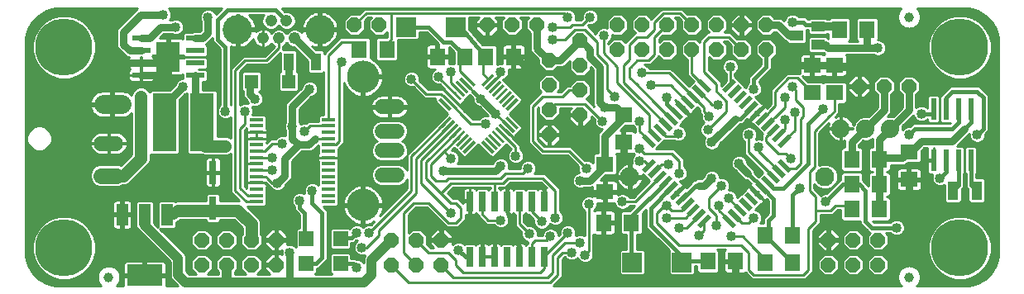
<source format=gbl>
G75*
G70*
%OFA0B0*%
%FSLAX24Y24*%
%IPPOS*%
%LPD*%
%AMOC8*
5,1,8,0,0,1.08239X$1,22.5*
%
%ADD10OC8,0.0600*%
%ADD11C,0.2300*%
%ADD12C,0.0394*%
%ADD13R,0.0630X0.0710*%
%ADD14R,0.0710X0.0630*%
%ADD15C,0.0768*%
%ADD16R,0.0240X0.0870*%
%ADD17R,0.0433X0.0748*%
%ADD18R,0.0550X0.0137*%
%ADD19C,0.0476*%
%ADD20C,0.1181*%
%ADD21R,0.0591X0.0591*%
%ADD22R,0.0394X0.0709*%
%ADD23R,0.0116X0.0630*%
%ADD24R,0.0630X0.0116*%
%ADD25C,0.0614*%
%ADD26C,0.1306*%
%ADD27R,0.0551X0.0551*%
%ADD28R,0.0260X0.0800*%
%ADD29C,0.0740*%
%ADD30R,0.0551X0.0394*%
%ADD31R,0.0591X0.0197*%
%ADD32R,0.0197X0.0591*%
%ADD33R,0.0750X0.0240*%
%ADD34R,0.0950X0.1220*%
%ADD35R,0.0315X0.0945*%
%ADD36R,0.0960X0.2360*%
%ADD37R,0.0480X0.0880*%
%ADD38R,0.1417X0.0866*%
%ADD39R,0.0800X0.0800*%
%ADD40C,0.0765*%
%ADD41C,0.0630*%
%ADD42C,0.0600*%
%ADD43C,0.0280*%
%ADD44C,0.0300*%
%ADD45C,0.0160*%
%ADD46C,0.0400*%
%ADD47C,0.0100*%
%ADD48C,0.0400*%
%ADD49C,0.0500*%
%ADD50C,0.0320*%
D10*
X007587Y001200D03*
X008587Y001200D03*
X009587Y001200D03*
X010587Y001200D03*
X010587Y002200D03*
X009587Y002200D03*
X008587Y002200D03*
X007587Y002200D03*
X015237Y002200D03*
X016237Y002200D03*
X017237Y002200D03*
X017237Y001200D03*
X016237Y001200D03*
X015237Y001200D03*
X021587Y006450D03*
X022837Y007250D03*
X021587Y007450D03*
X022837Y008250D03*
X021587Y008450D03*
X022837Y009250D03*
X021587Y009450D03*
X022837Y010250D03*
X024337Y009880D03*
X025337Y009880D03*
X026337Y009880D03*
X027337Y009880D03*
X028337Y009880D03*
X029337Y009880D03*
X030337Y009880D03*
X030337Y010880D03*
X029337Y010880D03*
X028337Y010880D03*
X027337Y010880D03*
X026337Y010880D03*
X025337Y010880D03*
X024337Y010880D03*
X021087Y010880D03*
X020087Y010880D03*
X019087Y010880D03*
X014737Y010880D03*
X013737Y010880D03*
X034087Y008400D03*
X035087Y008400D03*
X036087Y008400D03*
X034837Y002200D03*
X033837Y002200D03*
X032837Y002200D03*
X032837Y001200D03*
X033837Y001200D03*
X034837Y001200D03*
D11*
X038137Y001880D03*
X038137Y009980D03*
X002037Y009980D03*
X002037Y001880D03*
D12*
X003837Y000700D03*
X036087Y000700D03*
X036087Y011200D03*
D13*
X034397Y010700D03*
X033278Y010700D03*
X020147Y009600D03*
X019028Y009600D03*
X018197Y009600D03*
X017078Y009600D03*
X015047Y009900D03*
X013928Y009900D03*
X033778Y005450D03*
X034897Y005450D03*
X034897Y004450D03*
X033778Y004450D03*
X033778Y003450D03*
X034897Y003450D03*
X031397Y002400D03*
X030278Y002400D03*
X029097Y001350D03*
X027978Y001350D03*
X030278Y001300D03*
X031397Y001300D03*
X024897Y002900D03*
X023778Y002900D03*
D14*
X023837Y004140D03*
X023837Y005260D03*
X024587Y006140D03*
X024587Y007260D03*
X032187Y008140D03*
X033087Y008140D03*
X033087Y009260D03*
X032187Y009260D03*
X036087Y005760D03*
X036087Y004640D03*
D15*
X032702Y004750D03*
X024828Y004750D03*
D16*
X037087Y005420D03*
X037587Y005420D03*
X038087Y005420D03*
X038587Y005420D03*
X038587Y007480D03*
X038087Y007480D03*
X037587Y007480D03*
X037087Y007480D03*
D17*
X037865Y004200D03*
X038810Y004200D03*
D18*
X012677Y004248D03*
X012677Y003993D03*
X012677Y003737D03*
X012677Y004504D03*
X012677Y004760D03*
X012677Y005016D03*
X012677Y005272D03*
X012677Y005528D03*
X012677Y005784D03*
X012677Y006040D03*
X012677Y006296D03*
X012677Y006552D03*
X012677Y006807D03*
X012677Y007063D03*
X009798Y007063D03*
X009798Y006807D03*
X009798Y006552D03*
X009798Y006296D03*
X009798Y006040D03*
X009798Y005784D03*
X009798Y005528D03*
X009798Y005272D03*
X009798Y005016D03*
X009798Y004760D03*
X009798Y004504D03*
X009798Y004248D03*
X009798Y003993D03*
X009798Y003737D03*
D19*
X010058Y010346D03*
X010687Y010346D03*
X011317Y010346D03*
X011002Y011054D03*
X010372Y011054D03*
D20*
X009034Y010700D03*
X009034Y010700D03*
X012341Y010700D03*
X012341Y010700D03*
D21*
X011798Y002250D03*
X013176Y002250D03*
X013176Y001250D03*
X011798Y001250D03*
D22*
X012189Y009400D03*
X011086Y009400D03*
D23*
G36*
X017124Y007857D02*
X017206Y007939D01*
X017650Y007495D01*
X017568Y007413D01*
X017124Y007857D01*
G37*
G36*
X017263Y007996D02*
X017345Y008078D01*
X017789Y007634D01*
X017707Y007552D01*
X017263Y007996D01*
G37*
G36*
X017403Y008135D02*
X017485Y008217D01*
X017929Y007773D01*
X017847Y007691D01*
X017403Y008135D01*
G37*
G36*
X017542Y008274D02*
X017624Y008356D01*
X018068Y007912D01*
X017986Y007830D01*
X017542Y008274D01*
G37*
G36*
X017681Y008414D02*
X017763Y008496D01*
X018207Y008052D01*
X018125Y007970D01*
X017681Y008414D01*
G37*
G36*
X017820Y008553D02*
X017902Y008635D01*
X018346Y008191D01*
X018264Y008109D01*
X017820Y008553D01*
G37*
G36*
X017959Y008692D02*
X018041Y008774D01*
X018485Y008330D01*
X018403Y008248D01*
X017959Y008692D01*
G37*
G36*
X018099Y008831D02*
X018181Y008913D01*
X018625Y008469D01*
X018543Y008387D01*
X018099Y008831D01*
G37*
G36*
X019825Y007105D02*
X019907Y007187D01*
X020351Y006743D01*
X020269Y006661D01*
X019825Y007105D01*
G37*
G36*
X019685Y006966D02*
X019767Y007048D01*
X020211Y006604D01*
X020129Y006522D01*
X019685Y006966D01*
G37*
G36*
X019546Y006827D02*
X019628Y006909D01*
X020072Y006465D01*
X019990Y006383D01*
X019546Y006827D01*
G37*
G36*
X019407Y006688D02*
X019489Y006770D01*
X019933Y006326D01*
X019851Y006244D01*
X019407Y006688D01*
G37*
G36*
X019268Y006548D02*
X019350Y006630D01*
X019794Y006186D01*
X019712Y006104D01*
X019268Y006548D01*
G37*
G36*
X019129Y006409D02*
X019211Y006491D01*
X019655Y006047D01*
X019573Y005965D01*
X019129Y006409D01*
G37*
G36*
X018989Y006270D02*
X019071Y006352D01*
X019515Y005908D01*
X019433Y005826D01*
X018989Y006270D01*
G37*
G36*
X018850Y006131D02*
X018932Y006213D01*
X019376Y005769D01*
X019294Y005687D01*
X018850Y006131D01*
G37*
D24*
G36*
X018099Y005769D02*
X018543Y006213D01*
X018625Y006131D01*
X018181Y005687D01*
X018099Y005769D01*
G37*
G36*
X017959Y005908D02*
X018403Y006352D01*
X018485Y006270D01*
X018041Y005826D01*
X017959Y005908D01*
G37*
G36*
X017820Y006047D02*
X018264Y006491D01*
X018346Y006409D01*
X017902Y005965D01*
X017820Y006047D01*
G37*
G36*
X017681Y006186D02*
X018125Y006630D01*
X018207Y006548D01*
X017763Y006104D01*
X017681Y006186D01*
G37*
G36*
X017542Y006326D02*
X017986Y006770D01*
X018068Y006688D01*
X017624Y006244D01*
X017542Y006326D01*
G37*
G36*
X017403Y006465D02*
X017847Y006909D01*
X017929Y006827D01*
X017485Y006383D01*
X017403Y006465D01*
G37*
G36*
X017263Y006604D02*
X017707Y007048D01*
X017789Y006966D01*
X017345Y006522D01*
X017263Y006604D01*
G37*
G36*
X017124Y006743D02*
X017568Y007187D01*
X017650Y007105D01*
X017206Y006661D01*
X017124Y006743D01*
G37*
G36*
X019825Y007495D02*
X020269Y007939D01*
X020351Y007857D01*
X019907Y007413D01*
X019825Y007495D01*
G37*
G36*
X019685Y007634D02*
X020129Y008078D01*
X020211Y007996D01*
X019767Y007552D01*
X019685Y007634D01*
G37*
G36*
X019546Y007773D02*
X019990Y008217D01*
X020072Y008135D01*
X019628Y007691D01*
X019546Y007773D01*
G37*
G36*
X019407Y007912D02*
X019851Y008356D01*
X019933Y008274D01*
X019489Y007830D01*
X019407Y007912D01*
G37*
G36*
X019268Y008052D02*
X019712Y008496D01*
X019794Y008414D01*
X019350Y007970D01*
X019268Y008052D01*
G37*
G36*
X019129Y008191D02*
X019573Y008635D01*
X019655Y008553D01*
X019211Y008109D01*
X019129Y008191D01*
G37*
G36*
X018989Y008330D02*
X019433Y008774D01*
X019515Y008692D01*
X019071Y008248D01*
X018989Y008330D01*
G37*
G36*
X018850Y008469D02*
X019294Y008913D01*
X019376Y008831D01*
X018932Y008387D01*
X018850Y008469D01*
G37*
D25*
X015461Y007578D02*
X014847Y007578D01*
X014847Y006594D02*
X015461Y006594D01*
X015461Y005806D02*
X014847Y005806D01*
X014847Y004822D02*
X015461Y004822D01*
D26*
X014087Y003613D03*
X014087Y008787D03*
D27*
X011085Y008600D03*
X009589Y008600D03*
D28*
X018387Y003755D03*
X018887Y003755D03*
X019387Y003755D03*
X019887Y003755D03*
X020387Y003755D03*
X020887Y003755D03*
X021387Y003755D03*
X021387Y001520D03*
X020887Y001520D03*
X020387Y001520D03*
X019887Y001520D03*
X019387Y001520D03*
X018887Y001520D03*
X018387Y001520D03*
D29*
X033337Y006700D03*
X034337Y006700D03*
X035337Y006700D03*
D30*
X032421Y010076D03*
X031554Y010450D03*
X032421Y010824D03*
D31*
G36*
X029116Y008567D02*
X028700Y008151D01*
X028562Y008289D01*
X028978Y008705D01*
X029116Y008567D01*
G37*
G36*
X029338Y008344D02*
X028922Y007928D01*
X028784Y008066D01*
X029200Y008482D01*
X029338Y008344D01*
G37*
G36*
X029561Y008122D02*
X029145Y007706D01*
X029007Y007844D01*
X029423Y008260D01*
X029561Y008122D01*
G37*
G36*
X029784Y007899D02*
X029368Y007483D01*
X029230Y007621D01*
X029646Y008037D01*
X029784Y007899D01*
G37*
G36*
X030006Y007676D02*
X029590Y007260D01*
X029452Y007398D01*
X029868Y007814D01*
X030006Y007676D01*
G37*
G36*
X030229Y007454D02*
X029813Y007038D01*
X029675Y007176D01*
X030091Y007592D01*
X030229Y007454D01*
G37*
G36*
X030452Y007231D02*
X030036Y006815D01*
X029898Y006953D01*
X030314Y007369D01*
X030452Y007231D01*
G37*
G36*
X030675Y007008D02*
X030259Y006592D01*
X030121Y006730D01*
X030537Y007146D01*
X030675Y007008D01*
G37*
G36*
X030897Y006786D02*
X030481Y006370D01*
X030343Y006508D01*
X030759Y006924D01*
X030897Y006786D01*
G37*
G36*
X031120Y006563D02*
X030704Y006147D01*
X030566Y006285D01*
X030982Y006701D01*
X031120Y006563D01*
G37*
G36*
X031343Y006340D02*
X030927Y005924D01*
X030789Y006062D01*
X031205Y006478D01*
X031343Y006340D01*
G37*
G36*
X026332Y004892D02*
X025916Y004476D01*
X025778Y004614D01*
X026194Y005030D01*
X026332Y004892D01*
G37*
G36*
X026109Y005115D02*
X025693Y004699D01*
X025555Y004837D01*
X025971Y005253D01*
X026109Y005115D01*
G37*
G36*
X025886Y005338D02*
X025470Y004922D01*
X025332Y005060D01*
X025748Y005476D01*
X025886Y005338D01*
G37*
G36*
X026554Y004670D02*
X026138Y004254D01*
X026000Y004392D01*
X026416Y004808D01*
X026554Y004670D01*
G37*
G36*
X026777Y004447D02*
X026361Y004031D01*
X026223Y004169D01*
X026639Y004585D01*
X026777Y004447D01*
G37*
G36*
X027000Y004224D02*
X026584Y003808D01*
X026446Y003946D01*
X026862Y004362D01*
X027000Y004224D01*
G37*
G36*
X027223Y004002D02*
X026807Y003586D01*
X026669Y003724D01*
X027085Y004140D01*
X027223Y004002D01*
G37*
G36*
X027445Y003779D02*
X027029Y003363D01*
X026891Y003501D01*
X027307Y003917D01*
X027445Y003779D01*
G37*
G36*
X027668Y003556D02*
X027252Y003140D01*
X027114Y003278D01*
X027530Y003694D01*
X027668Y003556D01*
G37*
G36*
X027891Y003334D02*
X027475Y002918D01*
X027337Y003056D01*
X027753Y003472D01*
X027891Y003334D01*
G37*
G36*
X028113Y003111D02*
X027697Y002695D01*
X027559Y002833D01*
X027975Y003249D01*
X028113Y003111D01*
G37*
D32*
G36*
X029116Y002833D02*
X028978Y002695D01*
X028562Y003111D01*
X028700Y003249D01*
X029116Y002833D01*
G37*
G36*
X029338Y003056D02*
X029200Y002918D01*
X028784Y003334D01*
X028922Y003472D01*
X029338Y003056D01*
G37*
G36*
X029561Y003278D02*
X029423Y003140D01*
X029007Y003556D01*
X029145Y003694D01*
X029561Y003278D01*
G37*
G36*
X029784Y003501D02*
X029646Y003363D01*
X029230Y003779D01*
X029368Y003917D01*
X029784Y003501D01*
G37*
G36*
X030006Y003724D02*
X029868Y003586D01*
X029452Y004002D01*
X029590Y004140D01*
X030006Y003724D01*
G37*
G36*
X030229Y003946D02*
X030091Y003808D01*
X029675Y004224D01*
X029813Y004362D01*
X030229Y003946D01*
G37*
G36*
X030452Y004169D02*
X030314Y004031D01*
X029898Y004447D01*
X030036Y004585D01*
X030452Y004169D01*
G37*
G36*
X030675Y004392D02*
X030537Y004254D01*
X030121Y004670D01*
X030259Y004808D01*
X030675Y004392D01*
G37*
G36*
X030897Y004614D02*
X030759Y004476D01*
X030343Y004892D01*
X030481Y005030D01*
X030897Y004614D01*
G37*
G36*
X031120Y004837D02*
X030982Y004699D01*
X030566Y005115D01*
X030704Y005253D01*
X031120Y004837D01*
G37*
G36*
X031343Y005060D02*
X031205Y004922D01*
X030789Y005338D01*
X030927Y005476D01*
X031343Y005060D01*
G37*
G36*
X026332Y006508D02*
X026194Y006370D01*
X025778Y006786D01*
X025916Y006924D01*
X026332Y006508D01*
G37*
G36*
X026109Y006285D02*
X025971Y006147D01*
X025555Y006563D01*
X025693Y006701D01*
X026109Y006285D01*
G37*
G36*
X025886Y006062D02*
X025748Y005924D01*
X025332Y006340D01*
X025470Y006478D01*
X025886Y006062D01*
G37*
G36*
X026554Y006730D02*
X026416Y006592D01*
X026000Y007008D01*
X026138Y007146D01*
X026554Y006730D01*
G37*
G36*
X026777Y006953D02*
X026639Y006815D01*
X026223Y007231D01*
X026361Y007369D01*
X026777Y006953D01*
G37*
G36*
X027000Y007176D02*
X026862Y007038D01*
X026446Y007454D01*
X026584Y007592D01*
X027000Y007176D01*
G37*
G36*
X027223Y007398D02*
X027085Y007260D01*
X026669Y007676D01*
X026807Y007814D01*
X027223Y007398D01*
G37*
G36*
X027445Y007621D02*
X027307Y007483D01*
X026891Y007899D01*
X027029Y008037D01*
X027445Y007621D01*
G37*
G36*
X027668Y007844D02*
X027530Y007706D01*
X027114Y008122D01*
X027252Y008260D01*
X027668Y007844D01*
G37*
G36*
X027891Y008066D02*
X027753Y007928D01*
X027337Y008344D01*
X027475Y008482D01*
X027891Y008066D01*
G37*
G36*
X028113Y008289D02*
X027975Y008151D01*
X027559Y008567D01*
X027697Y008705D01*
X028113Y008289D01*
G37*
D33*
X007332Y008850D03*
X007332Y009350D03*
X007332Y009850D03*
X007332Y010350D03*
X005142Y010350D03*
X005142Y009850D03*
X005142Y009350D03*
X005142Y008850D03*
D34*
X006237Y009600D03*
D35*
X008037Y004928D03*
X008037Y003472D03*
D36*
X007597Y006950D03*
X006077Y006950D03*
D37*
X006197Y003220D03*
X005287Y003220D03*
X004377Y003220D03*
D38*
X005287Y000780D03*
D39*
X024937Y001300D03*
X026937Y001300D03*
X017837Y010800D03*
X015837Y010800D03*
D40*
X004370Y007680D02*
X003605Y007680D01*
D41*
X003522Y004800D02*
X004152Y004800D01*
D42*
X004137Y006100D02*
X003537Y006100D01*
D43*
X029907Y011450D02*
X030837Y011450D01*
X034837Y011450D01*
X035337Y010950D01*
D44*
X035337Y009700D01*
X034837Y009200D01*
X034087Y009200D01*
X033147Y009200D01*
X033087Y009260D01*
X032168Y009260D01*
X032128Y009300D01*
X032187Y009260D01*
X031147Y009260D01*
X031087Y009200D01*
X030337Y008450D01*
X030337Y007700D01*
X029087Y007100D02*
X028137Y006150D01*
X027287Y006100D02*
X027287Y006750D01*
X028187Y005550D02*
X029087Y006450D01*
X027287Y006100D02*
X027287Y005300D01*
X027612Y004975D01*
X027387Y004750D01*
X027612Y004975D02*
X028187Y005550D01*
X028187Y005400D01*
X029137Y004450D01*
X028137Y004700D02*
X027837Y004400D01*
X027637Y004400D01*
X029237Y005245D02*
X029587Y004895D01*
X029237Y005245D02*
X029237Y005300D01*
X033778Y005450D02*
X033778Y006140D01*
X034337Y006700D01*
X035087Y007450D01*
X035087Y008400D01*
X034087Y008400D02*
X034087Y008290D01*
X036087Y008400D02*
X036087Y007450D01*
X035337Y006700D01*
X034897Y006260D01*
X035337Y006700D01*
X034897Y006260D01*
X034897Y005450D01*
X034957Y005510D01*
X035837Y005510D01*
X036087Y005760D01*
X036087Y005700D01*
X036587Y006200D01*
X037837Y006200D01*
X038337Y006700D01*
X034897Y005450D02*
X034897Y004450D01*
X034957Y004390D01*
X034897Y004450D02*
X034897Y003450D01*
X036087Y003450D02*
X036087Y003950D01*
X035587Y003950D01*
X036087Y003950D01*
X036087Y004640D01*
X036087Y003450D02*
X036087Y002700D01*
X029097Y001350D02*
X029087Y001290D01*
X029087Y000450D01*
X031837Y000450D01*
X032337Y000450D01*
X035337Y000450D01*
X031337Y000450D02*
X029087Y000450D01*
X023837Y000450D01*
X023537Y000750D01*
X023537Y002000D01*
X023737Y002200D01*
X019937Y002200D02*
X019837Y002200D01*
X019337Y002200D01*
X018937Y002200D01*
X018887Y002150D02*
X018637Y002400D01*
X018337Y002400D01*
X017237Y002400D02*
X017237Y002200D01*
X017237Y002700D02*
X016637Y003300D01*
X012037Y005100D02*
X011037Y004100D01*
X010637Y004500D02*
X010937Y004800D01*
X010937Y005500D01*
X011437Y006000D01*
X011487Y006050D01*
X011237Y006300D01*
X011237Y006800D01*
X011237Y007600D01*
X011937Y008300D01*
X011086Y008601D02*
X011085Y008600D01*
X011086Y008601D02*
X011086Y009400D01*
X011317Y010346D02*
X012189Y009474D01*
X012189Y009400D01*
X009589Y008600D02*
X009537Y008548D01*
X009537Y008100D01*
X009637Y008000D01*
X009737Y007900D01*
X007597Y006950D02*
X007332Y007215D01*
X007332Y008850D01*
X006237Y008900D02*
X006237Y008600D01*
X006187Y008850D02*
X006237Y008900D01*
X006237Y009600D01*
X005987Y009350D01*
X005937Y009350D01*
X005142Y009350D01*
X004387Y009350D01*
X004337Y009400D01*
X004687Y009850D02*
X004437Y010100D01*
X004437Y010600D01*
X004937Y011100D01*
X005037Y011200D01*
X005137Y011300D01*
X006037Y011300D01*
X005937Y010800D02*
X006537Y010800D01*
X005937Y010800D02*
X005487Y010350D01*
X005142Y010350D01*
X005142Y009850D02*
X004687Y009850D01*
X007332Y010350D02*
X007628Y010350D01*
X007837Y010560D01*
X007837Y011200D01*
X006187Y008850D02*
X005142Y008850D01*
X006137Y007700D02*
X006837Y008400D01*
X006137Y007700D02*
X006137Y006740D01*
X006077Y006950D01*
X007597Y006950D02*
X007737Y006740D01*
X007637Y006760D02*
X007637Y006100D01*
X007737Y006000D01*
X007637Y006760D02*
X007597Y006950D01*
X011487Y006050D02*
X011896Y006050D01*
X012142Y006296D01*
X012137Y005500D02*
X012037Y005400D01*
X012037Y005100D01*
X017337Y005000D02*
X019437Y005000D01*
X019637Y005200D01*
X021637Y005000D02*
X022237Y004400D01*
X022537Y004100D01*
X023437Y004100D01*
X023878Y004100D01*
X023837Y004140D01*
X023778Y003950D01*
X023837Y004140D02*
X023897Y004200D01*
X023897Y004260D01*
X023237Y004600D02*
X022837Y004600D01*
X023237Y004600D02*
X023778Y005140D01*
X023778Y005200D01*
X023837Y005260D01*
X023837Y005950D01*
X023837Y006400D01*
X024337Y006900D01*
X024587Y007150D01*
X024587Y007260D01*
X024297Y007550D01*
X023837Y007550D01*
X023637Y007750D01*
X023637Y007900D01*
X023637Y008650D01*
X023637Y009200D01*
X023237Y009600D01*
X023237Y009700D01*
X023237Y009900D01*
X022887Y010250D01*
X022837Y010250D01*
X022037Y009450D01*
X021587Y009450D01*
X021137Y009900D01*
X021087Y009950D01*
X021087Y010880D01*
X020147Y009790D02*
X020147Y009600D01*
X020137Y009590D01*
X020247Y009590D01*
X020737Y009100D01*
X020187Y009460D02*
X020147Y009600D01*
X016637Y008900D02*
X016637Y008700D01*
X016637Y008900D02*
X016337Y009200D01*
X016337Y009260D01*
X018837Y007900D02*
X019437Y007300D01*
X021587Y006450D02*
X021637Y006400D01*
X023837Y005950D02*
X023837Y005260D01*
X024587Y005450D02*
X024587Y006140D01*
X024528Y007200D02*
X024587Y007260D01*
X032711Y010076D02*
X032837Y009950D01*
X034337Y009950D01*
X034397Y010010D01*
X034397Y010700D01*
X032711Y010076D02*
X032421Y010076D01*
X031554Y010450D02*
X031267Y010450D01*
X030837Y010880D01*
X030337Y010880D01*
X034337Y009950D02*
X034587Y009950D01*
X034837Y009950D01*
X008037Y003400D02*
X007937Y003400D01*
X011137Y001700D02*
X011137Y000500D01*
X029087Y000450D02*
X029837Y000450D01*
X030587Y000450D01*
X031337Y000450D01*
D45*
X031397Y001300D02*
X030297Y002400D01*
X030278Y002400D01*
X030437Y002560D01*
X030437Y003000D01*
X030628Y003190D01*
X030628Y003855D01*
X030175Y004308D01*
X029587Y004895D01*
X030398Y004531D02*
X030628Y004300D01*
X030737Y004300D01*
X031037Y004300D01*
X032037Y005300D01*
X032037Y005400D01*
X032037Y006900D01*
X032637Y007500D01*
X030337Y007700D02*
X029087Y006450D01*
X029587Y006950D01*
X029952Y007315D01*
X029729Y007537D02*
X029392Y007200D01*
X029292Y007100D01*
X029087Y007100D01*
X027287Y007195D02*
X027287Y006750D01*
X027287Y007195D02*
X027187Y007295D01*
X026946Y007537D01*
X026723Y007315D02*
X026337Y007700D01*
X026337Y007950D01*
X029837Y008300D02*
X029837Y008700D01*
X030337Y009200D01*
X030337Y009880D01*
X032345Y010900D02*
X032421Y010824D01*
X032345Y010900D02*
X031937Y010900D01*
X031837Y011000D01*
X031387Y011000D01*
X037587Y007950D02*
X037837Y008200D01*
X038837Y008200D01*
X039087Y007950D01*
X039087Y006700D01*
X038837Y006450D01*
X038587Y006950D02*
X038337Y006700D01*
X038087Y006950D02*
X037837Y006700D01*
X036337Y006700D01*
X036087Y006450D01*
X038087Y006950D02*
X038087Y007480D01*
X038587Y007480D02*
X038587Y006950D01*
X037587Y007480D02*
X037587Y007950D01*
X037087Y007480D02*
X037087Y007300D01*
X036837Y007300D01*
X036587Y007300D01*
X036867Y005420D02*
X037087Y005420D01*
X037087Y005450D01*
X037587Y005420D02*
X037587Y004950D01*
X037337Y004700D01*
X037865Y004200D02*
X038087Y004422D01*
X038087Y005420D01*
X038587Y005420D02*
X038587Y004422D01*
X038810Y004200D01*
X034337Y004200D02*
X034337Y002950D01*
X034587Y002700D01*
X035337Y002700D01*
X035587Y002700D01*
X033437Y004450D02*
X032737Y003750D01*
X031687Y004300D02*
X031397Y004010D01*
X031397Y002400D01*
X027978Y001350D02*
X027637Y001350D01*
X026937Y001350D01*
X026937Y001550D01*
X026187Y002300D01*
X025687Y002800D01*
X025687Y003495D01*
X026500Y004308D01*
X026723Y004085D02*
X027087Y004450D01*
X027387Y004750D01*
X027483Y004400D02*
X027637Y004400D01*
X027483Y004400D02*
X027283Y004200D01*
X026946Y003863D01*
X027168Y003640D02*
X027168Y003631D01*
X026277Y004531D02*
X024947Y003201D01*
X024897Y002900D01*
X024897Y001300D01*
X024937Y001300D01*
X026937Y001350D02*
X026937Y001300D01*
X020387Y001520D02*
X020387Y001950D01*
X020137Y002200D01*
X019937Y002200D01*
X019887Y002250D02*
X020087Y002250D01*
X020137Y002300D01*
X020137Y003100D01*
X019937Y003300D01*
X019887Y003350D01*
X019887Y003755D01*
X019887Y004250D01*
X020037Y004400D01*
X021137Y004400D01*
X021237Y004400D01*
X021337Y004300D01*
X021387Y004250D01*
X021387Y003755D01*
X018387Y003755D02*
X018342Y003800D01*
X018137Y003800D01*
X017837Y004100D01*
X018387Y003755D02*
X018387Y002450D01*
X018337Y002400D01*
X018887Y002150D02*
X018937Y002200D01*
X018887Y002150D02*
X018887Y001520D01*
X019387Y001520D02*
X019387Y002150D01*
X019337Y002200D01*
X019837Y002200D02*
X019887Y002250D01*
X018217Y001520D02*
X017937Y001800D01*
X018217Y001520D02*
X018387Y001520D01*
X013837Y001100D02*
X013687Y001250D01*
X013176Y001250D01*
X012437Y001500D02*
X012437Y003000D01*
X012437Y003300D01*
X012037Y003700D01*
X012037Y004200D01*
X011537Y003800D02*
X011537Y003500D01*
X011737Y003300D01*
X011737Y002311D01*
X013176Y002250D02*
X013226Y002300D01*
X013637Y002300D01*
X013837Y002500D01*
X012437Y001500D02*
X012187Y001250D01*
X011798Y001250D01*
X029137Y004450D02*
X029587Y004450D01*
X029952Y004085D01*
X033437Y004450D02*
X033587Y004450D01*
X033837Y004450D01*
X034087Y004450D01*
X034337Y004200D01*
X033778Y004450D02*
X033587Y004450D01*
X018837Y007900D02*
X018537Y008200D01*
X016795Y008342D02*
X016637Y008500D01*
X016637Y008700D01*
X018028Y010800D02*
X019028Y009600D01*
X018197Y009640D02*
X017637Y010200D01*
X017337Y010200D01*
X017037Y010500D01*
X016737Y010800D01*
X015837Y010800D01*
X011002Y011054D02*
X010557Y011500D01*
X008637Y011500D01*
X008237Y011100D01*
X008237Y010300D01*
X008537Y010000D01*
X008537Y007400D01*
X007332Y008805D02*
X007332Y008850D01*
D46*
X006237Y008600D03*
X006837Y008400D03*
X005137Y008000D03*
X008537Y007400D03*
X009337Y007400D03*
X009737Y007900D03*
X011937Y008300D03*
X013237Y009400D03*
X016037Y008700D03*
X017137Y008800D03*
X017637Y009000D03*
X016337Y009200D03*
X019637Y009000D03*
X020737Y009100D03*
X024237Y008000D03*
X023837Y007550D03*
X023737Y007000D03*
X025237Y007000D03*
X026787Y006500D03*
X027987Y006650D03*
X028137Y006150D03*
X029637Y006450D03*
X030037Y005950D03*
X031337Y005500D03*
X029237Y005300D03*
X028137Y004700D03*
X028537Y004400D03*
X028837Y003900D03*
X028437Y003600D03*
X029837Y003100D03*
X028337Y002800D03*
X027637Y002400D03*
X026837Y002700D03*
X026337Y003100D03*
X026337Y003600D03*
X024537Y003750D03*
X023187Y003650D03*
X021837Y003100D03*
X021287Y002950D03*
X022337Y002500D03*
X021637Y002350D03*
X020787Y002450D03*
X019637Y003000D03*
X017637Y003300D03*
X016637Y003300D03*
X014337Y002500D03*
X013837Y002500D03*
X014037Y001900D03*
X013837Y001100D03*
X011137Y001700D03*
X009037Y003400D03*
X011037Y004100D03*
X010637Y004500D03*
X012037Y004200D03*
X011537Y003800D03*
X010421Y005016D03*
X010409Y005528D03*
X010837Y006100D03*
X011737Y006600D03*
X011237Y006800D03*
X008537Y006000D03*
X017337Y005000D03*
X017637Y005500D03*
X019637Y005200D03*
X020737Y005100D03*
X020237Y005600D03*
X023087Y005100D03*
X022837Y004600D03*
X025237Y005400D03*
X026387Y005250D03*
X026837Y004900D03*
X025237Y005900D03*
X028037Y007200D03*
X028387Y007650D03*
X029837Y008300D03*
X031087Y007950D03*
X031387Y008400D03*
X032637Y007500D03*
X031487Y007350D03*
X031087Y007050D03*
X026337Y007950D03*
X025687Y008450D03*
X025337Y008950D03*
X028887Y009200D03*
X023787Y010450D03*
X021737Y010300D03*
X021737Y010800D03*
X022337Y011200D03*
X023237Y011200D03*
X031387Y011000D03*
X034837Y009950D03*
X036587Y007300D03*
X036087Y006450D03*
X038837Y006450D03*
X037337Y004700D03*
X035587Y003950D03*
X033137Y003100D03*
X032737Y003750D03*
X031687Y004300D03*
X035587Y002700D03*
X028937Y002340D03*
X023037Y001600D03*
X022487Y001700D03*
X022837Y002100D03*
X017937Y001800D03*
X017837Y004100D03*
X019037Y006900D03*
X019437Y007300D03*
X018837Y007900D03*
X007837Y011200D03*
X006537Y010800D03*
X006037Y011300D03*
X004337Y009400D03*
D47*
X001016Y000629D02*
X001321Y000453D01*
X001661Y000362D01*
X001837Y000350D01*
X003523Y000350D01*
X003516Y000355D01*
X003515Y000362D01*
X003500Y000377D01*
X003492Y000378D01*
X003478Y000399D01*
X003461Y000416D01*
X003461Y000423D01*
X003449Y000441D01*
X003442Y000443D01*
X003431Y000466D01*
X003417Y000486D01*
X003419Y000493D01*
X003410Y000512D01*
X003403Y000516D01*
X003397Y000540D01*
X003386Y000562D01*
X003389Y000569D01*
X003383Y000589D01*
X003378Y000594D01*
X001076Y000594D01*
X001016Y000629D02*
X000766Y000878D01*
X000590Y001183D01*
X000499Y001524D01*
X000487Y001700D01*
X000487Y010196D01*
X000499Y010372D01*
X000590Y010713D01*
X000590Y010713D01*
X000766Y011018D01*
X001016Y011267D01*
X001321Y011443D01*
X001661Y011535D01*
X001837Y011546D01*
X005000Y011546D01*
X004979Y011537D01*
X004900Y011459D01*
X004800Y011359D01*
X004700Y011259D01*
X004200Y010759D01*
X004157Y010656D01*
X004157Y010044D01*
X004200Y009941D01*
X004279Y009863D01*
X004529Y009613D01*
X004632Y009570D01*
X004655Y009570D01*
X004647Y009562D01*
X004628Y009528D01*
X004617Y009490D01*
X004617Y009360D01*
X005132Y009360D01*
X005132Y009340D01*
X004617Y009340D01*
X004617Y009210D01*
X004628Y009172D01*
X004647Y009138D01*
X004675Y009110D01*
X004693Y009100D01*
X004675Y009090D01*
X004647Y009062D01*
X004628Y009028D01*
X004617Y008990D01*
X004617Y008860D01*
X005132Y008860D01*
X005132Y008840D01*
X004617Y008840D01*
X004617Y008710D01*
X004628Y008672D01*
X004647Y008638D01*
X004675Y008610D01*
X004710Y008590D01*
X004748Y008580D01*
X005132Y008580D01*
X005132Y008840D01*
X005152Y008840D01*
X005152Y008580D01*
X005537Y008580D01*
X005575Y008590D01*
X005610Y008610D01*
X005637Y008638D01*
X005657Y008672D01*
X005667Y008710D01*
X005667Y008840D01*
X005152Y008840D01*
X005152Y008860D01*
X005132Y008860D01*
X005132Y009340D01*
X005152Y009340D01*
X005152Y009080D01*
X005152Y008860D01*
X005667Y008860D01*
X005667Y008873D01*
X005670Y008870D01*
X005705Y008850D01*
X005743Y008840D01*
X006187Y008840D01*
X006187Y009550D01*
X005644Y009550D01*
X005637Y009562D01*
X005610Y009590D01*
X005579Y009608D01*
X005621Y009650D01*
X006187Y009650D01*
X006187Y009550D01*
X006287Y009550D01*
X006287Y008840D01*
X006732Y008840D01*
X006770Y008850D01*
X006805Y008870D01*
X006827Y008893D01*
X006827Y008730D01*
X006772Y008730D01*
X006651Y008680D01*
X006558Y008587D01*
X006508Y008466D01*
X006301Y008260D01*
X005544Y008260D01*
X005471Y008187D01*
X005460Y008215D01*
X005353Y008322D01*
X005213Y008380D01*
X005062Y008380D01*
X004922Y008322D01*
X004815Y008215D01*
X004757Y008076D01*
X004757Y008046D01*
X004717Y008086D01*
X004649Y008135D01*
X004574Y008173D01*
X004495Y008199D01*
X004412Y008212D01*
X004037Y008212D01*
X004037Y007730D01*
X003937Y007730D01*
X003937Y007630D01*
X003074Y007630D01*
X003086Y007555D01*
X003111Y007476D01*
X003150Y007401D01*
X003199Y007333D01*
X003258Y007274D01*
X003326Y007225D01*
X003401Y007187D01*
X003480Y007161D01*
X003563Y007148D01*
X003937Y007148D01*
X003937Y007630D01*
X004037Y007630D01*
X004037Y007148D01*
X004412Y007148D01*
X004495Y007161D01*
X004574Y007187D01*
X004649Y007225D01*
X004717Y007274D01*
X004757Y007314D01*
X004757Y005657D01*
X004422Y005322D01*
X000487Y005322D01*
X000487Y005224D02*
X003382Y005224D01*
X003434Y005245D02*
X003270Y005177D01*
X003145Y005052D01*
X003077Y004889D01*
X003077Y004711D01*
X003145Y004548D01*
X003270Y004423D01*
X003434Y004355D01*
X004241Y004355D01*
X004398Y004420D01*
X004513Y004420D01*
X004653Y004478D01*
X004960Y004785D01*
X005460Y005285D01*
X005517Y005424D01*
X005517Y005666D01*
X005544Y005640D01*
X006611Y005640D01*
X006687Y005716D01*
X006988Y005716D01*
X006987Y005716D02*
X007064Y005640D01*
X007614Y005640D01*
X007662Y005620D01*
X008613Y005620D01*
X008753Y005678D01*
X008757Y005683D01*
X008757Y004125D01*
X008863Y004020D01*
X009103Y003780D01*
X008325Y003780D01*
X008325Y003998D01*
X008249Y004074D01*
X007826Y004074D01*
X007750Y003998D01*
X007750Y003780D01*
X006552Y003780D01*
X006516Y003765D01*
X006491Y003790D01*
X005904Y003790D01*
X005827Y003714D01*
X005827Y002727D01*
X005657Y002897D01*
X005657Y003714D01*
X005581Y003790D01*
X004994Y003790D01*
X004917Y003714D01*
X004917Y002726D01*
X004992Y002652D01*
X005008Y002613D01*
X006307Y001313D01*
X006307Y000734D01*
X006358Y000613D01*
X006621Y000350D01*
X006146Y000350D01*
X006146Y000730D01*
X005337Y000730D01*
X005337Y000830D01*
X005237Y000830D01*
X005237Y000730D01*
X004429Y000730D01*
X004429Y000350D01*
X004152Y000350D01*
X004159Y000355D01*
X004160Y000362D01*
X004175Y000377D01*
X004183Y000378D01*
X004197Y000399D01*
X004214Y000416D01*
X004214Y000423D01*
X004226Y000441D01*
X004233Y000443D01*
X004244Y000466D01*
X004258Y000486D01*
X004256Y000493D01*
X004265Y000512D01*
X004272Y000516D01*
X004278Y000540D01*
X004289Y000562D01*
X004286Y000569D01*
X004291Y000589D01*
X004297Y000594D01*
X004429Y000594D01*
X004429Y000496D02*
X004258Y000496D01*
X004297Y000594D02*
X004299Y000619D01*
X004306Y000642D01*
X004302Y000649D01*
X004304Y000670D01*
X004309Y000676D01*
X004306Y000700D01*
X004309Y000724D01*
X004304Y000730D01*
X004302Y000751D01*
X004306Y000758D01*
X004299Y000781D01*
X004297Y000806D01*
X004291Y000811D01*
X004286Y000831D01*
X004289Y000838D01*
X004278Y000860D01*
X004272Y000884D01*
X004265Y000888D01*
X004256Y000907D01*
X004258Y000914D01*
X004244Y000934D01*
X004233Y000957D01*
X004226Y000959D01*
X004214Y000977D01*
X004214Y000984D01*
X004197Y001001D01*
X004183Y001022D01*
X004175Y001023D01*
X004160Y001038D01*
X004159Y001045D01*
X004139Y001059D01*
X004122Y001077D01*
X004114Y001077D01*
X004097Y001089D01*
X004094Y001096D01*
X004072Y001106D01*
X004052Y001120D01*
X004045Y001119D01*
X004025Y001128D01*
X004022Y001134D01*
X003998Y001141D01*
X003976Y001151D01*
X003969Y001149D01*
X003948Y001154D01*
X003943Y001160D01*
X003919Y001162D01*
X003895Y001168D01*
X003889Y001164D01*
X003868Y001166D01*
X003862Y001171D01*
X003837Y001169D01*
X003813Y001171D01*
X003807Y001166D01*
X003786Y001164D01*
X003780Y001168D01*
X003756Y001162D01*
X003732Y001160D01*
X003727Y001154D01*
X003706Y001149D01*
X003699Y001151D01*
X003677Y001141D01*
X003653Y001134D01*
X003650Y001128D01*
X003630Y001119D01*
X003623Y001120D01*
X003603Y001106D01*
X003581Y001096D01*
X003578Y001089D01*
X003561Y001077D01*
X003553Y001077D01*
X003536Y001059D01*
X003516Y001045D01*
X003515Y001038D01*
X003500Y001023D01*
X003492Y001022D01*
X003478Y001001D01*
X003461Y000984D01*
X003461Y000977D01*
X003449Y000959D01*
X003442Y000957D01*
X003431Y000934D01*
X003417Y000914D01*
X003419Y000907D01*
X003410Y000888D01*
X003403Y000884D01*
X003397Y000860D01*
X003386Y000838D01*
X003389Y000831D01*
X003383Y000811D01*
X003378Y000806D01*
X003376Y000781D01*
X003369Y000758D01*
X003373Y000751D01*
X003371Y000730D01*
X003366Y000724D01*
X003368Y000700D01*
X003366Y000676D01*
X003371Y000670D01*
X003373Y000649D01*
X003369Y000642D01*
X003376Y000619D01*
X003378Y000594D01*
X003368Y000693D02*
X002541Y000693D01*
X002532Y000687D02*
X002823Y000856D01*
X003062Y001094D01*
X003230Y001386D01*
X003317Y001711D01*
X003317Y002049D01*
X003230Y002374D01*
X003062Y002666D01*
X002823Y002904D01*
X002532Y003073D01*
X002206Y003160D01*
X001869Y003160D01*
X001543Y003073D01*
X001252Y002904D01*
X001013Y002666D01*
X000845Y002374D01*
X000757Y002049D01*
X000757Y001711D01*
X000845Y001386D01*
X001013Y001094D01*
X001252Y000856D01*
X001543Y000687D01*
X001869Y000600D01*
X002206Y000600D01*
X002532Y000687D01*
X002711Y000791D02*
X003376Y000791D01*
X003410Y000890D02*
X002857Y000890D01*
X002956Y000988D02*
X003465Y000988D01*
X003575Y001087D02*
X003054Y001087D01*
X003114Y001185D02*
X004429Y001185D01*
X004429Y001233D02*
X004429Y000830D01*
X005237Y000830D01*
X005237Y001363D01*
X004559Y001363D01*
X004521Y001353D01*
X004487Y001333D01*
X004459Y001305D01*
X004439Y001271D01*
X004429Y001233D01*
X004446Y001284D02*
X003171Y001284D01*
X003228Y001382D02*
X006239Y001382D01*
X006307Y001284D02*
X006129Y001284D01*
X006136Y001271D02*
X006116Y001305D01*
X006088Y001333D01*
X006054Y001353D01*
X006016Y001363D01*
X005337Y001363D01*
X005337Y000830D01*
X006146Y000830D01*
X006146Y001233D01*
X006136Y001271D01*
X006146Y001185D02*
X006307Y001185D01*
X006307Y001087D02*
X006146Y001087D01*
X006146Y000988D02*
X006307Y000988D01*
X006307Y000890D02*
X006146Y000890D01*
X006307Y000791D02*
X005337Y000791D01*
X005337Y000890D02*
X005237Y000890D01*
X005237Y000988D02*
X005337Y000988D01*
X005337Y001087D02*
X005237Y001087D01*
X005237Y001185D02*
X005337Y001185D01*
X005337Y001284D02*
X005237Y001284D01*
X004429Y001087D02*
X004100Y001087D01*
X004210Y000988D02*
X004429Y000988D01*
X004429Y000890D02*
X004265Y000890D01*
X004298Y000791D02*
X005237Y000791D01*
X004429Y000693D02*
X004307Y000693D01*
X004196Y000397D02*
X004429Y000397D01*
X003479Y000397D02*
X001529Y000397D01*
X001247Y000496D02*
X003417Y000496D01*
X001534Y000693D02*
X000952Y000693D01*
X000854Y000791D02*
X001364Y000791D01*
X001218Y000890D02*
X000760Y000890D01*
X000703Y000988D02*
X001119Y000988D01*
X001021Y001087D02*
X000646Y001087D01*
X000590Y001185D02*
X000961Y001185D01*
X000904Y001284D02*
X000563Y001284D01*
X000537Y001382D02*
X000847Y001382D01*
X000819Y001481D02*
X000511Y001481D01*
X000495Y001579D02*
X000793Y001579D01*
X000767Y001678D02*
X000489Y001678D01*
X000487Y001776D02*
X000757Y001776D01*
X000757Y001875D02*
X000487Y001875D01*
X000487Y001973D02*
X000757Y001973D01*
X000764Y002072D02*
X000487Y002072D01*
X000487Y002170D02*
X000790Y002170D01*
X000816Y002269D02*
X000487Y002269D01*
X000487Y002367D02*
X000843Y002367D01*
X000897Y002466D02*
X000487Y002466D01*
X000487Y002564D02*
X000954Y002564D01*
X001011Y002663D02*
X000487Y002663D01*
X000487Y002761D02*
X001108Y002761D01*
X001207Y002860D02*
X000487Y002860D01*
X000487Y002958D02*
X001345Y002958D01*
X001515Y003057D02*
X000487Y003057D01*
X000487Y003155D02*
X001850Y003155D01*
X002225Y003155D02*
X003987Y003155D01*
X003987Y003170D02*
X003987Y002760D01*
X003998Y002722D01*
X004017Y002688D01*
X004045Y002660D01*
X004080Y002640D01*
X004118Y002630D01*
X004327Y002630D01*
X004327Y003170D01*
X003987Y003170D01*
X003987Y003270D02*
X004327Y003270D01*
X004327Y003170D01*
X004427Y003170D01*
X004427Y002630D01*
X004637Y002630D01*
X004675Y002640D01*
X004710Y002660D01*
X004737Y002688D01*
X004757Y002722D01*
X004767Y002760D01*
X004767Y003170D01*
X004427Y003170D01*
X004427Y003270D01*
X004327Y003270D01*
X004327Y003810D01*
X004118Y003810D01*
X004080Y003800D01*
X004045Y003780D01*
X004017Y003752D01*
X003998Y003718D01*
X003987Y003680D01*
X003987Y003270D01*
X003987Y003352D02*
X000487Y003352D01*
X000487Y003254D02*
X004327Y003254D01*
X004327Y003352D02*
X004427Y003352D01*
X004427Y003270D02*
X004427Y003810D01*
X004637Y003810D01*
X004675Y003800D01*
X004710Y003780D01*
X004737Y003752D01*
X004757Y003718D01*
X004767Y003680D01*
X004767Y003270D01*
X004427Y003270D01*
X004427Y003254D02*
X004917Y003254D01*
X004917Y003352D02*
X004767Y003352D01*
X004767Y003451D02*
X004917Y003451D01*
X004917Y003549D02*
X004767Y003549D01*
X004767Y003648D02*
X004917Y003648D01*
X004950Y003746D02*
X004741Y003746D01*
X004427Y003746D02*
X004327Y003746D01*
X004327Y003648D02*
X004427Y003648D01*
X004427Y003549D02*
X004327Y003549D01*
X004327Y003451D02*
X004427Y003451D01*
X003987Y003451D02*
X000487Y003451D01*
X000487Y003549D02*
X003987Y003549D01*
X003987Y003648D02*
X000487Y003648D01*
X000487Y003746D02*
X004014Y003746D01*
X005625Y003746D02*
X005860Y003746D01*
X005827Y003648D02*
X005657Y003648D01*
X005657Y003549D02*
X005827Y003549D01*
X005827Y003451D02*
X005657Y003451D01*
X005657Y003352D02*
X005827Y003352D01*
X005827Y003254D02*
X005657Y003254D01*
X005657Y003155D02*
X005827Y003155D01*
X005827Y003057D02*
X005657Y003057D01*
X005657Y002958D02*
X005827Y002958D01*
X005827Y002860D02*
X005695Y002860D01*
X005793Y002761D02*
X005827Y002761D01*
X005904Y002650D02*
X006491Y002650D01*
X006567Y002726D01*
X006567Y002913D01*
X006634Y002940D01*
X006714Y003020D01*
X007750Y003020D01*
X007750Y002945D01*
X007826Y002869D01*
X008249Y002869D01*
X008325Y002945D01*
X008325Y003020D01*
X008880Y003020D01*
X009207Y002693D01*
X009207Y002428D01*
X009157Y002378D01*
X009157Y002022D01*
X009409Y001770D01*
X009766Y001770D01*
X010017Y002022D01*
X010017Y002378D01*
X009967Y002428D01*
X009967Y002926D01*
X009910Y003065D01*
X009418Y003557D01*
X009451Y003557D01*
X009469Y003538D01*
X010127Y003538D01*
X010203Y003614D01*
X010203Y003859D01*
X010197Y003865D01*
X010203Y003870D01*
X010203Y004115D01*
X010197Y004120D01*
X010203Y004126D01*
X010203Y004361D01*
X010213Y004378D01*
X010223Y004416D01*
X010223Y004460D01*
X010257Y004425D01*
X010349Y004334D01*
X010358Y004313D01*
X010451Y004220D01*
X010572Y004170D01*
X010703Y004170D01*
X010824Y004220D01*
X010917Y004313D01*
X010967Y004434D01*
X011096Y004563D01*
X011175Y004641D01*
X011217Y004744D01*
X011217Y005384D01*
X011596Y005763D01*
X011603Y005770D01*
X011952Y005770D01*
X012055Y005813D01*
X012272Y006030D01*
X012272Y005917D01*
X012277Y005912D01*
X012272Y005906D01*
X012272Y005671D01*
X012262Y005654D01*
X012252Y005616D01*
X012252Y005528D01*
X012677Y005528D01*
X013102Y005528D01*
X013102Y005616D01*
X013092Y005654D01*
X013082Y005671D01*
X013082Y005890D01*
X013217Y006025D01*
X013317Y006125D01*
X013317Y008559D01*
X013326Y008528D01*
X013366Y008431D01*
X013419Y008340D01*
X013483Y008256D01*
X013557Y008182D01*
X013641Y008118D01*
X013732Y008065D01*
X013829Y008025D01*
X013931Y007998D01*
X014035Y007984D01*
X014037Y007984D01*
X014037Y008737D01*
X014137Y008737D01*
X014137Y007984D01*
X014140Y007984D01*
X014244Y007998D01*
X014346Y008025D01*
X014443Y008065D01*
X014534Y008118D01*
X014618Y008182D01*
X014692Y008256D01*
X014756Y008340D01*
X014809Y008431D01*
X014849Y008528D01*
X014876Y008630D01*
X014890Y008734D01*
X014890Y008737D01*
X014137Y008737D01*
X014137Y008837D01*
X014890Y008837D01*
X014890Y008839D01*
X014876Y008944D01*
X014849Y009045D01*
X014809Y009142D01*
X014756Y009234D01*
X014692Y009317D01*
X014618Y009391D01*
X014534Y009456D01*
X014443Y009508D01*
X014373Y009537D01*
X014373Y010309D01*
X014296Y010385D01*
X013559Y010385D01*
X013554Y010380D01*
X013163Y010380D01*
X013057Y010275D01*
X012857Y010075D01*
X012515Y009733D01*
X012515Y009808D01*
X012439Y009884D01*
X012175Y009884D01*
X012033Y010026D01*
X012102Y009997D01*
X012196Y009972D01*
X012291Y009960D01*
X012291Y010650D01*
X012391Y010650D01*
X012391Y010750D01*
X013081Y010750D01*
X013069Y010845D01*
X013044Y010939D01*
X013007Y011028D01*
X012958Y011112D01*
X012899Y011189D01*
X012830Y011258D01*
X012753Y011317D01*
X012669Y011366D01*
X012580Y011403D01*
X012486Y011428D01*
X012391Y011440D01*
X012391Y010750D01*
X012291Y010750D01*
X012291Y011440D01*
X012196Y011428D01*
X012102Y011403D01*
X012013Y011366D01*
X011929Y011317D01*
X011852Y011258D01*
X011783Y011189D01*
X011724Y011112D01*
X011675Y011028D01*
X011638Y010939D01*
X011613Y010845D01*
X011601Y010750D01*
X012291Y010750D01*
X012291Y010650D01*
X011601Y010650D01*
X011611Y010573D01*
X011526Y010658D01*
X011391Y010714D01*
X011244Y010714D01*
X011109Y010658D01*
X011005Y010554D01*
X011002Y010547D01*
X011000Y010554D01*
X010896Y010658D01*
X010761Y010714D01*
X010614Y010714D01*
X010479Y010658D01*
X010381Y010560D01*
X010359Y010593D01*
X010305Y010647D01*
X010241Y010690D01*
X010171Y010719D01*
X010096Y010734D01*
X010067Y010734D01*
X010067Y010355D01*
X010048Y010355D01*
X010048Y010734D01*
X010019Y010734D01*
X009944Y010719D01*
X009874Y010690D01*
X009810Y010647D01*
X009768Y010605D01*
X009774Y010650D01*
X009084Y010650D01*
X009084Y010750D01*
X009774Y010750D01*
X009762Y010845D01*
X009737Y010939D01*
X009700Y011028D01*
X009651Y011112D01*
X009592Y011189D01*
X009523Y011258D01*
X009481Y011290D01*
X010088Y011290D01*
X010060Y011263D01*
X010004Y011128D01*
X010004Y010981D01*
X010060Y010846D01*
X010164Y010742D01*
X010299Y010686D01*
X010446Y010686D01*
X010581Y010742D01*
X010685Y010846D01*
X010687Y010853D01*
X010690Y010846D01*
X010794Y010742D01*
X010929Y010686D01*
X011076Y010686D01*
X011211Y010742D01*
X011314Y010846D01*
X011371Y010981D01*
X011371Y011128D01*
X011314Y011263D01*
X011211Y011366D01*
X011076Y011422D01*
X010931Y011422D01*
X010808Y011546D01*
X035767Y011546D01*
X035766Y011545D01*
X035765Y011538D01*
X035750Y011523D01*
X035742Y011522D01*
X035728Y011501D01*
X035711Y011484D01*
X035711Y011477D01*
X035699Y011459D01*
X035692Y011457D01*
X035681Y011434D01*
X035667Y011414D01*
X035669Y011407D01*
X035660Y011388D01*
X035653Y011384D01*
X035647Y011360D01*
X035636Y011338D01*
X035639Y011331D01*
X035633Y011311D01*
X035628Y011306D01*
X035626Y011281D01*
X035619Y011258D01*
X035623Y011251D01*
X035621Y011230D01*
X035616Y011224D01*
X035618Y011200D01*
X035616Y011176D01*
X035621Y011170D01*
X035623Y011149D01*
X035619Y011142D01*
X035626Y011119D01*
X035628Y011094D01*
X035633Y011089D01*
X035639Y011069D01*
X035636Y011062D01*
X035647Y011040D01*
X035653Y011016D01*
X035660Y011012D01*
X035669Y010993D01*
X035667Y010986D01*
X035681Y010966D01*
X035692Y010943D01*
X035699Y010941D01*
X035711Y010923D01*
X035711Y010916D01*
X035728Y010899D01*
X035742Y010878D01*
X035750Y010877D01*
X035765Y010862D01*
X035766Y010855D01*
X035786Y010841D01*
X035803Y010823D01*
X035811Y010823D01*
X035828Y010811D01*
X035831Y010804D01*
X035853Y010794D01*
X035873Y010780D01*
X035880Y010781D01*
X035900Y010772D01*
X035903Y010766D01*
X035927Y010759D01*
X035949Y010749D01*
X035956Y010751D01*
X035977Y010746D01*
X035982Y010740D01*
X036006Y010738D01*
X036030Y010732D01*
X036036Y010736D01*
X036057Y010734D01*
X036063Y010729D01*
X036087Y010731D01*
X036112Y010729D01*
X036118Y010734D01*
X036139Y010736D01*
X036145Y010732D01*
X036169Y010738D01*
X036193Y010740D01*
X036198Y010746D01*
X036219Y010751D01*
X036226Y010749D01*
X036248Y010759D01*
X036272Y010766D01*
X036275Y010772D01*
X036295Y010781D01*
X036302Y010780D01*
X036322Y010794D01*
X036344Y010804D01*
X036347Y010811D01*
X036364Y010823D01*
X036372Y010823D01*
X036389Y010841D01*
X036409Y010855D01*
X036410Y010862D01*
X036425Y010877D01*
X036433Y010878D01*
X036447Y010899D01*
X036464Y010916D01*
X036464Y010923D01*
X036476Y010941D01*
X036483Y010943D01*
X036494Y010966D01*
X036508Y010986D01*
X036506Y010993D01*
X036515Y011012D01*
X036522Y011016D01*
X036528Y011040D01*
X036539Y011062D01*
X036536Y011069D01*
X036541Y011089D01*
X036547Y011094D01*
X036549Y011119D01*
X036556Y011142D01*
X036552Y011149D01*
X036554Y011170D01*
X036559Y011176D01*
X036556Y011200D01*
X036559Y011224D01*
X036554Y011230D01*
X036552Y011251D01*
X036556Y011258D01*
X036549Y011281D01*
X036547Y011306D01*
X036541Y011311D01*
X036536Y011331D01*
X036539Y011338D01*
X036528Y011360D01*
X036522Y011384D01*
X036515Y011388D01*
X036506Y011407D01*
X036508Y011414D01*
X036494Y011434D01*
X036483Y011457D01*
X036476Y011459D01*
X036464Y011477D01*
X036464Y011484D01*
X036447Y011501D01*
X036433Y011522D01*
X036425Y011523D01*
X036410Y011538D01*
X036409Y011545D01*
X036408Y011546D01*
X038337Y011546D01*
X038514Y011535D01*
X038854Y011443D01*
X039159Y011267D01*
X039408Y011018D01*
X039585Y010713D01*
X039676Y010372D01*
X039687Y010196D01*
X039687Y001700D01*
X039676Y001524D01*
X039585Y001183D01*
X039408Y000878D01*
X039159Y000629D01*
X038854Y000453D01*
X038514Y000362D01*
X038337Y000350D01*
X036402Y000350D01*
X036409Y000355D01*
X036410Y000362D01*
X036425Y000377D01*
X036433Y000378D01*
X036447Y000399D01*
X036464Y000416D01*
X036464Y000423D01*
X036476Y000441D01*
X036483Y000443D01*
X036494Y000466D01*
X036508Y000486D01*
X036506Y000493D01*
X036515Y000512D01*
X036522Y000516D01*
X036528Y000540D01*
X036539Y000562D01*
X036536Y000569D01*
X036541Y000589D01*
X036547Y000594D01*
X039099Y000594D01*
X039223Y000693D02*
X038641Y000693D01*
X038632Y000687D02*
X038923Y000856D01*
X039162Y001094D01*
X039330Y001386D01*
X039417Y001711D01*
X039417Y002049D01*
X039330Y002374D01*
X039162Y002666D01*
X038923Y002904D01*
X038632Y003073D01*
X038306Y003160D01*
X037969Y003160D01*
X037643Y003073D01*
X037352Y002904D01*
X037113Y002666D01*
X036945Y002374D01*
X036857Y002049D01*
X036857Y001711D01*
X036945Y001386D01*
X037113Y001094D01*
X037352Y000856D01*
X037643Y000687D01*
X037969Y000600D01*
X038306Y000600D01*
X038632Y000687D01*
X038811Y000791D02*
X039321Y000791D01*
X039415Y000890D02*
X038957Y000890D01*
X039056Y000988D02*
X039472Y000988D01*
X039529Y001087D02*
X039154Y001087D01*
X039214Y001185D02*
X039585Y001185D01*
X039612Y001284D02*
X039271Y001284D01*
X039328Y001382D02*
X039638Y001382D01*
X039664Y001481D02*
X039356Y001481D01*
X039382Y001579D02*
X039680Y001579D01*
X039686Y001678D02*
X039408Y001678D01*
X039417Y001776D02*
X039687Y001776D01*
X039687Y001875D02*
X039417Y001875D01*
X039417Y001973D02*
X039687Y001973D01*
X039687Y002072D02*
X039411Y002072D01*
X039385Y002170D02*
X039687Y002170D01*
X039687Y002269D02*
X039359Y002269D01*
X039332Y002367D02*
X039687Y002367D01*
X039687Y002466D02*
X039277Y002466D01*
X039221Y002564D02*
X039687Y002564D01*
X039687Y002663D02*
X039164Y002663D01*
X039067Y002761D02*
X039687Y002761D01*
X039687Y002860D02*
X038968Y002860D01*
X038830Y002958D02*
X039687Y002958D01*
X039687Y003057D02*
X038660Y003057D01*
X038325Y003155D02*
X039687Y003155D01*
X039687Y003254D02*
X035342Y003254D01*
X035342Y003352D02*
X039687Y003352D01*
X039687Y003451D02*
X035342Y003451D01*
X035342Y003549D02*
X039687Y003549D01*
X039687Y003648D02*
X035342Y003648D01*
X035342Y003746D02*
X037545Y003746D01*
X037518Y003772D02*
X037595Y003696D01*
X038135Y003696D01*
X038212Y003772D01*
X038212Y004250D01*
X038297Y004335D01*
X038297Y004891D01*
X038337Y004931D01*
X038337Y005909D01*
X038261Y005985D01*
X038018Y005985D01*
X038507Y006474D01*
X038507Y006384D01*
X038558Y006263D01*
X038651Y006170D01*
X038772Y006120D01*
X038903Y006120D01*
X039024Y006170D01*
X039117Y006263D01*
X039167Y006384D01*
X039167Y006483D01*
X039297Y006613D01*
X039297Y008037D01*
X039174Y008160D01*
X038924Y008410D01*
X037750Y008410D01*
X037627Y008287D01*
X037377Y008037D01*
X037377Y008009D01*
X037337Y007969D01*
X037261Y008045D01*
X036914Y008045D01*
X036837Y007969D01*
X036837Y007517D01*
X036774Y007580D01*
X036653Y007630D01*
X036522Y007630D01*
X036401Y007580D01*
X036367Y007547D01*
X036367Y008072D01*
X036517Y008222D01*
X036517Y008578D01*
X036266Y008830D01*
X035909Y008830D01*
X035657Y008578D01*
X035657Y008222D01*
X035807Y008072D01*
X035807Y007566D01*
X035440Y007199D01*
X035437Y007200D01*
X035238Y007200D01*
X035230Y007197D01*
X035325Y007291D01*
X035367Y007394D01*
X035367Y008072D01*
X035517Y008222D01*
X035517Y008578D01*
X035266Y008830D01*
X034909Y008830D01*
X034657Y008578D01*
X034657Y008222D01*
X034807Y008072D01*
X034807Y007566D01*
X034440Y007199D01*
X034437Y007200D01*
X034238Y007200D01*
X034054Y007124D01*
X033914Y006983D01*
X033845Y006818D01*
X033845Y006822D01*
X033819Y006900D01*
X033782Y006973D01*
X033734Y007039D01*
X033676Y007097D01*
X033610Y007145D01*
X033537Y007182D01*
X033459Y007207D01*
X033378Y007220D01*
X033367Y007220D01*
X033367Y006730D01*
X033307Y006730D01*
X033307Y006670D01*
X032817Y006670D01*
X032817Y006659D01*
X032830Y006578D01*
X032856Y006500D01*
X032893Y006427D01*
X032941Y006361D01*
X032999Y006303D01*
X033065Y006255D01*
X033138Y006218D01*
X033216Y006193D01*
X033297Y006180D01*
X033307Y006180D01*
X033307Y006670D01*
X033367Y006670D01*
X033367Y006180D01*
X033378Y006180D01*
X033459Y006193D01*
X033502Y006207D01*
X033498Y006196D01*
X033498Y005935D01*
X033409Y005935D01*
X033333Y005859D01*
X033333Y005041D01*
X033409Y004965D01*
X034146Y004965D01*
X034223Y005041D01*
X034223Y005859D01*
X034146Y005935D01*
X034058Y005935D01*
X034058Y006024D01*
X034235Y006201D01*
X034238Y006200D01*
X034437Y006200D01*
X034617Y006275D01*
X034617Y005935D01*
X034528Y005935D01*
X034452Y005859D01*
X034452Y005041D01*
X034528Y004965D01*
X034617Y004965D01*
X034617Y004935D01*
X034528Y004935D01*
X034452Y004859D01*
X034452Y004382D01*
X034424Y004410D01*
X034223Y004612D01*
X034223Y004859D01*
X034146Y004935D01*
X033409Y004935D01*
X033333Y004859D01*
X033333Y004642D01*
X032770Y004080D01*
X032672Y004080D01*
X032551Y004030D01*
X032517Y003997D01*
X032517Y004025D01*
X032412Y004130D01*
X032267Y004275D01*
X032267Y004458D01*
X032411Y004314D01*
X032600Y004236D01*
X032805Y004236D01*
X032993Y004314D01*
X033138Y004459D01*
X033216Y004648D01*
X033216Y004852D01*
X033138Y005041D01*
X032993Y005186D01*
X032805Y005264D01*
X032600Y005264D01*
X032467Y005209D01*
X032467Y006525D01*
X032870Y006928D01*
X032856Y006900D01*
X032830Y006822D01*
X032817Y006741D01*
X032817Y006730D01*
X033307Y006730D01*
X033307Y007220D01*
X033297Y007220D01*
X033216Y007207D01*
X033138Y007182D01*
X033109Y007167D01*
X033162Y007220D01*
X033267Y007325D01*
X033267Y007695D01*
X033496Y007695D01*
X033572Y007771D01*
X033572Y008509D01*
X033496Y008585D01*
X032679Y008585D01*
X032637Y008544D01*
X032596Y008585D01*
X032007Y008585D01*
X031791Y008801D01*
X031813Y008795D01*
X032137Y008795D01*
X032137Y009210D01*
X031683Y009210D01*
X031683Y008925D01*
X031688Y008904D01*
X031662Y008930D01*
X031163Y008930D01*
X031057Y008825D01*
X030507Y008275D01*
X030507Y007679D01*
X030359Y007531D01*
X030351Y007546D01*
X030267Y007630D01*
X030183Y007713D01*
X030149Y007733D01*
X030130Y007738D01*
X029922Y007946D01*
X029915Y007946D01*
X029915Y007953D01*
X029898Y007970D01*
X029903Y007970D01*
X030024Y008020D01*
X030117Y008113D01*
X030167Y008234D01*
X030167Y008366D01*
X030117Y008487D01*
X030047Y008557D01*
X030047Y008613D01*
X030547Y009113D01*
X030547Y009482D01*
X030767Y009702D01*
X030767Y010058D01*
X030516Y010310D01*
X030159Y010310D01*
X029907Y010058D01*
X029907Y009702D01*
X030127Y009482D01*
X030127Y009287D01*
X029627Y008787D01*
X029627Y008557D01*
X029558Y008487D01*
X029507Y008366D01*
X029507Y008361D01*
X029477Y008391D01*
X029470Y008391D01*
X029470Y008399D01*
X029254Y008614D01*
X029247Y008614D01*
X029247Y008621D01*
X029067Y008801D01*
X029067Y008917D01*
X029074Y008920D01*
X029167Y009013D01*
X029217Y009134D01*
X029217Y009266D01*
X029167Y009387D01*
X029074Y009480D01*
X028953Y009530D01*
X028822Y009530D01*
X028701Y009480D01*
X028608Y009387D01*
X028557Y009266D01*
X028557Y009134D01*
X028608Y009013D01*
X028701Y008920D01*
X028707Y008917D01*
X028707Y008620D01*
X028517Y008430D01*
X028517Y008575D01*
X028017Y009075D01*
X028017Y009592D01*
X028159Y009450D01*
X028516Y009450D01*
X028767Y009702D01*
X028767Y010058D01*
X028606Y010220D01*
X028743Y010220D01*
X028907Y010055D01*
X028907Y009702D01*
X029159Y009450D01*
X029516Y009450D01*
X029767Y009702D01*
X029767Y010058D01*
X029516Y010310D01*
X029162Y010310D01*
X028892Y010580D01*
X028646Y010580D01*
X028767Y010702D01*
X028767Y011058D01*
X028516Y011310D01*
X028159Y011310D01*
X027907Y011058D01*
X027907Y010702D01*
X028029Y010580D01*
X027963Y010580D01*
X027857Y010475D01*
X027657Y010275D01*
X027657Y010168D01*
X027516Y010310D01*
X027159Y010310D01*
X026907Y010058D01*
X026907Y009702D01*
X027157Y009452D01*
X027157Y008853D01*
X027408Y008602D01*
X027217Y008411D01*
X026498Y009130D01*
X025620Y009130D01*
X025617Y009137D01*
X025524Y009230D01*
X025427Y009270D01*
X025662Y009270D01*
X025912Y009520D01*
X026001Y009609D01*
X026159Y009450D01*
X026516Y009450D01*
X026767Y009702D01*
X026767Y010058D01*
X026516Y010310D01*
X026159Y010310D01*
X026017Y010168D01*
X026017Y010305D01*
X026162Y010450D01*
X026516Y010450D01*
X026767Y010702D01*
X026767Y011058D01*
X026656Y011170D01*
X026793Y011170D01*
X026907Y011055D01*
X026907Y010702D01*
X027159Y010450D01*
X027516Y010450D01*
X027767Y010702D01*
X027767Y011058D01*
X027516Y011310D01*
X027162Y011310D01*
X026942Y011530D01*
X026113Y011530D01*
X025763Y011180D01*
X025763Y011180D01*
X025704Y011121D01*
X025516Y011310D01*
X025159Y011310D01*
X024907Y011058D01*
X024907Y010702D01*
X025046Y010563D01*
X024863Y010380D01*
X024763Y010280D01*
X024657Y010175D01*
X024657Y010168D01*
X024516Y010310D01*
X024159Y010310D01*
X023967Y010118D01*
X023967Y010167D01*
X023974Y010170D01*
X024067Y010263D01*
X024117Y010384D01*
X024117Y010492D01*
X024159Y010450D01*
X024516Y010450D01*
X024767Y010702D01*
X024767Y011058D01*
X024516Y011310D01*
X024159Y011310D01*
X023907Y011058D01*
X023907Y010757D01*
X023853Y010780D01*
X023722Y010780D01*
X023601Y010730D01*
X023508Y010637D01*
X023463Y010529D01*
X023217Y010775D01*
X023142Y010850D01*
X023165Y010873D01*
X023172Y010870D01*
X023303Y010870D01*
X023424Y010920D01*
X023517Y011013D01*
X023567Y011134D01*
X023983Y011134D01*
X023907Y011035D02*
X023526Y011035D01*
X023567Y011134D02*
X023567Y011266D01*
X023517Y011387D01*
X023424Y011480D01*
X023303Y011530D01*
X023172Y011530D01*
X023051Y011480D01*
X022958Y011387D01*
X022907Y011266D01*
X022907Y011134D01*
X022910Y011127D01*
X022863Y011080D01*
X022645Y011080D01*
X022667Y011134D01*
X022908Y011134D01*
X022907Y011232D02*
X022667Y011232D01*
X022667Y011266D02*
X022617Y011387D01*
X022524Y011480D01*
X022403Y011530D01*
X022272Y011530D01*
X022265Y011527D01*
X022262Y011530D01*
X014133Y011530D01*
X013913Y011310D01*
X013559Y011310D01*
X013307Y011058D01*
X013307Y010702D01*
X013559Y010450D01*
X013916Y010450D01*
X014167Y010702D01*
X014167Y011055D01*
X014282Y011170D01*
X014419Y011170D01*
X014307Y011058D01*
X014307Y010702D01*
X014559Y010450D01*
X014916Y010450D01*
X015057Y010592D01*
X015057Y010385D01*
X014678Y010385D01*
X014602Y010309D01*
X014602Y009491D01*
X014678Y009415D01*
X015416Y009415D01*
X015492Y009491D01*
X015492Y010270D01*
X016291Y010270D01*
X016367Y010346D01*
X016367Y010590D01*
X016650Y010590D01*
X016950Y010290D01*
X017136Y010105D01*
X017128Y010105D01*
X017128Y009650D01*
X017543Y009650D01*
X017543Y009975D01*
X017538Y009990D01*
X017550Y009990D01*
X017752Y009788D01*
X017752Y009310D01*
X017703Y009330D01*
X017572Y009330D01*
X017543Y009318D01*
X017543Y009550D01*
X017128Y009550D01*
X017128Y009650D01*
X017028Y009650D01*
X017028Y010105D01*
X016743Y010105D01*
X016705Y010095D01*
X016671Y010075D01*
X016643Y010047D01*
X016623Y010013D01*
X016613Y009975D01*
X016613Y009650D01*
X017028Y009650D01*
X017028Y009550D01*
X016613Y009550D01*
X016613Y009225D01*
X016623Y009187D01*
X016643Y009153D01*
X016671Y009125D01*
X016705Y009105D01*
X016743Y009095D01*
X016988Y009095D01*
X016951Y009080D01*
X016858Y008987D01*
X016807Y008866D01*
X016807Y008734D01*
X016858Y008613D01*
X016951Y008520D01*
X017072Y008470D01*
X017174Y008470D01*
X017349Y008295D01*
X017337Y008283D01*
X017666Y007954D01*
X017994Y007625D01*
X017983Y007614D01*
X018017Y007579D01*
X018017Y007578D01*
X018165Y007427D01*
X018512Y007080D01*
X018755Y007080D01*
X018758Y007087D01*
X018851Y007180D01*
X018972Y007230D01*
X019103Y007230D01*
X019111Y007227D01*
X019108Y007234D01*
X018771Y007570D01*
X018651Y007620D01*
X018558Y007713D01*
X018507Y007834D01*
X018507Y007933D01*
X018391Y008050D01*
X018319Y007978D01*
X018180Y007839D01*
X018074Y007733D01*
X018069Y007714D01*
X018049Y007680D01*
X017994Y007625D01*
X017666Y007954D01*
X017666Y007954D01*
X017278Y008342D01*
X016795Y008342D01*
X016712Y008280D02*
X016365Y008627D01*
X016367Y008634D01*
X016367Y008766D01*
X016317Y008887D01*
X016224Y008980D01*
X016103Y009030D01*
X015972Y009030D01*
X015851Y008980D01*
X015758Y008887D01*
X015707Y008766D01*
X015707Y008634D01*
X015758Y008513D01*
X015851Y008420D01*
X015972Y008370D01*
X016103Y008370D01*
X016110Y008373D01*
X016563Y007920D01*
X017002Y007920D01*
X016994Y007912D01*
X016994Y007804D01*
X017498Y007300D01*
X016994Y006796D01*
X016994Y006785D01*
X015878Y005669D01*
X015898Y005719D01*
X015898Y005893D01*
X015832Y006054D01*
X015709Y006177D01*
X015653Y006200D01*
X015709Y006223D01*
X015832Y006346D01*
X015898Y006507D01*
X015898Y006681D01*
X015832Y006841D01*
X015709Y006964D01*
X015548Y007031D01*
X014760Y007031D01*
X014600Y006964D01*
X014477Y006841D01*
X014410Y006681D01*
X014410Y006507D01*
X014477Y006346D01*
X014600Y006223D01*
X014656Y006200D01*
X014600Y006177D01*
X014477Y006054D01*
X014410Y005893D01*
X014410Y005719D01*
X014477Y005559D01*
X014600Y005436D01*
X014760Y005369D01*
X015548Y005369D01*
X015709Y005436D01*
X015832Y005559D01*
X015857Y005621D01*
X015857Y005008D01*
X015832Y005070D01*
X015709Y005193D01*
X015548Y005259D01*
X014760Y005259D01*
X014600Y005193D01*
X014477Y005070D01*
X014410Y004909D01*
X014410Y004735D01*
X014477Y004575D01*
X014600Y004452D01*
X014760Y004385D01*
X015548Y004385D01*
X015709Y004452D01*
X015832Y004575D01*
X015857Y004636D01*
X015857Y004275D01*
X015763Y004180D01*
X015763Y004180D01*
X014766Y003183D01*
X014809Y003258D01*
X014849Y003355D01*
X014876Y003456D01*
X014890Y003561D01*
X014890Y003563D01*
X014137Y003563D01*
X014137Y002811D01*
X014140Y002811D01*
X014244Y002824D01*
X014346Y002852D01*
X014443Y002892D01*
X014518Y002935D01*
X014410Y002827D01*
X014403Y002830D01*
X014272Y002830D01*
X014151Y002780D01*
X014087Y002717D01*
X014024Y002780D01*
X013903Y002830D01*
X013772Y002830D01*
X013651Y002780D01*
X013558Y002687D01*
X013545Y002656D01*
X013526Y002675D01*
X012827Y002675D01*
X012751Y002599D01*
X012751Y001901D01*
X012827Y001825D01*
X013526Y001825D01*
X013602Y001901D01*
X013602Y002090D01*
X013724Y002090D01*
X013804Y002170D01*
X013841Y002170D01*
X013758Y002087D01*
X013707Y001966D01*
X013707Y001834D01*
X013758Y001713D01*
X013851Y001620D01*
X013972Y001570D01*
X014103Y001570D01*
X014167Y001597D01*
X014158Y001587D01*
X014107Y001466D01*
X014107Y001297D01*
X014024Y001380D01*
X013903Y001430D01*
X013804Y001430D01*
X013774Y001460D01*
X013602Y001460D01*
X013602Y001599D01*
X013526Y001675D01*
X012827Y001675D01*
X012751Y001599D01*
X012751Y000901D01*
X012822Y000830D01*
X012153Y000830D01*
X012224Y000901D01*
X012224Y001040D01*
X012274Y001040D01*
X012524Y001290D01*
X012647Y001413D01*
X012647Y003387D01*
X012496Y003538D01*
X013006Y003538D01*
X013082Y003614D01*
X013082Y003859D01*
X013076Y003865D01*
X013082Y003870D01*
X013082Y004115D01*
X013076Y004120D01*
X013082Y004126D01*
X013082Y004371D01*
X013076Y004376D01*
X013082Y004382D01*
X013082Y004627D01*
X013076Y004632D01*
X013082Y004638D01*
X013082Y004883D01*
X013076Y004888D01*
X013082Y004894D01*
X013082Y005138D01*
X013076Y005144D01*
X013082Y005150D01*
X013082Y005385D01*
X013092Y005402D01*
X013102Y005440D01*
X013102Y005528D01*
X012677Y005528D01*
X012677Y005528D01*
X012165Y005528D01*
X012677Y005528D01*
X012677Y005528D01*
X012252Y005528D01*
X012252Y005440D01*
X012262Y005402D01*
X012272Y005385D01*
X012272Y005150D01*
X012277Y005144D01*
X012272Y005138D01*
X012272Y004894D01*
X012277Y004888D01*
X012272Y004883D01*
X012272Y004638D01*
X012277Y004632D01*
X012272Y004627D01*
X012272Y004432D01*
X012224Y004480D01*
X012103Y004530D01*
X011972Y004530D01*
X011851Y004480D01*
X011758Y004387D01*
X011707Y004266D01*
X011707Y004134D01*
X011734Y004070D01*
X011724Y004080D01*
X011603Y004130D01*
X011472Y004130D01*
X011351Y004080D01*
X011258Y003987D01*
X011207Y003866D01*
X011207Y003734D01*
X011258Y003613D01*
X011327Y003543D01*
X011327Y003413D01*
X011527Y003213D01*
X011527Y002675D01*
X011449Y002675D01*
X011373Y002599D01*
X011373Y001931D01*
X011324Y001980D01*
X011203Y002030D01*
X011072Y002030D01*
X011037Y002016D01*
X011037Y002160D01*
X010627Y002160D01*
X010627Y001750D01*
X010774Y001750D01*
X010820Y001796D01*
X010807Y001766D01*
X010807Y001634D01*
X010820Y001604D01*
X010774Y001650D01*
X010627Y001650D01*
X010627Y001240D01*
X010547Y001240D01*
X010547Y001160D01*
X010137Y001160D01*
X010137Y001014D01*
X010321Y000830D01*
X009826Y000830D01*
X010017Y001022D01*
X010017Y001378D01*
X009766Y001630D01*
X009409Y001630D01*
X009157Y001378D01*
X009157Y001022D01*
X009349Y000830D01*
X008917Y000830D01*
X008917Y000922D01*
X009017Y001022D01*
X009017Y001378D01*
X008766Y001630D01*
X008409Y001630D01*
X008157Y001378D01*
X008157Y001022D01*
X008257Y000922D01*
X008257Y000830D01*
X007826Y000830D01*
X008017Y001022D01*
X008017Y001378D01*
X007766Y001630D01*
X007409Y001630D01*
X007157Y001378D01*
X007157Y001022D01*
X007349Y000830D01*
X007074Y000830D01*
X006967Y000937D01*
X006967Y001516D01*
X006917Y001637D01*
X005904Y002650D01*
X005990Y002564D02*
X007343Y002564D01*
X007409Y002630D02*
X007157Y002378D01*
X007157Y002022D01*
X007409Y001770D01*
X007766Y001770D01*
X008017Y002022D01*
X008017Y002378D01*
X007766Y002630D01*
X007409Y002630D01*
X007832Y002564D02*
X008343Y002564D01*
X008409Y002630D02*
X008157Y002378D01*
X008157Y002022D01*
X008409Y001770D01*
X008766Y001770D01*
X009017Y002022D01*
X009017Y002378D01*
X008766Y002630D01*
X008409Y002630D01*
X008832Y002564D02*
X009207Y002564D01*
X009207Y002466D02*
X008930Y002466D01*
X009017Y002367D02*
X009157Y002367D01*
X009157Y002269D02*
X009017Y002269D01*
X009017Y002170D02*
X009157Y002170D01*
X009157Y002072D02*
X009017Y002072D01*
X008969Y001973D02*
X009206Y001973D01*
X009305Y001875D02*
X008870Y001875D01*
X008772Y001776D02*
X009403Y001776D01*
X009358Y001579D02*
X008817Y001579D01*
X008915Y001481D02*
X009260Y001481D01*
X009161Y001382D02*
X009014Y001382D01*
X009017Y001284D02*
X009157Y001284D01*
X009157Y001185D02*
X009017Y001185D01*
X009017Y001087D02*
X009157Y001087D01*
X009191Y000988D02*
X008984Y000988D01*
X008917Y000890D02*
X009290Y000890D01*
X009885Y000890D02*
X010262Y000890D01*
X010163Y000988D02*
X009984Y000988D01*
X010017Y001087D02*
X010137Y001087D01*
X010137Y001240D02*
X010547Y001240D01*
X010547Y001650D01*
X010401Y001650D01*
X010137Y001386D01*
X010137Y001240D01*
X010137Y001284D02*
X010017Y001284D01*
X010014Y001382D02*
X010137Y001382D01*
X010232Y001481D02*
X009915Y001481D01*
X009817Y001579D02*
X010330Y001579D01*
X010401Y001750D02*
X010547Y001750D01*
X010547Y002160D01*
X010137Y002160D01*
X010137Y002014D01*
X010401Y001750D01*
X010375Y001776D02*
X009772Y001776D01*
X009870Y001875D02*
X010277Y001875D01*
X010178Y001973D02*
X009969Y001973D01*
X010017Y002072D02*
X010137Y002072D01*
X010017Y002170D02*
X010547Y002170D01*
X010547Y002160D02*
X010547Y002240D01*
X010137Y002240D01*
X010137Y002386D01*
X010401Y002650D01*
X010547Y002650D01*
X010547Y002240D01*
X010627Y002240D01*
X010627Y002650D01*
X010774Y002650D01*
X011037Y002386D01*
X011037Y002240D01*
X010627Y002240D01*
X010627Y002160D01*
X010547Y002160D01*
X010627Y002170D02*
X011373Y002170D01*
X011373Y002072D02*
X011037Y002072D01*
X011331Y001973D02*
X011373Y001973D01*
X011737Y002311D02*
X011798Y002250D01*
X011737Y002311D01*
X011798Y002250D02*
X011837Y002289D01*
X011373Y002269D02*
X011037Y002269D01*
X011037Y002367D02*
X011373Y002367D01*
X011373Y002466D02*
X010958Y002466D01*
X010860Y002564D02*
X011373Y002564D01*
X011437Y002663D02*
X009967Y002663D01*
X009967Y002761D02*
X011527Y002761D01*
X011527Y002860D02*
X009967Y002860D01*
X009954Y002958D02*
X011527Y002958D01*
X011527Y003057D02*
X009913Y003057D01*
X009820Y003155D02*
X011527Y003155D01*
X011487Y003254D02*
X009721Y003254D01*
X009623Y003352D02*
X011388Y003352D01*
X011327Y003451D02*
X009524Y003451D01*
X009458Y003549D02*
X009426Y003549D01*
X009401Y003737D02*
X008937Y004200D01*
X008937Y006900D01*
X008937Y009050D01*
X009337Y009450D01*
X010192Y009450D01*
X010687Y009946D01*
X010687Y010346D01*
X010381Y010131D02*
X010479Y010034D01*
X010507Y010022D01*
X010507Y010020D01*
X010117Y009630D01*
X009263Y009630D01*
X009157Y009525D01*
X008863Y009230D01*
X008757Y009125D01*
X008757Y007647D01*
X008747Y007657D01*
X008747Y010017D01*
X008795Y009997D01*
X008889Y009972D01*
X008984Y009960D01*
X008984Y010650D01*
X009084Y010650D01*
X009084Y009960D01*
X009179Y009972D01*
X009272Y009997D01*
X009362Y010034D01*
X009446Y010083D01*
X009523Y010142D01*
X009592Y010211D01*
X009651Y010288D01*
X009669Y010320D01*
X009669Y010307D01*
X009684Y010232D01*
X009714Y010162D01*
X009756Y010098D01*
X009810Y010044D01*
X009874Y010002D01*
X009944Y009972D01*
X010019Y009958D01*
X010048Y009958D01*
X010048Y010337D01*
X010067Y010337D01*
X010067Y009958D01*
X010096Y009958D01*
X010171Y009972D01*
X010241Y010002D01*
X010305Y010044D01*
X010359Y010098D01*
X010381Y010131D01*
X010311Y010050D02*
X010463Y010050D01*
X010439Y009952D02*
X008747Y009952D01*
X008747Y009853D02*
X010340Y009853D01*
X010242Y009755D02*
X008747Y009755D01*
X008747Y009656D02*
X010143Y009656D01*
X010266Y009270D02*
X010759Y009763D01*
X010759Y009006D01*
X010756Y009006D01*
X010680Y008929D01*
X010680Y008271D01*
X010756Y008194D01*
X011415Y008194D01*
X011491Y008271D01*
X011491Y008929D01*
X011415Y009006D01*
X011413Y009006D01*
X011413Y009808D01*
X011337Y009884D01*
X010867Y009884D01*
X010867Y010022D01*
X010896Y010034D01*
X011000Y010137D01*
X011002Y010144D01*
X011005Y010137D01*
X011109Y010034D01*
X011244Y009978D01*
X011290Y009978D01*
X011862Y009405D01*
X011862Y008992D01*
X011938Y008916D01*
X012439Y008916D01*
X012497Y008973D01*
X012497Y007262D01*
X012348Y007262D01*
X012272Y007186D01*
X012272Y006987D01*
X011870Y006987D01*
X011810Y006927D01*
X011803Y006930D01*
X011672Y006930D01*
X011560Y006884D01*
X011517Y006986D01*
X011517Y007484D01*
X012004Y007970D01*
X012124Y008020D01*
X012217Y008113D01*
X012267Y008234D01*
X012267Y008366D01*
X012217Y008487D01*
X012124Y008580D01*
X012003Y008630D01*
X011872Y008630D01*
X011751Y008580D01*
X011658Y008487D01*
X011608Y008366D01*
X011000Y007759D01*
X010957Y007656D01*
X010957Y006986D01*
X010907Y006866D01*
X010907Y006734D01*
X010957Y006614D01*
X010957Y006407D01*
X010903Y006430D01*
X010772Y006430D01*
X010651Y006380D01*
X010558Y006287D01*
X010555Y006280D01*
X010363Y006280D01*
X010203Y006120D01*
X010203Y006152D01*
X010213Y006169D01*
X010223Y006207D01*
X010223Y006296D01*
X010223Y006384D01*
X010213Y006422D01*
X010212Y006424D01*
X010213Y006425D01*
X010223Y006463D01*
X010223Y006552D01*
X010223Y006640D01*
X010213Y006678D01*
X010203Y006695D01*
X010203Y006930D01*
X010197Y006935D01*
X010203Y006941D01*
X010203Y007186D01*
X010127Y007262D01*
X009637Y007262D01*
X009667Y007334D01*
X009667Y007466D01*
X009617Y007587D01*
X009608Y007597D01*
X009672Y007570D01*
X009803Y007570D01*
X009924Y007620D01*
X010017Y007713D01*
X010067Y007834D01*
X010067Y007966D01*
X010017Y008087D01*
X009924Y008180D01*
X009889Y008194D01*
X009919Y008194D01*
X009995Y008271D01*
X009995Y008929D01*
X009919Y009006D01*
X009260Y009006D01*
X009184Y008929D01*
X009184Y008271D01*
X009257Y008197D01*
X009257Y008044D01*
X009300Y007941D01*
X009379Y007863D01*
X009408Y007834D01*
X009458Y007713D01*
X009467Y007703D01*
X009403Y007730D01*
X009272Y007730D01*
X009151Y007680D01*
X009117Y007647D01*
X009117Y008975D01*
X009412Y009270D01*
X010266Y009270D01*
X010357Y009361D02*
X010759Y009361D01*
X010759Y009459D02*
X010455Y009459D01*
X010554Y009558D02*
X010759Y009558D01*
X010759Y009656D02*
X010652Y009656D01*
X010751Y009755D02*
X010759Y009755D01*
X010867Y009952D02*
X011316Y009952D01*
X011368Y009853D02*
X011414Y009853D01*
X011413Y009755D02*
X011513Y009755D01*
X011611Y009656D02*
X011413Y009656D01*
X011413Y009558D02*
X011710Y009558D01*
X011808Y009459D02*
X011413Y009459D01*
X011413Y009361D02*
X011862Y009361D01*
X011862Y009262D02*
X011413Y009262D01*
X011413Y009164D02*
X011862Y009164D01*
X011862Y009065D02*
X011413Y009065D01*
X011454Y008967D02*
X011887Y008967D01*
X011491Y008868D02*
X012497Y008868D01*
X012497Y008770D02*
X011491Y008770D01*
X011491Y008671D02*
X012497Y008671D01*
X012497Y008573D02*
X012132Y008573D01*
X012223Y008474D02*
X012497Y008474D01*
X012497Y008376D02*
X012263Y008376D01*
X012267Y008277D02*
X012497Y008277D01*
X012497Y008179D02*
X012244Y008179D01*
X012184Y008080D02*
X012497Y008080D01*
X012497Y007982D02*
X012031Y007982D01*
X011916Y007883D02*
X012497Y007883D01*
X012497Y007785D02*
X011818Y007785D01*
X011719Y007686D02*
X012497Y007686D01*
X012497Y007588D02*
X011621Y007588D01*
X011522Y007489D02*
X012497Y007489D01*
X012497Y007391D02*
X011517Y007391D01*
X011517Y007292D02*
X012497Y007292D01*
X012280Y007194D02*
X011517Y007194D01*
X011517Y007095D02*
X012272Y007095D01*
X012272Y006997D02*
X011517Y006997D01*
X011554Y006898D02*
X011595Y006898D01*
X011737Y006600D02*
X011945Y006807D01*
X012330Y006807D01*
X012677Y006807D01*
X012677Y007063D02*
X012677Y009639D01*
X013037Y010000D01*
X013237Y010200D01*
X013628Y010200D01*
X013928Y009900D01*
X014373Y009853D02*
X014602Y009853D01*
X014602Y009755D02*
X014373Y009755D01*
X014373Y009656D02*
X014602Y009656D01*
X014602Y009558D02*
X014373Y009558D01*
X014528Y009459D02*
X014635Y009459D01*
X014649Y009361D02*
X016613Y009361D01*
X016613Y009459D02*
X015460Y009459D01*
X015492Y009558D02*
X017028Y009558D01*
X017028Y009656D02*
X017128Y009656D01*
X017128Y009558D02*
X017752Y009558D01*
X017752Y009656D02*
X017543Y009656D01*
X017543Y009755D02*
X017752Y009755D01*
X017687Y009853D02*
X017543Y009853D01*
X017543Y009952D02*
X017589Y009952D01*
X017128Y009952D02*
X017028Y009952D01*
X017028Y010050D02*
X017128Y010050D01*
X017092Y010149D02*
X015492Y010149D01*
X015492Y010247D02*
X016993Y010247D01*
X016895Y010346D02*
X016367Y010346D01*
X016367Y010444D02*
X016796Y010444D01*
X016698Y010543D02*
X016367Y010543D01*
X015237Y010300D02*
X015047Y010110D01*
X015047Y009900D01*
X014602Y009952D02*
X014373Y009952D01*
X014373Y010050D02*
X014602Y010050D01*
X014602Y010149D02*
X014373Y010149D01*
X014373Y010247D02*
X014602Y010247D01*
X014639Y010346D02*
X014336Y010346D01*
X014467Y010543D02*
X014008Y010543D01*
X014107Y010641D02*
X014368Y010641D01*
X014307Y010740D02*
X014167Y010740D01*
X014167Y010838D02*
X014307Y010838D01*
X014307Y010937D02*
X014167Y010937D01*
X014167Y011035D02*
X014307Y011035D01*
X014246Y011134D02*
X014383Y011134D01*
X014237Y011350D02*
X014207Y011350D01*
X013737Y010880D01*
X013307Y010838D02*
X013070Y010838D01*
X013044Y010937D02*
X013307Y010937D01*
X013307Y011035D02*
X013003Y011035D01*
X012942Y011134D02*
X013383Y011134D01*
X013481Y011232D02*
X012856Y011232D01*
X012730Y011331D02*
X013933Y011331D01*
X014032Y011429D02*
X012477Y011429D01*
X012391Y011429D02*
X012291Y011429D01*
X012205Y011429D02*
X010925Y011429D01*
X010826Y011528D02*
X014130Y011528D01*
X014237Y011350D02*
X015237Y011350D01*
X018087Y011350D01*
X022187Y011350D01*
X022337Y011200D01*
X022641Y011331D02*
X022934Y011331D01*
X023000Y011429D02*
X022575Y011429D01*
X022409Y011528D02*
X023166Y011528D01*
X023309Y011528D02*
X026110Y011528D01*
X026012Y011429D02*
X023475Y011429D01*
X023541Y011331D02*
X025913Y011331D01*
X025815Y011232D02*
X025594Y011232D01*
X025692Y011134D02*
X025716Y011134D01*
X025837Y011000D02*
X025837Y010700D01*
X025537Y010400D01*
X025137Y010400D01*
X024937Y010200D01*
X024837Y010100D01*
X024837Y009500D01*
X024637Y009300D01*
X024587Y009250D01*
X024587Y008800D01*
X024587Y008750D01*
X024587Y008700D01*
X024587Y008559D01*
X025087Y008059D01*
X026277Y006869D01*
X025637Y006750D02*
X025637Y007250D01*
X024337Y008550D01*
X024337Y008600D01*
X024337Y009200D01*
X023787Y009750D01*
X023787Y010250D01*
X023787Y010450D01*
X024117Y010444D02*
X024927Y010444D01*
X025025Y010543D02*
X024608Y010543D01*
X024707Y010641D02*
X024968Y010641D01*
X024907Y010740D02*
X024767Y010740D01*
X024767Y010838D02*
X024907Y010838D01*
X024907Y010937D02*
X024767Y010937D01*
X024767Y011035D02*
X024907Y011035D01*
X024983Y011134D02*
X024692Y011134D01*
X024594Y011232D02*
X025081Y011232D01*
X025837Y011000D02*
X026187Y011350D01*
X026787Y011350D01*
X026867Y011350D01*
X027337Y010880D01*
X026907Y010838D02*
X026767Y010838D01*
X026767Y010740D02*
X026907Y010740D01*
X026968Y010641D02*
X026707Y010641D01*
X026608Y010543D02*
X027067Y010543D01*
X027096Y010247D02*
X026579Y010247D01*
X026677Y010149D02*
X026998Y010149D01*
X026907Y010050D02*
X026767Y010050D01*
X026767Y009952D02*
X026907Y009952D01*
X026907Y009853D02*
X026767Y009853D01*
X026767Y009755D02*
X026907Y009755D01*
X026953Y009656D02*
X026722Y009656D01*
X026623Y009558D02*
X027052Y009558D01*
X027150Y009459D02*
X026525Y009459D01*
X026150Y009459D02*
X025851Y009459D01*
X025753Y009361D02*
X027157Y009361D01*
X027157Y009262D02*
X025446Y009262D01*
X025591Y009164D02*
X027157Y009164D01*
X027157Y009065D02*
X026563Y009065D01*
X026662Y008967D02*
X027157Y008967D01*
X027157Y008868D02*
X026760Y008868D01*
X026859Y008770D02*
X027240Y008770D01*
X027339Y008671D02*
X026957Y008671D01*
X027056Y008573D02*
X027379Y008573D01*
X027281Y008474D02*
X027154Y008474D01*
X026478Y008450D02*
X027168Y007760D01*
X026946Y007537D02*
X026647Y007836D01*
X026647Y007836D01*
X026945Y007537D01*
X026946Y007537D01*
X027260Y007223D01*
X027344Y007306D01*
X027364Y007340D01*
X027369Y007359D01*
X027564Y007555D01*
X027657Y007462D01*
X027657Y007325D01*
X027710Y007273D01*
X027707Y007266D01*
X027707Y007134D01*
X027758Y007013D01*
X027829Y006942D01*
X027801Y006930D01*
X027708Y006837D01*
X027657Y006716D01*
X027657Y006584D01*
X027708Y006463D01*
X027801Y006370D01*
X027865Y006344D01*
X027858Y006337D01*
X027807Y006216D01*
X027807Y006084D01*
X027858Y005963D01*
X027951Y005870D01*
X028072Y005820D01*
X028203Y005820D01*
X028324Y005870D01*
X028417Y005963D01*
X028467Y006084D01*
X029273Y006890D01*
X029379Y006890D01*
X029502Y007013D01*
X029563Y007074D01*
X029637Y007000D01*
X029952Y007315D01*
X029952Y007315D01*
X029891Y007376D01*
X029891Y007376D01*
X029952Y007315D01*
X030267Y007630D01*
X029952Y007315D01*
X029952Y007315D01*
X029952Y007315D01*
X030013Y007253D01*
X029952Y007315D01*
X029952Y007315D01*
X029637Y007000D01*
X029721Y006916D01*
X029755Y006896D01*
X029774Y006891D01*
X029982Y006684D01*
X029989Y006684D01*
X029989Y006676D01*
X030192Y006473D01*
X030157Y006438D01*
X030157Y006257D01*
X030103Y006280D01*
X029972Y006280D01*
X029908Y006253D01*
X029917Y006263D01*
X029967Y006384D01*
X029967Y006516D01*
X029917Y006637D01*
X029824Y006730D01*
X029703Y006780D01*
X029572Y006780D01*
X029451Y006730D01*
X029358Y006637D01*
X029307Y006516D01*
X029307Y006384D01*
X029358Y006263D01*
X029451Y006170D01*
X029457Y006167D01*
X029457Y005662D01*
X029563Y005556D01*
X029763Y005356D01*
X030192Y004927D01*
X030023Y004757D01*
X029867Y004912D01*
X029867Y004951D01*
X029825Y005054D01*
X029567Y005311D01*
X029567Y005366D01*
X029517Y005487D01*
X029424Y005580D01*
X029303Y005630D01*
X029172Y005630D01*
X029051Y005580D01*
X028958Y005487D01*
X028907Y005366D01*
X028907Y005234D01*
X028958Y005113D01*
X029051Y005020D01*
X029078Y005009D01*
X029429Y004658D01*
X029532Y004615D01*
X029570Y004615D01*
X029711Y004474D01*
X029637Y004400D01*
X029554Y004317D01*
X029534Y004282D01*
X029529Y004264D01*
X029321Y004056D01*
X029321Y004048D01*
X029314Y004048D01*
X029167Y003902D01*
X029167Y003966D01*
X029117Y004087D01*
X029024Y004180D01*
X028903Y004230D01*
X028824Y004230D01*
X028867Y004334D01*
X028867Y004466D01*
X028817Y004587D01*
X028724Y004680D01*
X028603Y004730D01*
X028472Y004730D01*
X028467Y004728D01*
X028467Y004766D01*
X028417Y004887D01*
X028324Y004980D01*
X028203Y005030D01*
X028072Y005030D01*
X027951Y004980D01*
X027858Y004887D01*
X027808Y004766D01*
X027721Y004680D01*
X027582Y004680D01*
X027479Y004637D01*
X027451Y004610D01*
X027396Y004610D01*
X027273Y004487D01*
X027112Y004326D01*
X027038Y004400D01*
X026723Y004085D01*
X026723Y004085D01*
X026784Y004024D01*
X026784Y004024D01*
X026723Y004085D01*
X026519Y003882D01*
X026723Y004085D01*
X026723Y004085D01*
X026723Y004085D01*
X027038Y004400D01*
X026954Y004484D01*
X026920Y004504D01*
X026901Y004509D01*
X026840Y004570D01*
X026903Y004570D01*
X027024Y004620D01*
X027117Y004713D01*
X027167Y004834D01*
X027167Y004966D01*
X027117Y005087D01*
X027024Y005180D01*
X027017Y005183D01*
X027017Y005475D01*
X026912Y005580D01*
X026717Y005775D01*
X026612Y005880D01*
X025890Y005880D01*
X026018Y006008D01*
X026018Y006015D01*
X026025Y006015D01*
X026230Y006220D01*
X026601Y006220D01*
X026722Y006170D01*
X026853Y006170D01*
X026974Y006220D01*
X027067Y006313D01*
X027117Y006434D01*
X027117Y006566D01*
X027067Y006687D01*
X026974Y006780D01*
X026853Y006830D01*
X026840Y006830D01*
X026908Y006899D01*
X026908Y006906D01*
X026916Y006906D01*
X027124Y007114D01*
X027143Y007119D01*
X027177Y007139D01*
X027260Y007223D01*
X026946Y007537D01*
X026946Y007537D01*
X027007Y007599D01*
X027007Y007599D01*
X026946Y007537D01*
X026946Y007537D01*
X026884Y007476D01*
X026945Y007537D01*
X026946Y007537D01*
X026994Y007489D02*
X026994Y007489D01*
X026897Y007489D02*
X026897Y007489D01*
X026884Y007476D02*
X026884Y007476D01*
X026895Y007588D02*
X026895Y007588D01*
X026996Y007588D02*
X026996Y007588D01*
X027092Y007391D02*
X027092Y007391D01*
X027191Y007292D02*
X027191Y007292D01*
X027231Y007194D02*
X027707Y007194D01*
X027691Y007292D02*
X027330Y007292D01*
X027400Y007391D02*
X027657Y007391D01*
X027630Y007489D02*
X027499Y007489D01*
X027837Y007536D02*
X027391Y007983D01*
X026424Y008950D01*
X025337Y008950D01*
X024887Y009200D02*
X024837Y009150D01*
X024837Y008755D01*
X025087Y008505D01*
X025837Y007755D01*
X026500Y007092D01*
X027006Y006997D02*
X027774Y006997D01*
X027769Y006898D02*
X026908Y006898D01*
X026927Y006800D02*
X027692Y006800D01*
X027657Y006701D02*
X027053Y006701D01*
X027102Y006603D02*
X027657Y006603D01*
X027691Y006504D02*
X027117Y006504D01*
X027106Y006406D02*
X027765Y006406D01*
X027845Y006307D02*
X027061Y006307D01*
X026946Y006209D02*
X027807Y006209D01*
X027807Y006110D02*
X026120Y006110D01*
X026218Y006209D02*
X026629Y006209D01*
X026687Y006400D02*
X026301Y006400D01*
X026055Y006647D01*
X025832Y006424D02*
X025637Y006618D01*
X025637Y006750D01*
X025237Y006573D02*
X025609Y006201D01*
X026018Y006012D02*
X027838Y006012D01*
X027908Y005913D02*
X025923Y005913D01*
X025437Y005700D02*
X025237Y005900D01*
X025437Y005700D02*
X026537Y005700D01*
X026837Y005400D01*
X026837Y004900D01*
X027142Y005027D02*
X028063Y005027D01*
X028212Y005027D02*
X029044Y005027D01*
X028953Y005125D02*
X027079Y005125D01*
X027017Y005224D02*
X028912Y005224D01*
X028907Y005322D02*
X027017Y005322D01*
X027017Y005421D02*
X028930Y005421D01*
X028990Y005519D02*
X026973Y005519D01*
X026874Y005618D02*
X029142Y005618D01*
X029333Y005618D02*
X029502Y005618D01*
X029485Y005519D02*
X029600Y005519D01*
X029545Y005421D02*
X029699Y005421D01*
X029763Y005356D02*
X029763Y005356D01*
X029797Y005322D02*
X029567Y005322D01*
X029655Y005224D02*
X029896Y005224D01*
X029994Y005125D02*
X029754Y005125D01*
X029836Y005027D02*
X030093Y005027D01*
X030191Y004928D02*
X029867Y004928D01*
X029950Y004830D02*
X030095Y004830D01*
X030620Y004753D02*
X029837Y005536D01*
X029637Y005736D01*
X029637Y006000D01*
X029637Y006450D01*
X029339Y006307D02*
X028690Y006307D01*
X028592Y006209D02*
X029412Y006209D01*
X029457Y006110D02*
X028493Y006110D01*
X028437Y006012D02*
X029457Y006012D01*
X029457Y005913D02*
X028367Y005913D01*
X029457Y005815D02*
X026677Y005815D01*
X026776Y005716D02*
X029457Y005716D01*
X030037Y005782D02*
X030237Y005582D01*
X030337Y005482D01*
X030843Y004976D01*
X031066Y005199D02*
X031165Y005100D01*
X031537Y005100D01*
X031737Y005300D01*
X031737Y005500D01*
X031737Y007000D01*
X031737Y007100D01*
X031837Y007200D01*
X031837Y007550D01*
X031537Y007850D01*
X031537Y008250D01*
X031387Y008400D01*
X031237Y008750D02*
X030687Y008200D01*
X030687Y007605D01*
X030533Y007450D01*
X030175Y007092D01*
X030013Y007253D02*
X030013Y007253D01*
X029975Y007292D02*
X029975Y007292D01*
X029929Y007292D02*
X029929Y007292D01*
X029831Y007194D02*
X029831Y007194D01*
X029732Y007095D02*
X029732Y007095D01*
X029641Y006997D02*
X029486Y006997D01*
X029387Y006898D02*
X029752Y006898D01*
X029866Y006800D02*
X029183Y006800D01*
X029084Y006701D02*
X029422Y006701D01*
X029343Y006603D02*
X028986Y006603D01*
X028887Y006504D02*
X029307Y006504D01*
X029307Y006406D02*
X028789Y006406D01*
X027987Y006650D02*
X028737Y007400D01*
X028737Y007700D01*
X028737Y007800D01*
X028487Y008050D01*
X028337Y008200D01*
X028337Y008450D01*
X028337Y008480D01*
X028337Y008500D01*
X027837Y009000D01*
X027837Y010200D01*
X028037Y010400D01*
X028817Y010400D01*
X029337Y009880D01*
X028907Y009853D02*
X028767Y009853D01*
X028767Y009755D02*
X028907Y009755D01*
X028953Y009656D02*
X028722Y009656D01*
X028623Y009558D02*
X029052Y009558D01*
X029095Y009459D02*
X029150Y009459D01*
X029178Y009361D02*
X030127Y009361D01*
X030127Y009459D02*
X029525Y009459D01*
X029623Y009558D02*
X030052Y009558D01*
X029953Y009656D02*
X029722Y009656D01*
X029767Y009755D02*
X029907Y009755D01*
X029907Y009853D02*
X029767Y009853D01*
X029767Y009952D02*
X029907Y009952D01*
X029907Y010050D02*
X029767Y010050D01*
X029677Y010149D02*
X029998Y010149D01*
X030096Y010247D02*
X029579Y010247D01*
X029524Y010430D02*
X029787Y010694D01*
X029787Y010840D01*
X029377Y010840D01*
X029377Y010430D01*
X029524Y010430D01*
X029538Y010444D02*
X030877Y010444D01*
X030779Y010543D02*
X030608Y010543D01*
X030666Y010600D02*
X030516Y010450D01*
X030159Y010450D01*
X029907Y010702D01*
X029907Y011058D01*
X030159Y011310D01*
X030516Y011310D01*
X030666Y011160D01*
X030893Y011160D01*
X030996Y011117D01*
X031057Y011056D01*
X031057Y011066D01*
X031108Y011187D01*
X031201Y011280D01*
X031322Y011330D01*
X031453Y011330D01*
X031574Y011280D01*
X031644Y011210D01*
X031924Y011210D01*
X032024Y011110D01*
X032050Y011110D01*
X032091Y011151D01*
X032750Y011151D01*
X032787Y011114D01*
X032838Y011114D01*
X032909Y011185D01*
X033646Y011185D01*
X033723Y011109D01*
X033723Y010291D01*
X033661Y010230D01*
X034014Y010230D01*
X033952Y010291D01*
X033952Y011109D01*
X034028Y011185D01*
X034766Y011185D01*
X034842Y011109D01*
X034842Y010291D01*
X034831Y010280D01*
X034903Y010280D01*
X035024Y010230D01*
X035117Y010137D01*
X035167Y010016D01*
X035167Y009884D01*
X035117Y009763D01*
X035024Y009670D01*
X034903Y009620D01*
X034772Y009620D01*
X034651Y009670D01*
X033559Y009670D01*
X033562Y009667D01*
X033582Y009633D01*
X033592Y009595D01*
X033592Y009310D01*
X033137Y009310D01*
X033137Y009210D01*
X033137Y008795D01*
X033462Y008795D01*
X033500Y008805D01*
X033534Y008825D01*
X033562Y008853D01*
X033582Y008887D01*
X033592Y008925D01*
X033592Y009210D01*
X033137Y009210D01*
X033037Y009210D01*
X032237Y009210D01*
X032237Y008795D01*
X032562Y008795D01*
X032600Y008805D01*
X032634Y008825D01*
X032637Y008828D01*
X032640Y008825D01*
X032675Y008805D01*
X032713Y008795D01*
X033037Y008795D01*
X033037Y009210D01*
X033037Y009310D01*
X032583Y009310D01*
X032237Y009310D01*
X032137Y009310D01*
X032137Y009210D01*
X032237Y009210D01*
X032237Y009310D01*
X032237Y009725D01*
X032562Y009725D01*
X032600Y009715D01*
X032634Y009695D01*
X032637Y009692D01*
X032640Y009695D01*
X032675Y009715D01*
X032676Y009715D01*
X032642Y009749D01*
X032091Y009749D01*
X032015Y009825D01*
X032015Y010327D01*
X032091Y010403D01*
X032750Y010403D01*
X032818Y010335D01*
X032833Y010329D01*
X032833Y010534D01*
X032787Y010534D01*
X032750Y010497D01*
X032091Y010497D01*
X032015Y010573D01*
X032015Y010690D01*
X031960Y010690D01*
X031960Y010199D01*
X031884Y010123D01*
X031225Y010123D01*
X031154Y010194D01*
X031109Y010213D01*
X030721Y010600D01*
X030666Y010600D01*
X030067Y010543D02*
X029636Y010543D01*
X029735Y010641D02*
X029968Y010641D01*
X029907Y010740D02*
X029787Y010740D01*
X029787Y010838D02*
X029907Y010838D01*
X029907Y010937D02*
X029787Y010937D01*
X029787Y010920D02*
X029787Y011066D01*
X029524Y011330D01*
X029377Y011330D01*
X029377Y010920D01*
X029297Y010920D01*
X029297Y010840D01*
X028887Y010840D01*
X028887Y010694D01*
X029151Y010430D01*
X029297Y010430D01*
X029297Y010840D01*
X029377Y010840D01*
X029377Y010920D01*
X029787Y010920D01*
X029787Y011035D02*
X029907Y011035D01*
X029983Y011134D02*
X029720Y011134D01*
X029622Y011232D02*
X030081Y011232D01*
X030594Y011232D02*
X031153Y011232D01*
X031086Y011134D02*
X030957Y011134D01*
X031622Y011232D02*
X035621Y011232D01*
X035622Y011134D02*
X034817Y011134D01*
X034842Y011035D02*
X035648Y011035D01*
X035702Y010937D02*
X034842Y010937D01*
X034842Y010838D02*
X035789Y010838D01*
X035990Y010740D02*
X034842Y010740D01*
X034842Y010641D02*
X037041Y010641D01*
X036984Y010543D02*
X034842Y010543D01*
X034842Y010444D02*
X036937Y010444D01*
X036945Y010474D02*
X036857Y010149D01*
X035106Y010149D01*
X035153Y010050D02*
X036857Y010050D01*
X036857Y009952D02*
X035167Y009952D01*
X035154Y009853D02*
X036857Y009853D01*
X036857Y009811D02*
X036945Y009486D01*
X037113Y009194D01*
X037352Y008956D01*
X037643Y008787D01*
X037969Y008700D01*
X038306Y008700D01*
X038632Y008787D01*
X038923Y008956D01*
X039162Y009194D01*
X039330Y009486D01*
X039417Y009811D01*
X039417Y010149D01*
X039687Y010149D01*
X039684Y010247D02*
X039391Y010247D01*
X039417Y010149D02*
X039330Y010474D01*
X039162Y010766D01*
X038923Y011004D01*
X038632Y011173D01*
X038306Y011260D01*
X037969Y011260D01*
X037643Y011173D01*
X037352Y011004D01*
X037113Y010766D01*
X036945Y010474D01*
X036910Y010346D02*
X034842Y010346D01*
X034983Y010247D02*
X036884Y010247D01*
X036857Y010149D02*
X036857Y009811D01*
X036873Y009755D02*
X035109Y009755D01*
X034990Y009656D02*
X036899Y009656D01*
X036925Y009558D02*
X033592Y009558D01*
X033592Y009459D02*
X036960Y009459D01*
X037017Y009361D02*
X033592Y009361D01*
X033592Y009164D02*
X037144Y009164D01*
X037074Y009262D02*
X033137Y009262D01*
X033137Y009164D02*
X033037Y009164D01*
X033037Y009262D02*
X032237Y009262D01*
X032237Y009164D02*
X032137Y009164D01*
X032137Y009262D02*
X030547Y009262D01*
X030547Y009164D02*
X031683Y009164D01*
X031683Y009065D02*
X030499Y009065D01*
X030401Y008967D02*
X031683Y008967D01*
X032137Y008967D02*
X032237Y008967D01*
X032237Y009065D02*
X032137Y009065D01*
X032137Y008868D02*
X032237Y008868D01*
X031822Y008770D02*
X033821Y008770D01*
X033901Y008850D02*
X033637Y008586D01*
X033637Y008440D01*
X034047Y008440D01*
X034047Y008360D01*
X033637Y008360D01*
X033637Y008214D01*
X033901Y007950D01*
X034047Y007950D01*
X034047Y008360D01*
X034127Y008360D01*
X034127Y007950D01*
X034274Y007950D01*
X034537Y008214D01*
X034537Y008360D01*
X034127Y008360D01*
X034127Y008440D01*
X034047Y008440D01*
X034047Y008850D01*
X033901Y008850D01*
X034047Y008770D02*
X034127Y008770D01*
X034127Y008850D02*
X034274Y008850D01*
X034537Y008586D01*
X034537Y008440D01*
X034127Y008440D01*
X034127Y008850D01*
X034354Y008770D02*
X034849Y008770D01*
X034750Y008671D02*
X034453Y008671D01*
X034537Y008573D02*
X034657Y008573D01*
X034657Y008474D02*
X034537Y008474D01*
X034657Y008376D02*
X034127Y008376D01*
X034047Y008376D02*
X033572Y008376D01*
X033572Y008474D02*
X033637Y008474D01*
X033637Y008573D02*
X033509Y008573D01*
X033722Y008671D02*
X031921Y008671D01*
X031587Y008750D02*
X032087Y008250D01*
X032187Y008140D01*
X032087Y008250D01*
X032087Y008200D01*
X033087Y008140D02*
X033087Y007400D01*
X032897Y007210D01*
X032287Y006600D01*
X032287Y005150D01*
X032087Y004950D01*
X032087Y004200D01*
X032337Y003950D01*
X032337Y003400D01*
X032937Y003400D01*
X032987Y003450D01*
X033137Y003600D01*
X033628Y003600D01*
X033778Y003450D01*
X033333Y003420D02*
X033333Y003041D01*
X033409Y002965D01*
X034127Y002965D01*
X034127Y002863D01*
X034377Y002613D01*
X034500Y002490D01*
X034519Y002490D01*
X034407Y002378D01*
X034407Y002022D01*
X034659Y001770D01*
X035016Y001770D01*
X035267Y002022D01*
X035267Y002378D01*
X035156Y002490D01*
X035331Y002490D01*
X035401Y002420D01*
X035522Y002370D01*
X035653Y002370D01*
X035774Y002420D01*
X035867Y002513D01*
X035917Y002634D01*
X035917Y002766D01*
X035867Y002887D01*
X035774Y002980D01*
X035653Y003030D01*
X035522Y003030D01*
X035401Y002980D01*
X035331Y002910D01*
X034674Y002910D01*
X034619Y002965D01*
X035266Y002965D01*
X035342Y003041D01*
X035342Y003859D01*
X035266Y003935D01*
X035177Y003935D01*
X035177Y003965D01*
X035266Y003965D01*
X035342Y004041D01*
X035342Y004859D01*
X035266Y004935D01*
X035177Y004935D01*
X035177Y004965D01*
X035266Y004965D01*
X035342Y005041D01*
X035342Y005230D01*
X035893Y005230D01*
X035996Y005272D01*
X036038Y005315D01*
X036496Y005315D01*
X036572Y005391D01*
X036572Y005789D01*
X036703Y005920D01*
X036832Y005920D01*
X036828Y005913D01*
X036696Y005913D01*
X036817Y005875D02*
X036817Y005430D01*
X037077Y005430D01*
X037077Y005410D01*
X036817Y005410D01*
X036817Y004965D01*
X036828Y004927D01*
X036847Y004893D01*
X036875Y004865D01*
X036910Y004845D01*
X036948Y004835D01*
X037036Y004835D01*
X037007Y004766D01*
X037007Y004634D01*
X037058Y004513D01*
X037151Y004420D01*
X037272Y004370D01*
X037403Y004370D01*
X037518Y004418D01*
X037518Y003772D01*
X037518Y003845D02*
X035342Y003845D01*
X035177Y003943D02*
X037518Y003943D01*
X037518Y004042D02*
X035342Y004042D01*
X035342Y004140D02*
X037518Y004140D01*
X037518Y004239D02*
X036566Y004239D01*
X036562Y004233D02*
X036582Y004267D01*
X036592Y004305D01*
X036592Y004590D01*
X036137Y004590D01*
X036137Y004175D01*
X036462Y004175D01*
X036500Y004185D01*
X036534Y004205D01*
X036562Y004233D01*
X036592Y004337D02*
X037518Y004337D01*
X037135Y004436D02*
X036592Y004436D01*
X036592Y004534D02*
X037049Y004534D01*
X037008Y004633D02*
X036137Y004633D01*
X036137Y004590D02*
X036137Y004690D01*
X036037Y004690D01*
X036037Y004590D01*
X035583Y004590D01*
X035583Y004305D01*
X035593Y004267D01*
X035613Y004233D01*
X035640Y004205D01*
X035675Y004185D01*
X035713Y004175D01*
X036037Y004175D01*
X036037Y004590D01*
X036137Y004590D01*
X036137Y004534D02*
X036037Y004534D01*
X036037Y004436D02*
X036137Y004436D01*
X036137Y004337D02*
X036037Y004337D01*
X036037Y004239D02*
X036137Y004239D01*
X035609Y004239D02*
X035342Y004239D01*
X035342Y004337D02*
X035583Y004337D01*
X035583Y004436D02*
X035342Y004436D01*
X035342Y004534D02*
X035583Y004534D01*
X035583Y004690D02*
X035583Y004975D01*
X035593Y005013D01*
X035613Y005047D01*
X035640Y005075D01*
X035675Y005095D01*
X035713Y005105D01*
X036037Y005105D01*
X036037Y004690D01*
X035583Y004690D01*
X035583Y004731D02*
X035342Y004731D01*
X035342Y004633D02*
X036037Y004633D01*
X036037Y004731D02*
X036137Y004731D01*
X036137Y004690D02*
X036137Y005105D01*
X036462Y005105D01*
X036500Y005095D01*
X036534Y005075D01*
X036562Y005047D01*
X036582Y005013D01*
X036592Y004975D01*
X036592Y004690D01*
X036137Y004690D01*
X036137Y004830D02*
X036037Y004830D01*
X036037Y004928D02*
X036137Y004928D01*
X036137Y005027D02*
X036037Y005027D01*
X035601Y005027D02*
X035328Y005027D01*
X035342Y005125D02*
X036817Y005125D01*
X036817Y005027D02*
X036574Y005027D01*
X036592Y004928D02*
X036827Y004928D01*
X037034Y004830D02*
X036592Y004830D01*
X036592Y004731D02*
X037007Y004731D01*
X038297Y004731D02*
X038377Y004731D01*
X038377Y004633D02*
X038297Y004633D01*
X038297Y004534D02*
X038377Y004534D01*
X038377Y004436D02*
X038297Y004436D01*
X038297Y004337D02*
X038377Y004337D01*
X038377Y004335D02*
X038463Y004250D01*
X038463Y003772D01*
X038540Y003696D01*
X039080Y003696D01*
X039156Y003772D01*
X039156Y004628D01*
X039080Y004704D01*
X038797Y004704D01*
X038797Y004891D01*
X038837Y004931D01*
X038837Y005909D01*
X038761Y005985D01*
X038414Y005985D01*
X038337Y005909D01*
X038337Y004931D01*
X038377Y004891D01*
X038377Y004335D01*
X038463Y004239D02*
X038212Y004239D01*
X038212Y004140D02*
X038463Y004140D01*
X038463Y004042D02*
X038212Y004042D01*
X038212Y003943D02*
X038463Y003943D01*
X038463Y003845D02*
X038212Y003845D01*
X038185Y003746D02*
X038489Y003746D01*
X039130Y003746D02*
X039687Y003746D01*
X039687Y003845D02*
X039156Y003845D01*
X039156Y003943D02*
X039687Y003943D01*
X039687Y004042D02*
X039156Y004042D01*
X039156Y004140D02*
X039687Y004140D01*
X039687Y004239D02*
X039156Y004239D01*
X039156Y004337D02*
X039687Y004337D01*
X039687Y004436D02*
X039156Y004436D01*
X039156Y004534D02*
X039687Y004534D01*
X039687Y004633D02*
X039152Y004633D01*
X038797Y004731D02*
X039687Y004731D01*
X039687Y004830D02*
X038797Y004830D01*
X038834Y004928D02*
X039687Y004928D01*
X039687Y005027D02*
X038837Y005027D01*
X038837Y005125D02*
X039687Y005125D01*
X039687Y005224D02*
X038837Y005224D01*
X038837Y005322D02*
X039687Y005322D01*
X039687Y005421D02*
X038837Y005421D01*
X038837Y005519D02*
X039687Y005519D01*
X039687Y005618D02*
X038837Y005618D01*
X038837Y005716D02*
X039687Y005716D01*
X039687Y005815D02*
X038837Y005815D01*
X038833Y005913D02*
X039687Y005913D01*
X039687Y006012D02*
X038045Y006012D01*
X038143Y006110D02*
X039687Y006110D01*
X039687Y006209D02*
X039063Y006209D01*
X039135Y006307D02*
X039687Y006307D01*
X039687Y006406D02*
X039167Y006406D01*
X039188Y006504D02*
X039687Y006504D01*
X039687Y006603D02*
X039287Y006603D01*
X039297Y006701D02*
X039687Y006701D01*
X039687Y006800D02*
X039297Y006800D01*
X039297Y006898D02*
X039687Y006898D01*
X039687Y006997D02*
X039297Y006997D01*
X039297Y007095D02*
X039687Y007095D01*
X039687Y007194D02*
X039297Y007194D01*
X039297Y007292D02*
X039687Y007292D01*
X039687Y007391D02*
X039297Y007391D01*
X039297Y007489D02*
X039687Y007489D01*
X039687Y007588D02*
X039297Y007588D01*
X039297Y007686D02*
X039687Y007686D01*
X039687Y007785D02*
X039297Y007785D01*
X039297Y007883D02*
X039687Y007883D01*
X039687Y007982D02*
X039297Y007982D01*
X039254Y008080D02*
X039687Y008080D01*
X039687Y008179D02*
X039156Y008179D01*
X039057Y008277D02*
X039687Y008277D01*
X039687Y008376D02*
X038959Y008376D01*
X039687Y008474D02*
X036517Y008474D01*
X036517Y008376D02*
X037716Y008376D01*
X037617Y008277D02*
X036517Y008277D01*
X036474Y008179D02*
X037519Y008179D01*
X037420Y008080D02*
X036376Y008080D01*
X036367Y007982D02*
X036850Y007982D01*
X036837Y007883D02*
X036367Y007883D01*
X036367Y007785D02*
X036837Y007785D01*
X036837Y007686D02*
X036367Y007686D01*
X036367Y007588D02*
X036419Y007588D01*
X036756Y007588D02*
X036837Y007588D01*
X037337Y007588D02*
X037337Y007588D01*
X037337Y007686D02*
X037337Y007686D01*
X037337Y007785D02*
X037337Y007785D01*
X037337Y007883D02*
X037337Y007883D01*
X037337Y007969D02*
X037337Y006991D01*
X037261Y006915D01*
X036914Y006915D01*
X036837Y006991D01*
X036837Y007083D01*
X036774Y007020D01*
X036653Y006970D01*
X036522Y006970D01*
X036401Y007020D01*
X036308Y007113D01*
X036260Y007227D01*
X035836Y006803D01*
X035837Y006799D01*
X035837Y006667D01*
X035901Y006730D01*
X036022Y006780D01*
X036120Y006780D01*
X036250Y006910D01*
X037750Y006910D01*
X037755Y006915D01*
X037414Y006915D01*
X037337Y006991D01*
X037337Y007969D01*
X037325Y007982D02*
X037350Y007982D01*
X035807Y007982D02*
X035367Y007982D01*
X035376Y008080D02*
X035799Y008080D01*
X035701Y008179D02*
X035474Y008179D01*
X035517Y008277D02*
X035657Y008277D01*
X035657Y008376D02*
X035517Y008376D01*
X035517Y008474D02*
X035657Y008474D01*
X035657Y008573D02*
X035517Y008573D01*
X035425Y008671D02*
X035750Y008671D01*
X035849Y008770D02*
X035326Y008770D01*
X036326Y008770D02*
X037709Y008770D01*
X037503Y008868D02*
X033571Y008868D01*
X033592Y008967D02*
X037341Y008967D01*
X037242Y009065D02*
X033592Y009065D01*
X033137Y009065D02*
X033037Y009065D01*
X033037Y008967D02*
X033137Y008967D01*
X033137Y008868D02*
X033037Y008868D01*
X032666Y008573D02*
X032609Y008573D01*
X033572Y008277D02*
X033637Y008277D01*
X033673Y008179D02*
X033572Y008179D01*
X033572Y008080D02*
X033771Y008080D01*
X033870Y007982D02*
X033572Y007982D01*
X033572Y007883D02*
X034807Y007883D01*
X034807Y007785D02*
X033572Y007785D01*
X033267Y007686D02*
X034807Y007686D01*
X034807Y007588D02*
X033267Y007588D01*
X033267Y007489D02*
X034730Y007489D01*
X034632Y007391D02*
X033267Y007391D01*
X033234Y007292D02*
X034533Y007292D01*
X034222Y007194D02*
X033501Y007194D01*
X033367Y007194D02*
X033307Y007194D01*
X033307Y007095D02*
X033367Y007095D01*
X033367Y006997D02*
X033307Y006997D01*
X033307Y006898D02*
X033367Y006898D01*
X033367Y006800D02*
X033307Y006800D01*
X033367Y006730D02*
X033837Y006730D01*
X033837Y006670D01*
X033367Y006670D01*
X033367Y006730D01*
X033367Y006701D02*
X033837Y006701D01*
X033820Y006898D02*
X033878Y006898D01*
X033927Y006997D02*
X033765Y006997D01*
X033678Y007095D02*
X034025Y007095D01*
X033307Y006701D02*
X032643Y006701D01*
X032545Y006603D02*
X032826Y006603D01*
X032854Y006504D02*
X032467Y006504D01*
X032467Y006406D02*
X032909Y006406D01*
X032995Y006307D02*
X032467Y006307D01*
X032467Y006209D02*
X033167Y006209D01*
X033307Y006209D02*
X033367Y006209D01*
X033367Y006307D02*
X033307Y006307D01*
X033307Y006406D02*
X033367Y006406D01*
X033367Y006504D02*
X033307Y006504D01*
X033307Y006603D02*
X033367Y006603D01*
X032827Y006800D02*
X032742Y006800D01*
X032840Y006898D02*
X032855Y006898D01*
X033136Y007194D02*
X033174Y007194D01*
X031487Y007350D02*
X031487Y006623D01*
X031066Y006201D01*
X031089Y006201D01*
X030843Y006424D02*
X030843Y006455D01*
X031087Y006700D01*
X031087Y007050D01*
X030728Y007200D02*
X031087Y007559D01*
X031087Y007950D01*
X030507Y007982D02*
X029931Y007982D01*
X029985Y007883D02*
X030507Y007883D01*
X030507Y007785D02*
X030084Y007785D01*
X030210Y007686D02*
X030507Y007686D01*
X030416Y007588D02*
X030309Y007588D01*
X030225Y007588D02*
X030225Y007588D01*
X030126Y007489D02*
X030126Y007489D01*
X030028Y007391D02*
X030028Y007391D01*
X030533Y007450D02*
X030687Y007605D01*
X030533Y007450D01*
X030728Y007200D02*
X030398Y006869D01*
X030620Y006647D02*
X030337Y006364D01*
X030337Y006200D01*
X030837Y005700D01*
X031037Y005700D01*
X031137Y005700D01*
X031337Y005500D01*
X032467Y005519D02*
X033333Y005519D01*
X033333Y005421D02*
X032467Y005421D01*
X032467Y005322D02*
X033333Y005322D01*
X033333Y005224D02*
X032902Y005224D01*
X033054Y005125D02*
X033333Y005125D01*
X033347Y005027D02*
X033144Y005027D01*
X033185Y004928D02*
X033402Y004928D01*
X033333Y004830D02*
X033216Y004830D01*
X033216Y004731D02*
X033333Y004731D01*
X033323Y004633D02*
X033210Y004633D01*
X033224Y004534D02*
X033169Y004534D01*
X033126Y004436D02*
X033115Y004436D01*
X033027Y004337D02*
X033016Y004337D01*
X032929Y004239D02*
X032810Y004239D01*
X032830Y004140D02*
X032402Y004140D01*
X032500Y004042D02*
X032579Y004042D01*
X032594Y004239D02*
X032303Y004239D01*
X032267Y004337D02*
X032389Y004337D01*
X032290Y004436D02*
X032267Y004436D01*
X034153Y004928D02*
X034522Y004928D01*
X034467Y005027D02*
X034208Y005027D01*
X034223Y005125D02*
X034452Y005125D01*
X034452Y005224D02*
X034223Y005224D01*
X034223Y005322D02*
X034452Y005322D01*
X034452Y005421D02*
X034223Y005421D01*
X034223Y005519D02*
X034452Y005519D01*
X034452Y005618D02*
X034223Y005618D01*
X034223Y005716D02*
X034452Y005716D01*
X034452Y005815D02*
X034223Y005815D01*
X034168Y005913D02*
X034507Y005913D01*
X034617Y006012D02*
X034058Y006012D01*
X034143Y006110D02*
X034617Y006110D01*
X034617Y006209D02*
X034457Y006209D01*
X033498Y006110D02*
X032467Y006110D01*
X032467Y006012D02*
X033498Y006012D01*
X033387Y005913D02*
X032467Y005913D01*
X032467Y005815D02*
X033333Y005815D01*
X033333Y005716D02*
X032467Y005716D01*
X032467Y005618D02*
X033333Y005618D01*
X032503Y005224D02*
X032467Y005224D01*
X034223Y004830D02*
X034452Y004830D01*
X034452Y004731D02*
X034223Y004731D01*
X034223Y004633D02*
X034452Y004633D01*
X034452Y004534D02*
X034300Y004534D01*
X034399Y004436D02*
X034452Y004436D01*
X035342Y004830D02*
X035583Y004830D01*
X035583Y004928D02*
X035273Y004928D01*
X035342Y005224D02*
X036817Y005224D01*
X036817Y005322D02*
X036503Y005322D01*
X036572Y005421D02*
X037077Y005421D01*
X037077Y005430D02*
X037077Y005920D01*
X037097Y005920D01*
X037097Y005430D01*
X037077Y005430D01*
X037077Y005519D02*
X037097Y005519D01*
X037097Y005618D02*
X037077Y005618D01*
X037077Y005716D02*
X037097Y005716D01*
X037097Y005815D02*
X037077Y005815D01*
X037077Y005913D02*
X037097Y005913D01*
X036828Y005913D02*
X036817Y005875D01*
X036817Y005815D02*
X036598Y005815D01*
X036572Y005716D02*
X036817Y005716D01*
X036817Y005618D02*
X036572Y005618D01*
X036572Y005519D02*
X036817Y005519D01*
X038337Y005519D02*
X038337Y005519D01*
X038337Y005421D02*
X038337Y005421D01*
X038337Y005322D02*
X038337Y005322D01*
X038337Y005224D02*
X038337Y005224D01*
X038337Y005125D02*
X038337Y005125D01*
X038337Y005027D02*
X038337Y005027D01*
X038334Y004928D02*
X038341Y004928D01*
X038377Y004830D02*
X038297Y004830D01*
X038337Y005618D02*
X038337Y005618D01*
X038337Y005716D02*
X038337Y005716D01*
X038337Y005815D02*
X038337Y005815D01*
X038333Y005913D02*
X038342Y005913D01*
X038242Y006209D02*
X038612Y006209D01*
X038539Y006307D02*
X038340Y006307D01*
X038439Y006406D02*
X038507Y006406D01*
X037337Y006997D02*
X037337Y006997D01*
X037337Y007095D02*
X037337Y007095D01*
X037337Y007194D02*
X037337Y007194D01*
X037337Y007292D02*
X037337Y007292D01*
X037337Y007391D02*
X037337Y007391D01*
X037337Y007489D02*
X037337Y007489D01*
X036326Y007095D02*
X036128Y007095D01*
X036030Y006997D02*
X036458Y006997D01*
X036238Y006898D02*
X035931Y006898D01*
X035837Y006800D02*
X036140Y006800D01*
X035872Y006701D02*
X035837Y006701D01*
X036717Y006997D02*
X036837Y006997D01*
X036274Y007194D02*
X036227Y007194D01*
X035730Y007489D02*
X035367Y007489D01*
X035366Y007391D02*
X035632Y007391D01*
X035533Y007292D02*
X035325Y007292D01*
X035367Y007588D02*
X035807Y007588D01*
X035807Y007686D02*
X035367Y007686D01*
X035367Y007785D02*
X035807Y007785D01*
X035807Y007883D02*
X035367Y007883D01*
X034807Y007982D02*
X034305Y007982D01*
X034404Y008080D02*
X034799Y008080D01*
X034701Y008179D02*
X034502Y008179D01*
X034537Y008277D02*
X034657Y008277D01*
X034127Y008277D02*
X034047Y008277D01*
X034047Y008179D02*
X034127Y008179D01*
X034127Y008080D02*
X034047Y008080D01*
X034047Y007982D02*
X034127Y007982D01*
X034127Y008474D02*
X034047Y008474D01*
X034047Y008573D02*
X034127Y008573D01*
X034127Y008671D02*
X034047Y008671D01*
X032237Y009361D02*
X032137Y009361D01*
X032137Y009310D02*
X032137Y009725D01*
X031813Y009725D01*
X031775Y009715D01*
X031740Y009695D01*
X031713Y009667D01*
X031693Y009633D01*
X031683Y009595D01*
X031683Y009310D01*
X032137Y009310D01*
X032137Y009459D02*
X032237Y009459D01*
X032237Y009558D02*
X032137Y009558D01*
X032137Y009656D02*
X032237Y009656D01*
X032086Y009755D02*
X030767Y009755D01*
X030767Y009853D02*
X032015Y009853D01*
X032015Y009952D02*
X030767Y009952D01*
X030767Y010050D02*
X032015Y010050D01*
X032015Y010149D02*
X031909Y010149D01*
X031960Y010247D02*
X032015Y010247D01*
X032034Y010346D02*
X031960Y010346D01*
X031960Y010444D02*
X032833Y010444D01*
X032833Y010346D02*
X032807Y010346D01*
X032046Y010543D02*
X031960Y010543D01*
X031960Y010641D02*
X032015Y010641D01*
X031074Y010247D02*
X030579Y010247D01*
X030677Y010149D02*
X031200Y010149D01*
X030976Y010346D02*
X029126Y010346D01*
X029137Y010444D02*
X029028Y010444D01*
X029039Y010543D02*
X028929Y010543D01*
X028940Y010641D02*
X028707Y010641D01*
X028767Y010740D02*
X028887Y010740D01*
X028887Y010838D02*
X028767Y010838D01*
X028767Y010937D02*
X028887Y010937D01*
X028887Y010920D02*
X029297Y010920D01*
X029297Y011330D01*
X029151Y011330D01*
X028887Y011066D01*
X028887Y010920D01*
X028887Y011035D02*
X028767Y011035D01*
X028692Y011134D02*
X028955Y011134D01*
X029053Y011232D02*
X028594Y011232D01*
X028081Y011232D02*
X027594Y011232D01*
X027692Y011134D02*
X027983Y011134D01*
X027907Y011035D02*
X027767Y011035D01*
X027767Y010937D02*
X027907Y010937D01*
X027907Y010838D02*
X027767Y010838D01*
X027767Y010740D02*
X027907Y010740D01*
X027968Y010641D02*
X027707Y010641D01*
X027608Y010543D02*
X027925Y010543D01*
X027827Y010444D02*
X026156Y010444D01*
X026058Y010346D02*
X027728Y010346D01*
X027657Y010247D02*
X027579Y010247D01*
X027337Y009880D02*
X027337Y008927D01*
X027836Y008428D01*
X028337Y008480D02*
X028337Y008500D01*
X028337Y008480D01*
X028517Y008474D02*
X028561Y008474D01*
X028517Y008573D02*
X028660Y008573D01*
X028707Y008671D02*
X028421Y008671D01*
X028322Y008770D02*
X028707Y008770D01*
X028707Y008868D02*
X028224Y008868D01*
X028125Y008967D02*
X028654Y008967D01*
X028586Y009065D02*
X028027Y009065D01*
X028017Y009164D02*
X028557Y009164D01*
X028557Y009262D02*
X028017Y009262D01*
X028017Y009361D02*
X028597Y009361D01*
X028525Y009459D02*
X028680Y009459D01*
X028150Y009459D02*
X028017Y009459D01*
X028017Y009558D02*
X028052Y009558D01*
X028767Y009952D02*
X028907Y009952D01*
X028907Y010050D02*
X028767Y010050D01*
X028814Y010149D02*
X028677Y010149D01*
X029297Y010444D02*
X029377Y010444D01*
X029377Y010543D02*
X029297Y010543D01*
X029297Y010641D02*
X029377Y010641D01*
X029377Y010740D02*
X029297Y010740D01*
X029297Y010838D02*
X029377Y010838D01*
X029377Y010937D02*
X029297Y010937D01*
X029297Y011035D02*
X029377Y011035D01*
X029377Y011134D02*
X029297Y011134D01*
X029297Y011232D02*
X029377Y011232D01*
X027141Y011331D02*
X035639Y011331D01*
X035677Y011429D02*
X027043Y011429D01*
X026944Y011528D02*
X035754Y011528D01*
X036421Y011528D02*
X038540Y011528D01*
X038879Y011429D02*
X036497Y011429D01*
X036536Y011331D02*
X039049Y011331D01*
X039194Y011232D02*
X038410Y011232D01*
X038699Y011134D02*
X039293Y011134D01*
X039391Y011035D02*
X038870Y011035D01*
X038991Y010937D02*
X039455Y010937D01*
X039512Y010838D02*
X039090Y010838D01*
X039177Y010740D02*
X039569Y010740D01*
X039604Y010641D02*
X039234Y010641D01*
X039291Y010543D02*
X039630Y010543D01*
X039657Y010444D02*
X039338Y010444D01*
X039365Y010346D02*
X039678Y010346D01*
X039687Y010050D02*
X039417Y010050D01*
X039417Y009952D02*
X039687Y009952D01*
X039687Y009853D02*
X039417Y009853D01*
X039402Y009755D02*
X039687Y009755D01*
X039687Y009656D02*
X039376Y009656D01*
X039349Y009558D02*
X039687Y009558D01*
X039687Y009459D02*
X039315Y009459D01*
X039258Y009361D02*
X039687Y009361D01*
X039687Y009262D02*
X039201Y009262D01*
X039131Y009164D02*
X039687Y009164D01*
X039687Y009065D02*
X039033Y009065D01*
X038934Y008967D02*
X039687Y008967D01*
X039687Y008868D02*
X038771Y008868D01*
X038565Y008770D02*
X039687Y008770D01*
X039687Y008671D02*
X036425Y008671D01*
X036517Y008573D02*
X039687Y008573D01*
X034685Y009656D02*
X033569Y009656D01*
X031706Y009656D02*
X030722Y009656D01*
X030623Y009558D02*
X031683Y009558D01*
X031683Y009459D02*
X030547Y009459D01*
X030547Y009361D02*
X031683Y009361D01*
X031101Y008868D02*
X030302Y008868D01*
X030204Y008770D02*
X031002Y008770D01*
X030904Y008671D02*
X030105Y008671D01*
X030047Y008573D02*
X030805Y008573D01*
X030707Y008474D02*
X030123Y008474D01*
X030163Y008376D02*
X030608Y008376D01*
X030510Y008277D02*
X030167Y008277D01*
X030144Y008179D02*
X030507Y008179D01*
X030507Y008080D02*
X030084Y008080D01*
X029512Y008376D02*
X029493Y008376D01*
X029552Y008474D02*
X029394Y008474D01*
X029296Y008573D02*
X029627Y008573D01*
X029627Y008671D02*
X029197Y008671D01*
X029099Y008770D02*
X029627Y008770D01*
X029708Y008868D02*
X029067Y008868D01*
X029121Y008967D02*
X029807Y008967D01*
X029905Y009065D02*
X029189Y009065D01*
X029217Y009164D02*
X030004Y009164D01*
X030102Y009262D02*
X029217Y009262D01*
X028887Y009200D02*
X028887Y008477D01*
X028839Y008428D01*
X028169Y007650D02*
X027614Y008205D01*
X027593Y008205D01*
X027587Y008200D01*
X026698Y007785D02*
X026698Y007785D01*
X026797Y007686D02*
X026797Y007686D01*
X027837Y007536D02*
X027837Y007400D01*
X028037Y007200D01*
X027724Y007095D02*
X027105Y007095D01*
X025237Y007000D02*
X025237Y006573D01*
X025057Y006552D02*
X025057Y006717D01*
X025051Y006720D01*
X024958Y006813D01*
X024957Y006815D01*
X024648Y006815D01*
X024496Y006663D01*
X024496Y006663D01*
X024439Y006605D01*
X024537Y006605D01*
X024537Y006190D01*
X024637Y006190D01*
X024637Y006605D01*
X024962Y006605D01*
X025000Y006595D01*
X025034Y006575D01*
X025057Y006552D01*
X025057Y006603D02*
X024972Y006603D01*
X025057Y006701D02*
X024534Y006701D01*
X024537Y006603D02*
X024637Y006603D01*
X024637Y006504D02*
X024537Y006504D01*
X024537Y006406D02*
X024637Y006406D01*
X024637Y006307D02*
X024537Y006307D01*
X024537Y006209D02*
X024637Y006209D01*
X024637Y006090D02*
X024637Y005675D01*
X024962Y005675D01*
X024988Y005682D01*
X025021Y005650D01*
X024958Y005587D01*
X024907Y005466D01*
X024907Y005334D01*
X024932Y005274D01*
X024878Y005283D01*
X024878Y004800D01*
X024778Y004800D01*
X024778Y004700D01*
X024296Y004700D01*
X024308Y004625D01*
X024334Y004545D01*
X024372Y004470D01*
X024421Y004402D01*
X024481Y004343D01*
X024549Y004293D01*
X024623Y004255D01*
X024703Y004229D01*
X024778Y004217D01*
X024778Y004700D01*
X024878Y004700D01*
X024878Y004217D01*
X024953Y004229D01*
X025033Y004255D01*
X025108Y004293D01*
X025176Y004343D01*
X025236Y004402D01*
X025285Y004470D01*
X025323Y004545D01*
X025349Y004625D01*
X025361Y004700D01*
X024878Y004700D01*
X024878Y004800D01*
X025361Y004800D01*
X025352Y004854D01*
X025416Y004791D01*
X025424Y004791D01*
X025424Y004783D01*
X025627Y004580D01*
X024977Y003930D01*
X024820Y003930D01*
X024817Y003937D01*
X024724Y004030D01*
X024603Y004080D01*
X024472Y004080D01*
X024351Y004030D01*
X024342Y004022D01*
X024342Y004090D01*
X023887Y004090D01*
X023887Y003675D01*
X024211Y003675D01*
X024258Y003563D01*
X024351Y003470D01*
X024472Y003420D01*
X024603Y003420D01*
X024724Y003470D01*
X024817Y003563D01*
X024820Y003570D01*
X025020Y003570D01*
X024835Y003385D01*
X024528Y003385D01*
X024452Y003309D01*
X024452Y002491D01*
X024528Y002415D01*
X024687Y002415D01*
X024687Y001830D01*
X024484Y001830D01*
X024407Y001754D01*
X024407Y000846D01*
X024484Y000770D01*
X025391Y000770D01*
X025467Y000846D01*
X025467Y001754D01*
X025391Y001830D01*
X025107Y001830D01*
X025107Y002415D01*
X025266Y002415D01*
X025342Y002491D01*
X025342Y003299D01*
X025477Y003434D01*
X025477Y002713D01*
X025600Y002590D01*
X025977Y002213D01*
X026422Y001768D01*
X026407Y001754D01*
X026407Y000846D01*
X026484Y000770D01*
X027391Y000770D01*
X027467Y000846D01*
X027467Y001140D01*
X027533Y001140D01*
X027533Y000941D01*
X027609Y000865D01*
X028346Y000865D01*
X028423Y000941D01*
X028423Y001759D01*
X028361Y001820D01*
X028685Y001820D01*
X028662Y001797D01*
X028643Y001763D01*
X028632Y001725D01*
X028632Y001400D01*
X029047Y001400D01*
X029047Y001300D01*
X028632Y001300D01*
X028632Y000975D01*
X028643Y000937D01*
X028662Y000903D01*
X028690Y000875D01*
X028724Y000855D01*
X028763Y000845D01*
X029047Y000845D01*
X029047Y001300D01*
X029147Y001300D01*
X029147Y000845D01*
X029432Y000845D01*
X029470Y000855D01*
X029504Y000875D01*
X029506Y000877D01*
X029657Y000725D01*
X029763Y000620D01*
X031912Y000620D01*
X032112Y000820D01*
X032217Y000925D01*
X032217Y002575D01*
X032412Y002770D01*
X032517Y002875D01*
X032517Y003220D01*
X033012Y003220D01*
X033062Y003270D01*
X033212Y003420D01*
X033333Y003420D01*
X033333Y003352D02*
X033144Y003352D01*
X033046Y003254D02*
X033333Y003254D01*
X033333Y003155D02*
X032517Y003155D01*
X032517Y003057D02*
X033333Y003057D01*
X034127Y002958D02*
X032517Y002958D01*
X032502Y002860D02*
X034131Y002860D01*
X034229Y002761D02*
X032403Y002761D01*
X032305Y002663D02*
X034328Y002663D01*
X034426Y002564D02*
X034082Y002564D01*
X034016Y002630D02*
X033659Y002630D01*
X033407Y002378D01*
X033407Y002022D01*
X033659Y001770D01*
X034016Y001770D01*
X034267Y002022D01*
X034267Y002378D01*
X034016Y002630D01*
X033593Y002564D02*
X033110Y002564D01*
X033024Y002650D02*
X032877Y002650D01*
X032877Y002240D01*
X032797Y002240D01*
X032797Y002160D01*
X032387Y002160D01*
X032387Y002014D01*
X032651Y001750D01*
X032797Y001750D01*
X032797Y002160D01*
X032877Y002160D01*
X032877Y001750D01*
X033024Y001750D01*
X033287Y002014D01*
X033287Y002160D01*
X032877Y002160D01*
X032877Y002240D01*
X033287Y002240D01*
X033287Y002386D01*
X033024Y002650D01*
X032877Y002564D02*
X032797Y002564D01*
X032797Y002650D02*
X032651Y002650D01*
X032387Y002386D01*
X032387Y002240D01*
X032797Y002240D01*
X032797Y002650D01*
X032565Y002564D02*
X032217Y002564D01*
X032217Y002466D02*
X032467Y002466D01*
X032387Y002367D02*
X032217Y002367D01*
X032217Y002269D02*
X032387Y002269D01*
X032217Y002170D02*
X032797Y002170D01*
X032877Y002170D02*
X033407Y002170D01*
X033407Y002072D02*
X033287Y002072D01*
X033247Y001973D02*
X033456Y001973D01*
X033555Y001875D02*
X033148Y001875D01*
X033050Y001776D02*
X033653Y001776D01*
X033659Y001630D02*
X033407Y001378D01*
X033407Y001022D01*
X033659Y000770D01*
X034016Y000770D01*
X034267Y001022D01*
X034267Y001378D01*
X034016Y001630D01*
X033659Y001630D01*
X033608Y001579D02*
X033067Y001579D01*
X033016Y001630D02*
X032659Y001630D01*
X032407Y001378D01*
X032407Y001022D01*
X032659Y000770D01*
X033016Y000770D01*
X033267Y001022D01*
X033267Y001378D01*
X033016Y001630D01*
X032877Y001776D02*
X032797Y001776D01*
X032797Y001875D02*
X032877Y001875D01*
X032877Y001973D02*
X032797Y001973D01*
X032797Y002072D02*
X032877Y002072D01*
X032428Y001973D02*
X032217Y001973D01*
X032217Y001875D02*
X032527Y001875D01*
X032625Y001776D02*
X032217Y001776D01*
X032217Y001678D02*
X036867Y001678D01*
X036857Y001776D02*
X035022Y001776D01*
X035120Y001875D02*
X036857Y001875D01*
X036857Y001973D02*
X035219Y001973D01*
X035267Y002072D02*
X036864Y002072D01*
X036890Y002170D02*
X035267Y002170D01*
X035267Y002269D02*
X036916Y002269D01*
X036943Y002367D02*
X035267Y002367D01*
X035180Y002466D02*
X035355Y002466D01*
X035820Y002466D02*
X036997Y002466D01*
X037054Y002564D02*
X035888Y002564D01*
X035917Y002663D02*
X037111Y002663D01*
X037208Y002761D02*
X035917Y002761D01*
X035879Y002860D02*
X037307Y002860D01*
X037445Y002958D02*
X035796Y002958D01*
X035379Y002958D02*
X034626Y002958D01*
X035342Y003057D02*
X037615Y003057D01*
X037950Y003155D02*
X035342Y003155D01*
X034495Y002466D02*
X034180Y002466D01*
X034267Y002367D02*
X034407Y002367D01*
X034407Y002269D02*
X034267Y002269D01*
X034267Y002170D02*
X034407Y002170D01*
X034407Y002072D02*
X034267Y002072D01*
X034219Y001973D02*
X034456Y001973D01*
X034555Y001875D02*
X034120Y001875D01*
X034022Y001776D02*
X034653Y001776D01*
X034659Y001630D02*
X034407Y001378D01*
X034407Y001022D01*
X034659Y000770D01*
X035016Y000770D01*
X035267Y001022D01*
X035267Y001378D01*
X035016Y001630D01*
X034659Y001630D01*
X034608Y001579D02*
X034067Y001579D01*
X034165Y001481D02*
X034510Y001481D01*
X034411Y001382D02*
X034264Y001382D01*
X034267Y001284D02*
X034407Y001284D01*
X034407Y001185D02*
X034267Y001185D01*
X034267Y001087D02*
X034407Y001087D01*
X034441Y000988D02*
X034234Y000988D01*
X034135Y000890D02*
X034540Y000890D01*
X034638Y000791D02*
X034037Y000791D01*
X033638Y000791D02*
X033037Y000791D01*
X033135Y000890D02*
X033540Y000890D01*
X033441Y000988D02*
X033234Y000988D01*
X033267Y001087D02*
X033407Y001087D01*
X033407Y001185D02*
X033267Y001185D01*
X033267Y001284D02*
X033407Y001284D01*
X033411Y001382D02*
X033264Y001382D01*
X033165Y001481D02*
X033510Y001481D01*
X032608Y001579D02*
X032217Y001579D01*
X032217Y001481D02*
X032510Y001481D01*
X032411Y001382D02*
X032217Y001382D01*
X032217Y001284D02*
X032407Y001284D01*
X032407Y001185D02*
X032217Y001185D01*
X032217Y001087D02*
X032407Y001087D01*
X032441Y000988D02*
X032217Y000988D01*
X032182Y000890D02*
X032540Y000890D01*
X032638Y000791D02*
X032083Y000791D01*
X031985Y000693D02*
X035618Y000693D01*
X035618Y000700D02*
X035616Y000676D01*
X035621Y000670D01*
X035623Y000649D01*
X035619Y000642D01*
X035626Y000619D01*
X035628Y000594D01*
X021986Y000594D01*
X021888Y000496D02*
X035667Y000496D01*
X035669Y000493D02*
X035667Y000486D01*
X035681Y000466D01*
X035692Y000443D01*
X035699Y000441D01*
X035711Y000423D01*
X035711Y000416D01*
X035728Y000399D01*
X035742Y000378D01*
X035750Y000377D01*
X035765Y000362D01*
X035766Y000355D01*
X035773Y000350D01*
X021742Y000350D01*
X022117Y000725D01*
X022117Y001425D01*
X022207Y001515D01*
X022208Y001513D01*
X022301Y001420D01*
X022422Y001370D01*
X022553Y001370D01*
X022674Y001420D01*
X022731Y001477D01*
X022758Y001413D01*
X022851Y001320D01*
X022972Y001270D01*
X023103Y001270D01*
X023224Y001320D01*
X023317Y001413D01*
X023367Y001534D01*
X023367Y001666D01*
X023365Y001673D01*
X023367Y001675D01*
X023367Y002428D01*
X023371Y002425D01*
X023405Y002405D01*
X023443Y002395D01*
X023728Y002395D01*
X023728Y002850D01*
X023828Y002850D01*
X023828Y002950D01*
X024243Y002950D01*
X024243Y003275D01*
X024232Y003313D01*
X024213Y003347D01*
X024185Y003375D01*
X024150Y003395D01*
X024112Y003405D01*
X023828Y003405D01*
X023828Y002950D01*
X023728Y002950D01*
X023728Y003405D01*
X023443Y003405D01*
X023405Y003395D01*
X023391Y003387D01*
X023467Y003463D01*
X023517Y003584D01*
X023517Y003675D01*
X023787Y003675D01*
X023787Y004090D01*
X023333Y004090D01*
X023333Y003947D01*
X023253Y003980D01*
X023122Y003980D01*
X023001Y003930D01*
X022908Y003837D01*
X022857Y003716D01*
X022857Y003584D01*
X022908Y003463D01*
X023001Y003370D01*
X023007Y003367D01*
X023007Y002387D01*
X022903Y002430D01*
X022772Y002430D01*
X022651Y002380D01*
X022641Y002370D01*
X022667Y002434D01*
X022667Y002566D01*
X022617Y002687D01*
X022524Y002780D01*
X022403Y002830D01*
X022272Y002830D01*
X022151Y002780D01*
X022058Y002687D01*
X022007Y002566D01*
X022007Y002434D01*
X022010Y002427D01*
X021967Y002385D01*
X021967Y002416D01*
X021917Y002537D01*
X021824Y002630D01*
X021703Y002680D01*
X021572Y002680D01*
X021451Y002630D01*
X021358Y002537D01*
X021307Y002416D01*
X021307Y002380D01*
X021116Y002380D01*
X021117Y002384D01*
X021117Y002516D01*
X021067Y002637D01*
X020974Y002730D01*
X020853Y002780D01*
X020722Y002780D01*
X020715Y002777D01*
X020567Y002925D01*
X020567Y003225D01*
X020571Y003225D01*
X020637Y003291D01*
X020704Y003225D01*
X020758Y003225D01*
X020960Y003023D01*
X020957Y003016D01*
X020957Y002884D01*
X021008Y002763D01*
X021101Y002670D01*
X021222Y002620D01*
X021353Y002620D01*
X021474Y002670D01*
X021567Y002763D01*
X021608Y002862D01*
X021651Y002820D01*
X021772Y002770D01*
X021903Y002770D01*
X022024Y002820D01*
X022117Y002913D01*
X022167Y003034D01*
X022167Y003166D01*
X022117Y003287D01*
X022024Y003380D01*
X022017Y003383D01*
X022017Y004275D01*
X021817Y004475D01*
X021412Y004880D01*
X020984Y004880D01*
X021017Y004913D01*
X021067Y005034D01*
X021067Y005166D01*
X021017Y005287D01*
X020924Y005380D01*
X020803Y005430D01*
X020672Y005430D01*
X020551Y005380D01*
X020458Y005287D01*
X020407Y005166D01*
X020407Y005080D01*
X019945Y005080D01*
X019967Y005134D01*
X019967Y005266D01*
X019917Y005387D01*
X019824Y005480D01*
X019703Y005530D01*
X019572Y005530D01*
X019451Y005480D01*
X019358Y005387D01*
X019313Y005280D01*
X017884Y005280D01*
X017917Y005313D01*
X017967Y005434D01*
X017967Y005566D01*
X017917Y005687D01*
X017824Y005780D01*
X017703Y005830D01*
X017661Y005830D01*
X017757Y005925D01*
X017848Y005835D01*
X017987Y005695D01*
X018126Y005556D01*
X018234Y005556D01*
X018737Y006060D01*
X019241Y005556D01*
X019349Y005556D01*
X019507Y005714D01*
X019646Y005853D01*
X019785Y005993D01*
X019857Y006065D01*
X020046Y005876D01*
X019958Y005787D01*
X019907Y005666D01*
X019907Y005534D01*
X019958Y005413D01*
X020051Y005320D01*
X020172Y005270D01*
X020303Y005270D01*
X020424Y005320D01*
X020517Y005413D01*
X020567Y005534D01*
X020567Y005666D01*
X020517Y005787D01*
X020424Y005880D01*
X020417Y005883D01*
X020417Y006014D01*
X020126Y006305D01*
X020138Y006317D01*
X019809Y006646D01*
X020155Y006300D01*
X020237Y006300D01*
X020193Y006372D02*
X020213Y006406D01*
X020218Y006425D01*
X020342Y006549D01*
X020481Y006688D01*
X020481Y006796D01*
X019977Y007300D01*
X020481Y007804D01*
X020481Y007912D01*
X020323Y008069D01*
X020184Y008209D01*
X020045Y008348D01*
X019906Y008487D01*
X019906Y008487D01*
X019767Y008626D01*
X019767Y008626D01*
X019717Y008676D01*
X019824Y008720D01*
X019917Y008813D01*
X019967Y008934D01*
X019967Y009066D01*
X019955Y009095D01*
X020097Y009095D01*
X020097Y009550D01*
X019682Y009550D01*
X019682Y009330D01*
X019572Y009330D01*
X019473Y009289D01*
X019473Y010009D01*
X019396Y010085D01*
X018897Y010085D01*
X018367Y010720D01*
X018367Y011170D01*
X018741Y011170D01*
X018637Y011066D01*
X018637Y010920D01*
X019047Y010920D01*
X019047Y010840D01*
X018637Y010840D01*
X018637Y010694D01*
X018901Y010430D01*
X019047Y010430D01*
X019047Y010840D01*
X019127Y010840D01*
X019127Y010430D01*
X019274Y010430D01*
X019537Y010694D01*
X019537Y010840D01*
X019127Y010840D01*
X019127Y010920D01*
X019537Y010920D01*
X019537Y011066D01*
X019434Y011170D01*
X019769Y011170D01*
X019657Y011058D01*
X019657Y010702D01*
X019909Y010450D01*
X020266Y010450D01*
X020517Y010702D01*
X020517Y011058D01*
X020406Y011170D01*
X020769Y011170D01*
X020657Y011058D01*
X020657Y010702D01*
X020807Y010552D01*
X020807Y009894D01*
X020850Y009791D01*
X020979Y009663D01*
X021157Y009484D01*
X021157Y009272D01*
X021409Y009020D01*
X021766Y009020D01*
X021916Y009170D01*
X022093Y009170D01*
X022196Y009213D01*
X022407Y009424D01*
X022407Y009072D01*
X022659Y008820D01*
X023016Y008820D01*
X023267Y009072D01*
X023267Y009174D01*
X023357Y009084D01*
X023357Y007694D01*
X023400Y007592D01*
X023217Y007775D01*
X023112Y007880D01*
X023076Y007880D01*
X023267Y008072D01*
X023267Y008428D01*
X023016Y008680D01*
X022659Y008680D01*
X022409Y008430D01*
X022313Y008430D01*
X022063Y008180D01*
X021926Y008180D01*
X022017Y008272D01*
X022017Y008628D01*
X021766Y008880D01*
X021409Y008880D01*
X021157Y008628D01*
X021157Y008272D01*
X021256Y008173D01*
X020863Y007780D01*
X020757Y007675D01*
X020757Y006125D01*
X021157Y005725D01*
X021263Y005620D01*
X022313Y005620D01*
X022760Y005173D01*
X022757Y005166D01*
X022757Y005034D01*
X022801Y004930D01*
X022772Y004930D01*
X022651Y004880D01*
X022558Y004787D01*
X022507Y004666D01*
X022507Y004534D01*
X022558Y004413D01*
X022651Y004320D01*
X022772Y004270D01*
X022903Y004270D01*
X023024Y004320D01*
X023293Y004320D01*
X023333Y004336D01*
X023333Y004190D01*
X023787Y004190D01*
X023787Y004090D01*
X023887Y004090D01*
X023887Y004190D01*
X023787Y004190D01*
X023787Y004605D01*
X023639Y004605D01*
X023848Y004815D01*
X024246Y004815D01*
X024308Y004877D01*
X024308Y004875D01*
X024296Y004800D01*
X024778Y004800D01*
X024778Y005283D01*
X024703Y005271D01*
X024623Y005245D01*
X024549Y005207D01*
X024481Y005157D01*
X024421Y005098D01*
X024372Y005030D01*
X024334Y004955D01*
X024322Y004920D01*
X024322Y005629D01*
X024276Y005675D01*
X024537Y005675D01*
X024537Y006090D01*
X024637Y006090D01*
X024637Y006012D02*
X024537Y006012D01*
X024537Y005913D02*
X024637Y005913D01*
X024637Y005815D02*
X024537Y005815D01*
X024537Y005716D02*
X024637Y005716D01*
X024322Y005618D02*
X024988Y005618D01*
X024930Y005519D02*
X024322Y005519D01*
X024322Y005421D02*
X024907Y005421D01*
X024913Y005322D02*
X024322Y005322D01*
X024322Y005224D02*
X024582Y005224D01*
X024448Y005125D02*
X024322Y005125D01*
X024322Y005027D02*
X024370Y005027D01*
X024325Y004928D02*
X024322Y004928D01*
X024300Y004830D02*
X024261Y004830D01*
X023764Y004731D02*
X024778Y004731D01*
X024778Y004633D02*
X024878Y004633D01*
X024878Y004731D02*
X025476Y004731D01*
X025574Y004633D02*
X025350Y004633D01*
X025318Y004534D02*
X025581Y004534D01*
X025482Y004436D02*
X025260Y004436D01*
X025168Y004337D02*
X025384Y004337D01*
X025285Y004239D02*
X024982Y004239D01*
X024878Y004239D02*
X024778Y004239D01*
X024778Y004337D02*
X024878Y004337D01*
X024878Y004436D02*
X024778Y004436D01*
X024778Y004534D02*
X024878Y004534D01*
X024397Y004436D02*
X024342Y004436D01*
X024342Y004475D02*
X024332Y004513D01*
X024312Y004547D01*
X024284Y004575D01*
X024250Y004595D01*
X024212Y004605D01*
X023887Y004605D01*
X023887Y004190D01*
X024342Y004190D01*
X024342Y004475D01*
X024339Y004534D02*
X024320Y004534D01*
X024306Y004633D02*
X023666Y004633D01*
X023787Y004534D02*
X023887Y004534D01*
X023887Y004436D02*
X023787Y004436D01*
X023787Y004337D02*
X023887Y004337D01*
X023887Y004239D02*
X023787Y004239D01*
X023787Y004140D02*
X022017Y004140D01*
X022017Y004042D02*
X023333Y004042D01*
X023033Y003943D02*
X022017Y003943D01*
X022017Y003845D02*
X022915Y003845D01*
X022870Y003746D02*
X022017Y003746D01*
X022017Y003648D02*
X022857Y003648D01*
X022872Y003549D02*
X022017Y003549D01*
X022017Y003451D02*
X022920Y003451D01*
X023007Y003352D02*
X022052Y003352D01*
X022131Y003254D02*
X023007Y003254D01*
X023007Y003155D02*
X022167Y003155D01*
X022167Y003057D02*
X023007Y003057D01*
X023007Y002958D02*
X022136Y002958D01*
X022064Y002860D02*
X023007Y002860D01*
X023007Y002761D02*
X022543Y002761D01*
X022627Y002663D02*
X023007Y002663D01*
X023007Y002564D02*
X022667Y002564D01*
X022667Y002466D02*
X023007Y002466D01*
X023367Y002367D02*
X024687Y002367D01*
X024687Y002269D02*
X023367Y002269D01*
X023367Y002170D02*
X024687Y002170D01*
X024687Y002072D02*
X023367Y002072D01*
X023367Y001973D02*
X024687Y001973D01*
X024687Y001875D02*
X023367Y001875D01*
X023367Y001776D02*
X024430Y001776D01*
X024407Y001678D02*
X023367Y001678D01*
X023367Y001579D02*
X024407Y001579D01*
X024407Y001481D02*
X023345Y001481D01*
X023286Y001382D02*
X024407Y001382D01*
X024407Y001284D02*
X023136Y001284D01*
X022939Y001284D02*
X022117Y001284D01*
X022117Y001382D02*
X022393Y001382D01*
X022240Y001481D02*
X022173Y001481D01*
X022137Y001700D02*
X021937Y001500D01*
X021937Y001150D01*
X021937Y001000D01*
X021937Y000800D01*
X021637Y000500D01*
X021587Y000500D01*
X015987Y000500D01*
X015937Y000500D01*
X015237Y001200D01*
X015737Y001700D02*
X016237Y001200D01*
X017237Y001200D02*
X017737Y000700D01*
X021537Y000700D01*
X021737Y000900D01*
X021737Y001600D01*
X022237Y002100D01*
X022437Y002100D01*
X022637Y002100D01*
X022837Y002100D01*
X023187Y001750D02*
X023037Y001600D01*
X023187Y001750D02*
X023187Y003650D01*
X023517Y003648D02*
X024223Y003648D01*
X024272Y003549D02*
X023503Y003549D01*
X023455Y003451D02*
X024398Y003451D01*
X024496Y003352D02*
X024208Y003352D01*
X024243Y003254D02*
X024452Y003254D01*
X024452Y003155D02*
X024243Y003155D01*
X024243Y003057D02*
X024452Y003057D01*
X024452Y002958D02*
X024243Y002958D01*
X024243Y002850D02*
X023828Y002850D01*
X023828Y002395D01*
X024112Y002395D01*
X024150Y002405D01*
X024185Y002425D01*
X024213Y002453D01*
X024232Y002487D01*
X024243Y002525D01*
X024243Y002850D01*
X024243Y002761D02*
X024452Y002761D01*
X024452Y002663D02*
X024243Y002663D01*
X024243Y002564D02*
X024452Y002564D01*
X024478Y002466D02*
X024220Y002466D01*
X023828Y002466D02*
X023728Y002466D01*
X023728Y002564D02*
X023828Y002564D01*
X023828Y002663D02*
X023728Y002663D01*
X023728Y002761D02*
X023828Y002761D01*
X023828Y002860D02*
X024452Y002860D01*
X024897Y002900D02*
X024947Y003201D01*
X025342Y003155D02*
X025477Y003155D01*
X025477Y003057D02*
X025342Y003057D01*
X025342Y002958D02*
X025477Y002958D01*
X025477Y002860D02*
X025342Y002860D01*
X025342Y002761D02*
X025477Y002761D01*
X025528Y002663D02*
X025342Y002663D01*
X025342Y002564D02*
X025626Y002564D01*
X025725Y002466D02*
X025317Y002466D01*
X025107Y002367D02*
X025823Y002367D01*
X025922Y002269D02*
X025107Y002269D01*
X025107Y002170D02*
X026020Y002170D01*
X025977Y002213D02*
X025977Y002213D01*
X026119Y002072D02*
X025107Y002072D01*
X025107Y001973D02*
X026217Y001973D01*
X026316Y001875D02*
X025107Y001875D01*
X025445Y001776D02*
X026414Y001776D01*
X026407Y001678D02*
X025467Y001678D01*
X025467Y001579D02*
X026407Y001579D01*
X026407Y001481D02*
X025467Y001481D01*
X025467Y001382D02*
X026407Y001382D01*
X026407Y001284D02*
X025467Y001284D01*
X025467Y001185D02*
X026407Y001185D01*
X026407Y001087D02*
X025467Y001087D01*
X025467Y000988D02*
X026407Y000988D01*
X026407Y000890D02*
X025467Y000890D01*
X025412Y000791D02*
X026463Y000791D01*
X027412Y000791D02*
X029592Y000791D01*
X029690Y000693D02*
X022085Y000693D01*
X022117Y000791D02*
X024463Y000791D01*
X024407Y000890D02*
X022117Y000890D01*
X022117Y000988D02*
X024407Y000988D01*
X024407Y001087D02*
X022117Y001087D01*
X022117Y001185D02*
X024407Y001185D01*
X022789Y001382D02*
X022582Y001382D01*
X022487Y001700D02*
X022137Y001700D01*
X021387Y001550D02*
X021387Y001520D01*
X021387Y001050D01*
X021237Y000900D01*
X018137Y000900D01*
X017837Y001200D01*
X017837Y001400D01*
X017537Y001700D01*
X016737Y001700D01*
X016237Y002200D01*
X016667Y002170D02*
X017197Y002170D01*
X017197Y002160D02*
X016787Y002160D01*
X016787Y002014D01*
X016921Y001880D01*
X016812Y001880D01*
X016667Y002025D01*
X016667Y002378D01*
X016416Y002630D01*
X016059Y002630D01*
X015917Y002488D01*
X015917Y003225D01*
X016212Y003520D01*
X016663Y003520D01*
X017357Y002825D01*
X017463Y002720D01*
X017912Y002720D01*
X018217Y003025D01*
X018217Y003210D01*
X018238Y003205D01*
X018372Y003205D01*
X018372Y003740D01*
X018107Y003740D01*
X018107Y003685D01*
X018017Y003775D01*
X017912Y003880D01*
X017712Y003880D01*
X017492Y004100D01*
X017517Y004125D01*
X017517Y004125D01*
X017612Y004220D01*
X017612Y004220D01*
X017712Y004320D01*
X019207Y004320D01*
X019207Y004285D01*
X019204Y004285D01*
X019137Y004219D01*
X019071Y004285D01*
X018704Y004285D01*
X018648Y004229D01*
X018637Y004247D01*
X018610Y004275D01*
X018575Y004295D01*
X018537Y004305D01*
X018402Y004305D01*
X018402Y003770D01*
X018372Y003770D01*
X018372Y003740D01*
X018402Y003740D01*
X018402Y003205D01*
X018537Y003205D01*
X018575Y003215D01*
X018610Y003235D01*
X018637Y003263D01*
X018648Y003281D01*
X018704Y003225D01*
X018707Y003225D01*
X018707Y003175D01*
X019063Y002820D01*
X019355Y002820D01*
X019358Y002813D01*
X019451Y002720D01*
X019572Y002670D01*
X019703Y002670D01*
X019824Y002720D01*
X019917Y002813D01*
X019967Y002934D01*
X019967Y003066D01*
X019917Y003187D01*
X019872Y003232D01*
X019872Y003740D01*
X019902Y003740D01*
X019902Y003205D01*
X020037Y003205D01*
X020075Y003215D01*
X020110Y003235D01*
X020137Y003263D01*
X020148Y003281D01*
X020204Y003225D01*
X020207Y003225D01*
X020207Y002775D01*
X020460Y002523D01*
X020457Y002516D01*
X020457Y002384D01*
X020508Y002263D01*
X020601Y002170D01*
X017277Y002170D01*
X017277Y002160D02*
X017277Y002240D01*
X017197Y002240D01*
X017197Y002160D01*
X017197Y002240D02*
X016787Y002240D01*
X016787Y002386D01*
X017051Y002650D01*
X017197Y002650D01*
X017197Y002240D01*
X017197Y002269D02*
X017277Y002269D01*
X017277Y002240D02*
X017277Y002650D01*
X017424Y002650D01*
X017687Y002386D01*
X017687Y002240D01*
X017277Y002240D01*
X017277Y002160D02*
X017687Y002160D01*
X017687Y002017D01*
X017751Y002080D01*
X017872Y002130D01*
X018003Y002130D01*
X018124Y002080D01*
X018179Y002025D01*
X018204Y002050D01*
X018571Y002050D01*
X018627Y001994D01*
X018637Y002012D01*
X018665Y002040D01*
X018700Y002060D01*
X018738Y002070D01*
X018872Y002070D01*
X018872Y001535D01*
X018902Y001535D01*
X018902Y002070D01*
X019037Y002070D01*
X019075Y002060D01*
X019110Y002040D01*
X019137Y002012D01*
X019165Y002040D01*
X019200Y002060D01*
X019238Y002070D01*
X019372Y002070D01*
X019372Y001535D01*
X019372Y001505D01*
X018902Y001505D01*
X018902Y001535D01*
X019167Y001535D01*
X019372Y001535D01*
X019402Y001535D01*
X019402Y002070D01*
X019537Y002070D01*
X019575Y002060D01*
X019610Y002040D01*
X019637Y002012D01*
X019648Y001994D01*
X019704Y002050D01*
X020071Y002050D01*
X020127Y001994D01*
X020137Y002012D01*
X020165Y002040D01*
X020200Y002060D01*
X020238Y002070D01*
X020372Y002070D01*
X020372Y001535D01*
X020402Y001535D01*
X020402Y002070D01*
X020537Y002070D01*
X020575Y002060D01*
X020610Y002040D01*
X020637Y002012D01*
X020648Y001994D01*
X020704Y002050D01*
X020707Y002050D01*
X020707Y002125D01*
X020708Y002126D01*
X020601Y002170D01*
X020505Y002269D02*
X017687Y002269D01*
X017687Y002367D02*
X020465Y002367D01*
X020457Y002466D02*
X017608Y002466D01*
X017510Y002564D02*
X020419Y002564D01*
X020320Y002663D02*
X015917Y002663D01*
X015917Y002761D02*
X017422Y002761D01*
X017323Y002860D02*
X015917Y002860D01*
X015917Y002958D02*
X017225Y002958D01*
X017126Y003057D02*
X015917Y003057D01*
X015917Y003155D02*
X017028Y003155D01*
X016929Y003254D02*
X015946Y003254D01*
X016044Y003352D02*
X016831Y003352D01*
X016732Y003451D02*
X016143Y003451D01*
X016137Y003700D02*
X015737Y003300D01*
X015737Y003100D01*
X015737Y001700D01*
X016719Y001973D02*
X016828Y001973D01*
X016787Y002072D02*
X016667Y002072D01*
X016667Y002269D02*
X016787Y002269D01*
X016787Y002367D02*
X016667Y002367D01*
X016580Y002466D02*
X016867Y002466D01*
X016965Y002564D02*
X016482Y002564D01*
X015993Y002564D02*
X015917Y002564D01*
X014737Y002600D02*
X014737Y002400D01*
X014237Y001900D01*
X014037Y001900D01*
X013732Y001776D02*
X012647Y001776D01*
X012647Y001678D02*
X013793Y001678D01*
X013950Y001579D02*
X013602Y001579D01*
X013602Y001481D02*
X014114Y001481D01*
X014125Y001579D02*
X014154Y001579D01*
X014107Y001382D02*
X014019Y001382D01*
X013707Y001875D02*
X013575Y001875D01*
X013602Y001973D02*
X013711Y001973D01*
X013751Y002072D02*
X013602Y002072D01*
X012778Y001875D02*
X012647Y001875D01*
X012647Y001973D02*
X012751Y001973D01*
X012751Y002072D02*
X012647Y002072D01*
X012647Y002170D02*
X012751Y002170D01*
X012751Y002269D02*
X012647Y002269D01*
X012647Y002367D02*
X012751Y002367D01*
X012751Y002466D02*
X012647Y002466D01*
X012647Y002564D02*
X012751Y002564D01*
X012815Y002663D02*
X012647Y002663D01*
X012647Y002761D02*
X013632Y002761D01*
X013548Y002663D02*
X013538Y002663D01*
X013732Y002892D02*
X013829Y002852D01*
X013931Y002824D01*
X014035Y002811D01*
X014037Y002811D01*
X014037Y003563D01*
X014137Y003563D01*
X014137Y003663D01*
X014037Y003663D01*
X014037Y003563D01*
X013285Y003563D01*
X013285Y003561D01*
X013298Y003456D01*
X013326Y003355D01*
X013366Y003258D01*
X013419Y003166D01*
X013483Y003083D01*
X013557Y003009D01*
X013641Y002944D01*
X013732Y002892D01*
X013810Y002860D02*
X012647Y002860D01*
X012647Y002958D02*
X013623Y002958D01*
X013509Y003057D02*
X012647Y003057D01*
X012647Y003155D02*
X013427Y003155D01*
X013368Y003254D02*
X012647Y003254D01*
X012647Y003352D02*
X013327Y003352D01*
X013300Y003451D02*
X012584Y003451D01*
X013017Y003549D02*
X013286Y003549D01*
X013285Y003663D02*
X014037Y003663D01*
X014037Y004416D01*
X014035Y004416D01*
X013931Y004402D01*
X013829Y004375D01*
X013732Y004335D01*
X013641Y004282D01*
X013557Y004218D01*
X013483Y004144D01*
X013419Y004060D01*
X013366Y003969D01*
X013326Y003872D01*
X013298Y003770D01*
X013285Y003666D01*
X013285Y003663D01*
X013295Y003746D02*
X013082Y003746D01*
X013082Y003648D02*
X014037Y003648D01*
X014037Y003746D02*
X014137Y003746D01*
X014137Y003663D02*
X014137Y004416D01*
X014140Y004416D01*
X014244Y004402D01*
X014346Y004375D01*
X014443Y004335D01*
X014534Y004282D01*
X014618Y004218D01*
X014692Y004144D01*
X014756Y004060D01*
X014809Y003969D01*
X014849Y003872D01*
X014876Y003770D01*
X014890Y003666D01*
X014890Y003663D01*
X014137Y003663D01*
X014137Y003648D02*
X015230Y003648D01*
X015329Y003746D02*
X014880Y003746D01*
X014857Y003845D02*
X015427Y003845D01*
X015526Y003943D02*
X014820Y003943D01*
X014767Y004042D02*
X015624Y004042D01*
X015723Y004140D02*
X014695Y004140D01*
X014591Y004239D02*
X015821Y004239D01*
X015857Y004337D02*
X014438Y004337D01*
X014639Y004436D02*
X013082Y004436D01*
X013082Y004534D02*
X014517Y004534D01*
X014453Y004633D02*
X013076Y004633D01*
X013082Y004731D02*
X014412Y004731D01*
X014410Y004830D02*
X013082Y004830D01*
X013082Y004928D02*
X014418Y004928D01*
X014459Y005027D02*
X013082Y005027D01*
X013082Y005125D02*
X014532Y005125D01*
X014675Y005224D02*
X013082Y005224D01*
X013082Y005322D02*
X015857Y005322D01*
X015857Y005224D02*
X015634Y005224D01*
X015776Y005125D02*
X015857Y005125D01*
X015850Y005027D02*
X015857Y005027D01*
X016437Y005100D02*
X016437Y004500D01*
X016937Y004000D01*
X017637Y003300D01*
X017837Y002900D02*
X018037Y003100D01*
X018037Y003500D01*
X017837Y003700D01*
X017637Y003700D01*
X017337Y004000D01*
X017237Y004100D01*
X017337Y004200D01*
X017537Y004400D01*
X017637Y004500D01*
X018737Y004500D01*
X019337Y004500D01*
X019437Y004500D01*
X019387Y004450D01*
X019387Y003755D01*
X019872Y003770D02*
X019872Y004305D01*
X019738Y004305D01*
X019700Y004295D01*
X019665Y004275D01*
X019637Y004247D01*
X019627Y004229D01*
X019571Y004285D01*
X019567Y004285D01*
X019567Y004320D01*
X019663Y004320D01*
X019812Y004320D01*
X020012Y004520D01*
X021263Y004520D01*
X021478Y004305D01*
X021402Y004305D01*
X021402Y003770D01*
X021372Y003770D01*
X021372Y004305D01*
X021238Y004305D01*
X021200Y004295D01*
X021165Y004275D01*
X021137Y004247D01*
X021127Y004229D01*
X021071Y004285D01*
X020704Y004285D01*
X020637Y004219D01*
X020571Y004285D01*
X020204Y004285D01*
X020148Y004229D01*
X020137Y004247D01*
X020110Y004275D01*
X020075Y004295D01*
X020037Y004305D01*
X019902Y004305D01*
X019902Y003770D01*
X019872Y003770D01*
X019872Y003845D02*
X019902Y003845D01*
X019902Y003943D02*
X019872Y003943D01*
X019872Y004042D02*
X019902Y004042D01*
X019902Y004140D02*
X019872Y004140D01*
X019872Y004239D02*
X019902Y004239D01*
X019829Y004337D02*
X021446Y004337D01*
X021402Y004239D02*
X021372Y004239D01*
X021372Y004140D02*
X021402Y004140D01*
X021402Y004042D02*
X021372Y004042D01*
X021372Y003943D02*
X021402Y003943D01*
X021402Y003845D02*
X021372Y003845D01*
X021387Y003755D02*
X021387Y003750D01*
X021437Y003700D01*
X020887Y003755D02*
X020887Y003350D01*
X021287Y002950D01*
X020957Y002958D02*
X020567Y002958D01*
X020567Y003057D02*
X020926Y003057D01*
X020828Y003155D02*
X020567Y003155D01*
X020600Y003254D02*
X020675Y003254D01*
X020207Y003155D02*
X019930Y003155D01*
X019902Y003254D02*
X019872Y003254D01*
X019872Y003352D02*
X019902Y003352D01*
X019902Y003451D02*
X019872Y003451D01*
X019872Y003549D02*
X019902Y003549D01*
X019902Y003648D02*
X019872Y003648D01*
X020387Y003755D02*
X020387Y002850D01*
X020787Y002450D01*
X021097Y002564D02*
X021385Y002564D01*
X021328Y002466D02*
X021117Y002466D01*
X021119Y002663D02*
X021042Y002663D01*
X021010Y002761D02*
X020899Y002761D01*
X020968Y002860D02*
X020633Y002860D01*
X020222Y002761D02*
X019865Y002761D01*
X019936Y002860D02*
X020207Y002860D01*
X020207Y002958D02*
X019967Y002958D01*
X019967Y003057D02*
X020207Y003057D01*
X019637Y003000D02*
X019137Y003000D01*
X018887Y003250D01*
X018887Y003755D01*
X018402Y003845D02*
X018372Y003845D01*
X018372Y003770D02*
X018372Y004305D01*
X018238Y004305D01*
X018200Y004295D01*
X018165Y004275D01*
X018137Y004247D01*
X018118Y004213D01*
X018107Y004175D01*
X018107Y003770D01*
X018372Y003770D01*
X018372Y003746D02*
X018046Y003746D01*
X018107Y003845D02*
X017948Y003845D01*
X018107Y003943D02*
X017649Y003943D01*
X017550Y004042D02*
X018107Y004042D01*
X018107Y004140D02*
X017532Y004140D01*
X017631Y004239D02*
X018132Y004239D01*
X018372Y004239D02*
X018402Y004239D01*
X018402Y004140D02*
X018372Y004140D01*
X018372Y004042D02*
X018402Y004042D01*
X018402Y003943D02*
X018372Y003943D01*
X018642Y004239D02*
X018657Y004239D01*
X019118Y004239D02*
X019157Y004239D01*
X019437Y004500D02*
X019737Y004500D01*
X019937Y004700D01*
X021337Y004700D01*
X021637Y004400D01*
X021837Y004200D01*
X021837Y003100D01*
X021611Y002860D02*
X021607Y002860D01*
X021565Y002761D02*
X022132Y002761D01*
X022048Y002663D02*
X021745Y002663D01*
X021890Y002564D02*
X022007Y002564D01*
X022007Y002466D02*
X021947Y002466D01*
X021637Y002350D02*
X021487Y002200D01*
X021037Y002200D01*
X020887Y002050D01*
X020887Y001900D01*
X020887Y001520D01*
X020402Y001579D02*
X020372Y001579D01*
X020372Y001678D02*
X020402Y001678D01*
X020402Y001776D02*
X020372Y001776D01*
X020372Y001875D02*
X020402Y001875D01*
X020402Y001973D02*
X020372Y001973D01*
X020707Y002072D02*
X018133Y002072D01*
X017742Y002072D02*
X017687Y002072D01*
X017277Y002367D02*
X017197Y002367D01*
X017197Y002466D02*
X017277Y002466D01*
X017277Y002564D02*
X017197Y002564D01*
X017953Y002761D02*
X019410Y002761D01*
X019023Y002860D02*
X018052Y002860D01*
X018150Y002958D02*
X018925Y002958D01*
X018826Y003057D02*
X018217Y003057D01*
X018217Y003155D02*
X018728Y003155D01*
X018675Y003254D02*
X018628Y003254D01*
X018402Y003254D02*
X018372Y003254D01*
X018372Y003352D02*
X018402Y003352D01*
X018402Y003451D02*
X018372Y003451D01*
X018372Y003549D02*
X018402Y003549D01*
X018402Y003648D02*
X018372Y003648D01*
X017537Y002900D02*
X016737Y003700D01*
X016137Y003700D01*
X015837Y004000D02*
X014337Y002500D01*
X014737Y002600D02*
X016237Y004100D01*
X016237Y005500D01*
X017522Y006785D01*
X017526Y006785D01*
X017387Y006924D02*
X016037Y005574D01*
X016037Y005474D01*
X016037Y005400D01*
X016037Y004200D01*
X015837Y004000D01*
X016637Y004700D02*
X016937Y004400D01*
X017237Y004100D01*
X017037Y004600D02*
X017437Y004600D01*
X017537Y004700D01*
X019137Y004700D01*
X019337Y004700D01*
X019637Y004700D01*
X019737Y004800D01*
X019837Y004900D01*
X020337Y004900D01*
X020537Y004900D01*
X020737Y005100D01*
X020431Y005224D02*
X019967Y005224D01*
X019964Y005125D02*
X020407Y005125D01*
X020426Y005322D02*
X020493Y005322D01*
X020520Y005421D02*
X020649Y005421D01*
X020561Y005519D02*
X022414Y005519D01*
X022512Y005421D02*
X020826Y005421D01*
X020982Y005322D02*
X022611Y005322D01*
X022709Y005224D02*
X021043Y005224D01*
X021067Y005125D02*
X022757Y005125D01*
X022761Y005027D02*
X021064Y005027D01*
X021023Y004928D02*
X022767Y004928D01*
X022600Y004830D02*
X021462Y004830D01*
X021561Y004731D02*
X022535Y004731D01*
X022507Y004633D02*
X021659Y004633D01*
X021758Y004534D02*
X022508Y004534D01*
X022548Y004436D02*
X021856Y004436D01*
X021955Y004337D02*
X022634Y004337D01*
X022017Y004239D02*
X023333Y004239D01*
X023887Y004140D02*
X025187Y004140D01*
X025088Y004042D02*
X024696Y004042D01*
X024811Y003943D02*
X024990Y003943D01*
X025051Y003750D02*
X024537Y003750D01*
X025051Y003750D02*
X026055Y004753D01*
X026037Y004736D01*
X026037Y004700D01*
X025832Y004976D02*
X026106Y005250D01*
X026387Y005250D01*
X025609Y005199D02*
X025408Y005400D01*
X025237Y005400D01*
X024878Y005224D02*
X024778Y005224D01*
X024778Y005125D02*
X024878Y005125D01*
X024878Y005027D02*
X024778Y005027D01*
X024778Y004928D02*
X024878Y004928D01*
X024878Y004830D02*
X024778Y004830D01*
X025356Y004830D02*
X025377Y004830D01*
X024489Y004337D02*
X024342Y004337D01*
X024342Y004239D02*
X024675Y004239D01*
X024379Y004042D02*
X024342Y004042D01*
X023887Y004042D02*
X023787Y004042D01*
X023787Y003943D02*
X023887Y003943D01*
X023887Y003845D02*
X023787Y003845D01*
X023787Y003746D02*
X023887Y003746D01*
X024677Y003451D02*
X024900Y003451D01*
X024803Y003549D02*
X024999Y003549D01*
X025396Y003352D02*
X025477Y003352D01*
X025477Y003254D02*
X025342Y003254D01*
X025937Y003300D02*
X026237Y003600D01*
X026337Y003600D01*
X026537Y003400D01*
X026937Y003400D01*
X027168Y003631D01*
X027391Y003417D02*
X027074Y003100D01*
X026937Y003100D01*
X026337Y003100D01*
X025937Y002900D02*
X025937Y003300D01*
X025937Y002900D02*
X026337Y002500D01*
X026837Y002000D01*
X027837Y002000D01*
X027887Y002000D01*
X029337Y002000D01*
X029637Y001700D01*
X029637Y001000D01*
X029837Y000800D01*
X031837Y000800D01*
X032037Y001000D01*
X032037Y002000D01*
X032037Y002650D01*
X032337Y002950D01*
X032337Y003400D01*
X030418Y003352D02*
X030052Y003352D01*
X030024Y003380D02*
X029903Y003430D01*
X029898Y003430D01*
X029915Y003447D01*
X029915Y003454D01*
X029922Y003454D01*
X030130Y003662D01*
X030149Y003667D01*
X030183Y003687D01*
X030267Y003770D01*
X029952Y004085D01*
X029891Y004024D01*
X029891Y004024D01*
X029952Y004085D01*
X029952Y004085D01*
X029952Y004085D01*
X030267Y003770D01*
X030341Y003845D01*
X030418Y003768D01*
X030418Y003277D01*
X030350Y003210D01*
X030227Y003087D01*
X030227Y002885D01*
X030089Y002885D01*
X030117Y002913D01*
X030167Y003034D01*
X030167Y003166D01*
X030117Y003287D01*
X030024Y003380D01*
X029915Y003451D02*
X030418Y003451D01*
X030418Y003549D02*
X030017Y003549D01*
X030116Y003648D02*
X030418Y003648D01*
X030418Y003746D02*
X030242Y003746D01*
X030193Y003845D02*
X030193Y003845D01*
X030094Y003943D02*
X030094Y003943D01*
X029996Y004042D02*
X029996Y004042D01*
X029952Y004085D02*
X029952Y004085D01*
X029637Y004400D01*
X029952Y004085D01*
X029952Y004085D01*
X030013Y004147D01*
X029952Y004085D01*
X029908Y004042D02*
X029908Y004042D01*
X029897Y004140D02*
X029897Y004140D01*
X030007Y004140D02*
X030007Y004140D01*
X030013Y004147D02*
X030013Y004147D01*
X029799Y004239D02*
X029799Y004239D01*
X029700Y004337D02*
X029700Y004337D01*
X029673Y004436D02*
X028867Y004436D01*
X028867Y004337D02*
X029574Y004337D01*
X029504Y004239D02*
X028828Y004239D01*
X029064Y004140D02*
X029405Y004140D01*
X029307Y004042D02*
X029136Y004042D01*
X029167Y003943D02*
X029208Y003943D01*
X028837Y003900D02*
X028837Y003864D01*
X029284Y003417D01*
X029061Y003195D02*
X029356Y002900D01*
X029637Y002900D01*
X029837Y003100D01*
X030131Y003254D02*
X030394Y003254D01*
X030295Y003155D02*
X030167Y003155D01*
X030167Y003057D02*
X030227Y003057D01*
X030227Y002958D02*
X030136Y002958D01*
X028839Y002972D02*
X028437Y003373D01*
X028437Y003600D01*
X028137Y003400D02*
X028037Y003500D01*
X028037Y003900D01*
X028537Y004400D01*
X028772Y004633D02*
X029490Y004633D01*
X029356Y004731D02*
X028467Y004731D01*
X028441Y004830D02*
X029257Y004830D01*
X029159Y004928D02*
X028376Y004928D01*
X027899Y004928D02*
X027167Y004928D01*
X027165Y004830D02*
X027834Y004830D01*
X027772Y004731D02*
X027125Y004731D01*
X027037Y004633D02*
X027474Y004633D01*
X027320Y004534D02*
X026876Y004534D01*
X027002Y004436D02*
X027221Y004436D01*
X027123Y004337D02*
X027101Y004337D01*
X026974Y004337D02*
X026974Y004337D01*
X026876Y004239D02*
X026876Y004239D01*
X026777Y004140D02*
X026777Y004140D01*
X026723Y004085D02*
X026662Y004147D01*
X026662Y004147D01*
X026723Y004085D01*
X026723Y004085D01*
X026767Y004042D02*
X026767Y004042D01*
X026679Y004042D02*
X026679Y004042D01*
X026668Y004140D02*
X026668Y004140D01*
X026580Y003943D02*
X026580Y003943D01*
X026519Y003882D02*
X026519Y003882D01*
X028137Y003400D02*
X028237Y003300D01*
X028337Y003200D01*
X028337Y002800D01*
X027837Y002973D02*
X027837Y003000D01*
X027837Y002600D01*
X027637Y002400D01*
X027119Y002700D02*
X026837Y002700D01*
X027087Y002700D02*
X027119Y002700D01*
X027614Y003195D01*
X027836Y002972D02*
X027837Y002973D01*
X028937Y002340D02*
X029337Y002340D01*
X029397Y002340D01*
X029837Y001900D01*
X030137Y001600D01*
X030137Y001440D01*
X030278Y001300D01*
X029147Y001284D02*
X029047Y001284D01*
X029047Y001382D02*
X028423Y001382D01*
X028423Y001284D02*
X028632Y001284D01*
X028632Y001185D02*
X028423Y001185D01*
X028423Y001087D02*
X028632Y001087D01*
X028632Y000988D02*
X028423Y000988D01*
X028371Y000890D02*
X028676Y000890D01*
X029047Y000890D02*
X029147Y000890D01*
X029147Y000988D02*
X029047Y000988D01*
X029047Y001087D02*
X029147Y001087D01*
X029147Y001185D02*
X029047Y001185D01*
X028632Y001481D02*
X028423Y001481D01*
X028423Y001579D02*
X028632Y001579D01*
X028632Y001678D02*
X028423Y001678D01*
X028405Y001776D02*
X028650Y001776D01*
X027533Y001087D02*
X027467Y001087D01*
X027467Y000988D02*
X027533Y000988D01*
X027584Y000890D02*
X027467Y000890D01*
X032217Y002072D02*
X032387Y002072D01*
X032797Y002269D02*
X032877Y002269D01*
X032877Y002367D02*
X032797Y002367D01*
X032797Y002466D02*
X032877Y002466D01*
X033208Y002466D02*
X033495Y002466D01*
X033407Y002367D02*
X033287Y002367D01*
X033287Y002269D02*
X033407Y002269D01*
X035067Y001579D02*
X036893Y001579D01*
X036919Y001481D02*
X035165Y001481D01*
X035264Y001382D02*
X036947Y001382D01*
X037004Y001284D02*
X035267Y001284D01*
X035267Y001185D02*
X037061Y001185D01*
X037121Y001087D02*
X036350Y001087D01*
X036347Y001089D02*
X036344Y001096D01*
X036322Y001106D01*
X036302Y001120D01*
X036295Y001119D01*
X036275Y001128D01*
X036272Y001134D01*
X036248Y001141D01*
X036226Y001151D01*
X036219Y001149D01*
X036198Y001154D01*
X036193Y001160D01*
X036169Y001162D01*
X036145Y001168D01*
X036139Y001164D01*
X036118Y001166D01*
X036112Y001171D01*
X036087Y001169D01*
X036063Y001171D01*
X036057Y001166D01*
X036036Y001164D01*
X036030Y001168D01*
X036006Y001162D01*
X035982Y001160D01*
X035977Y001154D01*
X035956Y001149D01*
X035949Y001151D01*
X035927Y001141D01*
X035903Y001134D01*
X035900Y001128D01*
X035880Y001119D01*
X035873Y001120D01*
X035853Y001106D01*
X035831Y001096D01*
X035828Y001089D01*
X035811Y001077D01*
X035803Y001077D01*
X035786Y001059D01*
X035766Y001045D01*
X035765Y001038D01*
X035750Y001023D01*
X035742Y001022D01*
X035728Y001001D01*
X035711Y000984D01*
X035711Y000977D01*
X035699Y000959D01*
X035692Y000957D01*
X035681Y000934D01*
X035667Y000914D01*
X035669Y000907D01*
X035660Y000888D01*
X035653Y000884D01*
X035647Y000860D01*
X035636Y000838D01*
X035639Y000831D01*
X035633Y000811D01*
X035628Y000806D01*
X035626Y000781D01*
X035619Y000758D01*
X035623Y000751D01*
X035621Y000730D01*
X035616Y000724D01*
X035618Y000700D01*
X035626Y000791D02*
X035037Y000791D01*
X035135Y000890D02*
X035660Y000890D01*
X035715Y000988D02*
X035234Y000988D01*
X035267Y001087D02*
X035825Y001087D01*
X036347Y001089D02*
X036364Y001077D01*
X036372Y001077D01*
X036389Y001059D01*
X036409Y001045D01*
X036410Y001038D01*
X036425Y001023D01*
X036433Y001022D01*
X036447Y001001D01*
X036464Y000984D01*
X036464Y000977D01*
X036476Y000959D01*
X036483Y000957D01*
X036494Y000934D01*
X036508Y000914D01*
X036506Y000907D01*
X036515Y000888D01*
X036522Y000884D01*
X036528Y000860D01*
X036539Y000838D01*
X036536Y000831D01*
X036541Y000811D01*
X036547Y000806D01*
X036549Y000781D01*
X036556Y000758D01*
X036552Y000751D01*
X036554Y000730D01*
X036559Y000724D01*
X036556Y000700D01*
X036559Y000676D01*
X036554Y000670D01*
X036552Y000649D01*
X036556Y000642D01*
X036549Y000619D01*
X036547Y000594D01*
X036557Y000693D02*
X037634Y000693D01*
X037464Y000791D02*
X036548Y000791D01*
X036515Y000890D02*
X037318Y000890D01*
X037219Y000988D02*
X036460Y000988D01*
X036508Y000496D02*
X038928Y000496D01*
X038646Y000397D02*
X036446Y000397D01*
X035729Y000397D02*
X021789Y000397D01*
X021387Y001550D02*
X022337Y002500D01*
X021530Y002663D02*
X021456Y002663D01*
X020175Y003254D02*
X020128Y003254D01*
X017837Y002900D02*
X017537Y002900D01*
X015132Y003549D02*
X014889Y003549D01*
X014875Y003451D02*
X015033Y003451D01*
X014935Y003352D02*
X014848Y003352D01*
X014836Y003254D02*
X014807Y003254D01*
X014137Y003254D02*
X014037Y003254D01*
X014037Y003352D02*
X014137Y003352D01*
X014137Y003451D02*
X014037Y003451D01*
X014037Y003549D02*
X014137Y003549D01*
X014137Y003845D02*
X014037Y003845D01*
X014037Y003943D02*
X014137Y003943D01*
X014137Y004042D02*
X014037Y004042D01*
X014037Y004140D02*
X014137Y004140D01*
X014137Y004239D02*
X014037Y004239D01*
X014037Y004337D02*
X014137Y004337D01*
X013737Y004337D02*
X013082Y004337D01*
X013082Y004239D02*
X013583Y004239D01*
X013480Y004140D02*
X013082Y004140D01*
X013082Y004042D02*
X013408Y004042D01*
X013355Y003943D02*
X013082Y003943D01*
X013082Y003845D02*
X013318Y003845D01*
X011707Y004140D02*
X010203Y004140D01*
X010203Y004042D02*
X011312Y004042D01*
X011240Y003943D02*
X010203Y003943D01*
X010203Y003845D02*
X011207Y003845D01*
X011207Y003746D02*
X010203Y003746D01*
X010203Y003648D02*
X011243Y003648D01*
X011322Y003549D02*
X010138Y003549D01*
X009798Y003737D02*
X009401Y003737D01*
X009038Y003845D02*
X008325Y003845D01*
X008325Y003943D02*
X008940Y003943D01*
X008841Y004042D02*
X008281Y004042D01*
X008757Y004140D02*
X000487Y004140D01*
X000487Y004042D02*
X007794Y004042D01*
X007750Y003943D02*
X000487Y003943D01*
X000487Y003845D02*
X007750Y003845D01*
X008757Y004239D02*
X000487Y004239D01*
X000487Y004337D02*
X007787Y004337D01*
X007788Y004336D02*
X007822Y004316D01*
X007860Y004306D01*
X008009Y004306D01*
X008009Y004900D01*
X007730Y004900D01*
X007730Y004436D01*
X007740Y004398D01*
X007760Y004364D01*
X007788Y004336D01*
X007730Y004436D02*
X004550Y004436D01*
X004709Y004534D02*
X007730Y004534D01*
X007730Y004633D02*
X004807Y004633D01*
X004906Y004731D02*
X007730Y004731D01*
X007730Y004830D02*
X005004Y004830D01*
X004960Y004785D02*
X004960Y004785D01*
X005103Y004928D02*
X008009Y004928D01*
X008009Y004900D02*
X008009Y004957D01*
X008009Y005551D01*
X007860Y005551D01*
X007822Y005541D01*
X007788Y005521D01*
X007760Y005493D01*
X007740Y005459D01*
X007730Y005421D01*
X007730Y004957D01*
X008009Y004957D01*
X008066Y004957D01*
X008066Y005551D01*
X008215Y005551D01*
X008253Y005541D01*
X008287Y005521D01*
X008315Y005493D01*
X008335Y005459D01*
X008345Y005421D01*
X008345Y004957D01*
X008066Y004957D01*
X008066Y004900D01*
X008345Y004900D01*
X008345Y004436D01*
X008335Y004398D01*
X008315Y004364D01*
X008287Y004336D01*
X008253Y004316D01*
X008215Y004306D01*
X008066Y004306D01*
X008066Y004900D01*
X008009Y004900D01*
X008066Y004928D02*
X008757Y004928D01*
X008757Y004830D02*
X008345Y004830D01*
X008345Y004731D02*
X008757Y004731D01*
X008757Y004633D02*
X008345Y004633D01*
X008345Y004534D02*
X008757Y004534D01*
X008757Y004436D02*
X008345Y004436D01*
X008288Y004337D02*
X008757Y004337D01*
X009137Y004300D02*
X009137Y006700D01*
X009337Y006900D01*
X009337Y007400D01*
X009667Y007391D02*
X010957Y007391D01*
X010957Y007489D02*
X009658Y007489D01*
X009630Y007588D02*
X009617Y007588D01*
X009845Y007588D02*
X010957Y007588D01*
X010970Y007686D02*
X009990Y007686D01*
X010047Y007785D02*
X011026Y007785D01*
X011124Y007883D02*
X010067Y007883D01*
X010061Y007982D02*
X011223Y007982D01*
X011321Y008080D02*
X010020Y008080D01*
X009926Y008179D02*
X011420Y008179D01*
X011491Y008277D02*
X011518Y008277D01*
X011491Y008376D02*
X011612Y008376D01*
X011652Y008474D02*
X011491Y008474D01*
X011491Y008573D02*
X011743Y008573D01*
X012490Y008967D02*
X012497Y008967D01*
X013137Y009300D02*
X013237Y009400D01*
X013137Y009300D02*
X013137Y006200D01*
X013037Y006100D01*
X012977Y006040D01*
X012677Y006040D01*
X012272Y006012D02*
X012254Y006012D01*
X012276Y005913D02*
X012155Y005913D01*
X012057Y005815D02*
X012272Y005815D01*
X012272Y005716D02*
X011549Y005716D01*
X011596Y005763D02*
X011596Y005763D01*
X011451Y005618D02*
X012252Y005618D01*
X012252Y005519D02*
X011352Y005519D01*
X011254Y005421D02*
X012257Y005421D01*
X012272Y005322D02*
X011217Y005322D01*
X011217Y005224D02*
X012272Y005224D01*
X012272Y005125D02*
X011217Y005125D01*
X011217Y005027D02*
X012272Y005027D01*
X012272Y004928D02*
X011217Y004928D01*
X011217Y004830D02*
X012272Y004830D01*
X012272Y004731D02*
X011212Y004731D01*
X011166Y004633D02*
X012277Y004633D01*
X012272Y004534D02*
X011067Y004534D01*
X010969Y004436D02*
X011806Y004436D01*
X011737Y004337D02*
X010927Y004337D01*
X010843Y004239D02*
X011707Y004239D01*
X012269Y004436D02*
X012272Y004436D01*
X011037Y004100D02*
X010837Y004100D01*
X010737Y004100D01*
X010437Y004100D01*
X010237Y004300D01*
X010237Y004400D01*
X010133Y004504D01*
X009798Y004504D01*
X009373Y004504D01*
X009373Y004416D01*
X009383Y004378D01*
X009393Y004361D01*
X009393Y004299D01*
X009317Y004375D01*
X009317Y006625D01*
X009393Y006701D01*
X009393Y006701D01*
X009393Y006695D01*
X009383Y006678D01*
X009373Y006640D01*
X009373Y006552D01*
X009798Y006552D01*
X009798Y006552D01*
X010223Y006552D01*
X009798Y006552D01*
X009798Y006552D01*
X009389Y006552D01*
X009337Y006500D01*
X009337Y006300D01*
X009342Y006296D01*
X009798Y006296D01*
X009798Y006514D01*
X009798Y006552D01*
X009373Y006552D01*
X009373Y006463D01*
X009383Y006425D01*
X009384Y006424D01*
X009383Y006422D01*
X009373Y006384D01*
X009373Y006296D01*
X009798Y006296D01*
X009798Y006296D01*
X009798Y006552D01*
X009798Y006552D01*
X009798Y006504D02*
X009798Y006504D01*
X009798Y006406D02*
X009798Y006406D01*
X009798Y006307D02*
X009798Y006307D01*
X009798Y006296D02*
X009798Y006296D01*
X010223Y006296D01*
X009798Y006296D01*
X009798Y006296D01*
X009373Y006296D01*
X009373Y006207D01*
X009383Y006169D01*
X009393Y006152D01*
X009393Y005917D01*
X009399Y005912D01*
X009393Y005906D01*
X009393Y005662D01*
X009399Y005656D01*
X009393Y005650D01*
X009393Y005415D01*
X009383Y005398D01*
X009373Y005360D01*
X009373Y005272D01*
X009373Y005184D01*
X009383Y005146D01*
X009393Y005129D01*
X009393Y004894D01*
X009399Y004888D01*
X009393Y004883D01*
X009393Y004648D01*
X009383Y004631D01*
X009373Y004593D01*
X009373Y004504D01*
X009798Y004504D01*
X009798Y004504D01*
X010179Y004504D01*
X010179Y004504D01*
X009798Y004504D01*
X009798Y004504D01*
X009433Y004504D01*
X009337Y004600D01*
X009337Y005200D01*
X009337Y005300D01*
X009365Y005272D01*
X009409Y005272D01*
X009798Y005272D01*
X009373Y005272D01*
X009798Y005272D01*
X009798Y005272D01*
X009373Y005224D02*
X009317Y005224D01*
X009337Y005300D02*
X009337Y006300D01*
X009317Y006307D02*
X009373Y006307D01*
X009373Y006209D02*
X009317Y006209D01*
X009317Y006110D02*
X009393Y006110D01*
X009393Y006012D02*
X009317Y006012D01*
X009317Y005913D02*
X009397Y005913D01*
X009393Y005815D02*
X009317Y005815D01*
X009317Y005716D02*
X009393Y005716D01*
X009393Y005618D02*
X009317Y005618D01*
X009317Y005519D02*
X009393Y005519D01*
X009393Y005421D02*
X009317Y005421D01*
X009317Y005322D02*
X009373Y005322D01*
X009393Y005125D02*
X009317Y005125D01*
X009317Y005027D02*
X009393Y005027D01*
X009393Y004928D02*
X009317Y004928D01*
X009317Y004830D02*
X009393Y004830D01*
X009393Y004731D02*
X009317Y004731D01*
X009317Y004633D02*
X009384Y004633D01*
X009373Y004534D02*
X009317Y004534D01*
X009317Y004436D02*
X009373Y004436D01*
X009355Y004337D02*
X009393Y004337D01*
X009137Y004300D02*
X009445Y003993D01*
X009798Y003993D01*
X010203Y004239D02*
X010432Y004239D01*
X010346Y004337D02*
X010203Y004337D01*
X010223Y004436D02*
X010247Y004436D01*
X010337Y004600D02*
X010437Y004500D01*
X010637Y004500D01*
X010337Y004600D02*
X010237Y004700D01*
X010177Y004760D01*
X009798Y004760D01*
X009798Y005016D02*
X010421Y005016D01*
X010409Y005528D02*
X009798Y005528D01*
X009798Y005784D02*
X010121Y005784D01*
X010437Y006100D01*
X010837Y006100D01*
X010713Y006406D02*
X010217Y006406D01*
X010223Y006504D02*
X010957Y006504D01*
X010957Y006603D02*
X010223Y006603D01*
X010203Y006701D02*
X010921Y006701D01*
X010907Y006800D02*
X010203Y006800D01*
X010203Y006898D02*
X010921Y006898D01*
X010957Y006997D02*
X010203Y006997D01*
X010203Y007095D02*
X010957Y007095D01*
X010957Y007194D02*
X010195Y007194D01*
X009650Y007292D02*
X010957Y007292D01*
X009428Y007785D02*
X009117Y007785D01*
X009117Y007883D02*
X009358Y007883D01*
X009283Y007982D02*
X009117Y007982D01*
X009117Y008080D02*
X009257Y008080D01*
X009257Y008179D02*
X009117Y008179D01*
X009117Y008277D02*
X009184Y008277D01*
X009184Y008376D02*
X009117Y008376D01*
X009117Y008474D02*
X009184Y008474D01*
X009184Y008573D02*
X009117Y008573D01*
X009117Y008671D02*
X009184Y008671D01*
X009184Y008770D02*
X009117Y008770D01*
X009117Y008868D02*
X009184Y008868D01*
X009221Y008967D02*
X009117Y008967D01*
X009207Y009065D02*
X010759Y009065D01*
X010759Y009164D02*
X009306Y009164D01*
X009404Y009262D02*
X010759Y009262D01*
X010717Y008967D02*
X009958Y008967D01*
X009995Y008868D02*
X010680Y008868D01*
X010680Y008770D02*
X009995Y008770D01*
X009995Y008671D02*
X010680Y008671D01*
X010680Y008573D02*
X009995Y008573D01*
X009995Y008474D02*
X010680Y008474D01*
X010680Y008376D02*
X009995Y008376D01*
X009995Y008277D02*
X010680Y008277D01*
X009166Y007686D02*
X009117Y007686D01*
X008757Y007686D02*
X008747Y007686D01*
X008747Y007785D02*
X008757Y007785D01*
X008747Y007883D02*
X008757Y007883D01*
X008747Y007982D02*
X008757Y007982D01*
X008747Y008080D02*
X008757Y008080D01*
X008747Y008179D02*
X008757Y008179D01*
X008747Y008277D02*
X008757Y008277D01*
X008747Y008376D02*
X008757Y008376D01*
X008747Y008474D02*
X008757Y008474D01*
X008747Y008573D02*
X008757Y008573D01*
X008747Y008671D02*
X008757Y008671D01*
X008747Y008770D02*
X008757Y008770D01*
X008747Y008868D02*
X008757Y008868D01*
X008747Y008967D02*
X008757Y008967D01*
X008747Y009065D02*
X008757Y009065D01*
X008747Y009164D02*
X008796Y009164D01*
X008747Y009262D02*
X008895Y009262D01*
X008993Y009361D02*
X008747Y009361D01*
X008747Y009459D02*
X009092Y009459D01*
X009190Y009558D02*
X008747Y009558D01*
X008327Y009558D02*
X007804Y009558D01*
X007837Y009524D02*
X007761Y009600D01*
X007837Y009676D01*
X007837Y010024D01*
X007761Y010100D01*
X007765Y010104D01*
X007786Y010113D01*
X007996Y010322D01*
X008027Y010354D01*
X008027Y010213D01*
X008150Y010090D01*
X008327Y009913D01*
X008327Y007657D01*
X008258Y007587D01*
X008207Y007466D01*
X008207Y007334D01*
X008258Y007213D01*
X008351Y007120D01*
X008472Y007070D01*
X008603Y007070D01*
X008724Y007120D01*
X008757Y007153D01*
X008757Y006317D01*
X008753Y006322D01*
X008613Y006380D01*
X008207Y006380D01*
X008207Y008184D01*
X008131Y008260D01*
X007612Y008260D01*
X007612Y008600D01*
X007761Y008600D01*
X007837Y008676D01*
X007837Y009024D01*
X007761Y009100D01*
X007837Y009176D01*
X007837Y009524D01*
X007837Y009459D02*
X008327Y009459D01*
X008327Y009361D02*
X007837Y009361D01*
X007837Y009262D02*
X008327Y009262D01*
X008327Y009164D02*
X007825Y009164D01*
X007761Y009100D02*
X007461Y009100D01*
X007461Y009100D01*
X007761Y009100D01*
X007796Y009065D02*
X008327Y009065D01*
X008327Y008967D02*
X007837Y008967D01*
X007837Y008868D02*
X008327Y008868D01*
X008327Y008770D02*
X007837Y008770D01*
X007832Y008671D02*
X008327Y008671D01*
X008327Y008573D02*
X007612Y008573D01*
X007612Y008474D02*
X008327Y008474D01*
X008327Y008376D02*
X007612Y008376D01*
X007612Y008277D02*
X008327Y008277D01*
X008327Y008179D02*
X008207Y008179D01*
X008207Y008080D02*
X008327Y008080D01*
X008327Y007982D02*
X008207Y007982D01*
X008207Y007883D02*
X008327Y007883D01*
X008327Y007785D02*
X008207Y007785D01*
X008207Y007686D02*
X008327Y007686D01*
X008258Y007588D02*
X008207Y007588D01*
X008207Y007489D02*
X008217Y007489D01*
X008207Y007391D02*
X008207Y007391D01*
X008207Y007292D02*
X008225Y007292D01*
X008207Y007194D02*
X008277Y007194D01*
X008207Y007095D02*
X008411Y007095D01*
X008207Y006997D02*
X008757Y006997D01*
X008757Y007095D02*
X008663Y007095D01*
X008757Y006898D02*
X008207Y006898D01*
X008207Y006800D02*
X008757Y006800D01*
X008757Y006701D02*
X008207Y006701D01*
X008207Y006603D02*
X008757Y006603D01*
X008757Y006504D02*
X008207Y006504D01*
X008207Y006406D02*
X008757Y006406D01*
X009317Y006406D02*
X009379Y006406D01*
X009373Y006504D02*
X009317Y006504D01*
X009317Y006603D02*
X009373Y006603D01*
X010223Y006307D02*
X010578Y006307D01*
X010291Y006209D02*
X010223Y006209D01*
X008757Y005618D02*
X005517Y005618D01*
X005517Y005519D02*
X007786Y005519D01*
X007730Y005421D02*
X005516Y005421D01*
X005475Y005322D02*
X007730Y005322D01*
X007730Y005224D02*
X005398Y005224D01*
X005300Y005125D02*
X007730Y005125D01*
X007730Y005027D02*
X005201Y005027D01*
X004422Y005322D02*
X004422Y005322D01*
X004315Y005215D01*
X004241Y005245D01*
X003434Y005245D01*
X003218Y005125D02*
X000487Y005125D01*
X000487Y005027D02*
X003135Y005027D01*
X003094Y004928D02*
X000487Y004928D01*
X000487Y004830D02*
X003077Y004830D01*
X003077Y004731D02*
X000487Y004731D01*
X000487Y004633D02*
X003110Y004633D01*
X003159Y004534D02*
X000487Y004534D01*
X000487Y004436D02*
X003258Y004436D01*
X004293Y005224D02*
X004324Y005224D01*
X004521Y005421D02*
X000487Y005421D01*
X000487Y005519D02*
X004619Y005519D01*
X004718Y005618D02*
X000487Y005618D01*
X000487Y005716D02*
X003300Y005716D01*
X003302Y005715D02*
X003365Y005683D01*
X003432Y005661D01*
X003502Y005650D01*
X003807Y005650D01*
X003807Y006070D01*
X003087Y006070D01*
X003087Y006065D01*
X003099Y005995D01*
X003120Y005927D01*
X003153Y005864D01*
X003194Y005807D01*
X003244Y005757D01*
X003302Y005715D01*
X003189Y005815D02*
X001185Y005815D01*
X001138Y005795D02*
X001324Y005872D01*
X001466Y006014D01*
X001542Y006200D01*
X001542Y006400D01*
X001466Y006586D01*
X001324Y006728D01*
X001138Y006805D01*
X000937Y006805D01*
X000751Y006728D01*
X000609Y006586D01*
X000532Y006400D01*
X000532Y006200D01*
X000609Y006014D01*
X000751Y005872D01*
X000937Y005795D01*
X001138Y005795D01*
X000890Y005815D02*
X000487Y005815D01*
X000487Y005913D02*
X000710Y005913D01*
X000612Y006012D02*
X000487Y006012D01*
X000487Y006110D02*
X000570Y006110D01*
X000532Y006209D02*
X000487Y006209D01*
X000487Y006307D02*
X000532Y006307D01*
X000535Y006406D02*
X000487Y006406D01*
X000487Y006504D02*
X000575Y006504D01*
X000626Y006603D02*
X000487Y006603D01*
X000487Y006701D02*
X000724Y006701D01*
X000924Y006800D02*
X000487Y006800D01*
X000487Y006898D02*
X004757Y006898D01*
X004757Y006800D02*
X001151Y006800D01*
X001351Y006701D02*
X004757Y006701D01*
X004757Y006603D02*
X001449Y006603D01*
X001500Y006504D02*
X003339Y006504D01*
X003365Y006517D02*
X003302Y006485D01*
X003244Y006443D01*
X003194Y006393D01*
X003153Y006336D01*
X003120Y006273D01*
X003099Y006205D01*
X003087Y006135D01*
X003087Y006130D01*
X003807Y006130D01*
X003807Y006070D01*
X003867Y006070D01*
X003867Y005650D01*
X004173Y005650D01*
X004243Y005661D01*
X004310Y005683D01*
X004373Y005715D01*
X004431Y005757D01*
X004481Y005807D01*
X004522Y005864D01*
X004554Y005927D01*
X004576Y005995D01*
X004587Y006065D01*
X004587Y006070D01*
X003867Y006070D01*
X003867Y006130D01*
X003807Y006130D01*
X003807Y006550D01*
X003502Y006550D01*
X003432Y006539D01*
X003365Y006517D01*
X003207Y006406D02*
X001540Y006406D01*
X001542Y006307D02*
X003138Y006307D01*
X003100Y006209D02*
X001542Y006209D01*
X001505Y006110D02*
X003807Y006110D01*
X003867Y006110D02*
X004757Y006110D01*
X004757Y006012D02*
X004579Y006012D01*
X004547Y005913D02*
X004757Y005913D01*
X004757Y005815D02*
X004486Y005815D01*
X004375Y005716D02*
X004757Y005716D01*
X003867Y005716D02*
X003807Y005716D01*
X003807Y005815D02*
X003867Y005815D01*
X003867Y005913D02*
X003807Y005913D01*
X003807Y006012D02*
X003867Y006012D01*
X003867Y006130D02*
X004587Y006130D01*
X004587Y006135D01*
X004576Y006205D01*
X004554Y006273D01*
X004522Y006336D01*
X004481Y006393D01*
X004431Y006443D01*
X004373Y006485D01*
X004310Y006517D01*
X004243Y006539D01*
X004173Y006550D01*
X003867Y006550D01*
X003867Y006130D01*
X003867Y006209D02*
X003807Y006209D01*
X003807Y006307D02*
X003867Y006307D01*
X003867Y006406D02*
X003807Y006406D01*
X003807Y006504D02*
X003867Y006504D01*
X004336Y006504D02*
X004757Y006504D01*
X004757Y006406D02*
X004468Y006406D01*
X004537Y006307D02*
X004757Y006307D01*
X004757Y006209D02*
X004575Y006209D01*
X003128Y005913D02*
X001365Y005913D01*
X001463Y006012D02*
X003096Y006012D01*
X004757Y006997D02*
X000487Y006997D01*
X000487Y007095D02*
X004757Y007095D01*
X004757Y007194D02*
X004588Y007194D01*
X004735Y007292D02*
X004757Y007292D01*
X004037Y007292D02*
X003937Y007292D01*
X003937Y007194D02*
X004037Y007194D01*
X004037Y007391D02*
X003937Y007391D01*
X003937Y007489D02*
X004037Y007489D01*
X004037Y007588D02*
X003937Y007588D01*
X003937Y007686D02*
X000487Y007686D01*
X000487Y007588D02*
X003080Y007588D01*
X003107Y007489D02*
X000487Y007489D01*
X000487Y007391D02*
X003157Y007391D01*
X003240Y007292D02*
X000487Y007292D01*
X000487Y007194D02*
X003387Y007194D01*
X003074Y007730D02*
X003937Y007730D01*
X003937Y008212D01*
X003563Y008212D01*
X003480Y008199D01*
X003401Y008173D01*
X003326Y008135D01*
X003258Y008086D01*
X003199Y008027D01*
X003150Y007959D01*
X003111Y007884D01*
X003086Y007805D01*
X003074Y007730D01*
X003082Y007785D02*
X000487Y007785D01*
X000487Y007883D02*
X003111Y007883D01*
X003166Y007982D02*
X000487Y007982D01*
X000487Y008080D02*
X003252Y008080D01*
X003416Y008179D02*
X000487Y008179D01*
X000487Y008277D02*
X004877Y008277D01*
X004800Y008179D02*
X004559Y008179D01*
X004723Y008080D02*
X004759Y008080D01*
X004037Y008080D02*
X003937Y008080D01*
X003937Y007982D02*
X004037Y007982D01*
X004037Y007883D02*
X003937Y007883D01*
X003937Y007785D02*
X004037Y007785D01*
X004037Y008179D02*
X003937Y008179D01*
X005051Y008376D02*
X000487Y008376D01*
X000487Y008474D02*
X006511Y008474D01*
X006552Y008573D02*
X000487Y008573D01*
X000487Y008671D02*
X004628Y008671D01*
X004617Y008770D02*
X002465Y008770D01*
X002532Y008787D02*
X002823Y008956D01*
X003062Y009194D01*
X003230Y009486D01*
X003317Y009811D01*
X003317Y010149D01*
X004157Y010149D01*
X004157Y010247D02*
X003291Y010247D01*
X003317Y010149D02*
X003230Y010474D01*
X003062Y010766D01*
X002823Y011004D01*
X002532Y011173D01*
X002206Y011260D01*
X001869Y011260D01*
X001543Y011173D01*
X001252Y011004D01*
X001013Y010766D01*
X000845Y010474D01*
X000757Y010149D01*
X000487Y010149D01*
X000491Y010247D02*
X000784Y010247D01*
X000810Y010346D02*
X000497Y010346D01*
X000518Y010444D02*
X000837Y010444D01*
X000884Y010543D02*
X000545Y010543D01*
X000571Y010641D02*
X000941Y010641D01*
X000998Y010740D02*
X000606Y010740D01*
X000663Y010838D02*
X001085Y010838D01*
X001184Y010937D02*
X000719Y010937D01*
X000784Y011035D02*
X001305Y011035D01*
X001475Y011134D02*
X000882Y011134D01*
X000981Y011232D02*
X001765Y011232D01*
X002310Y011232D02*
X004674Y011232D01*
X004772Y011331D02*
X001126Y011331D01*
X001296Y011429D02*
X004871Y011429D01*
X004969Y011528D02*
X001635Y011528D01*
X002599Y011134D02*
X004575Y011134D01*
X004476Y011035D02*
X002770Y011035D01*
X002891Y010937D02*
X004378Y010937D01*
X004279Y010838D02*
X002990Y010838D01*
X003077Y010740D02*
X004192Y010740D01*
X004157Y010641D02*
X003134Y010641D01*
X003191Y010543D02*
X004157Y010543D01*
X004157Y010444D02*
X003238Y010444D01*
X003265Y010346D02*
X004157Y010346D01*
X004157Y010050D02*
X003317Y010050D01*
X003317Y009952D02*
X004196Y009952D01*
X004279Y009863D02*
X004279Y009863D01*
X004288Y009853D02*
X003317Y009853D01*
X003302Y009755D02*
X004387Y009755D01*
X004485Y009656D02*
X003276Y009656D01*
X003249Y009558D02*
X004645Y009558D01*
X004617Y009459D02*
X003215Y009459D01*
X003158Y009361D02*
X004617Y009361D01*
X004617Y009262D02*
X003101Y009262D01*
X003031Y009164D02*
X004633Y009164D01*
X004650Y009065D02*
X002933Y009065D01*
X002834Y008967D02*
X004617Y008967D01*
X004617Y008868D02*
X002671Y008868D01*
X002532Y008787D02*
X002206Y008700D01*
X001869Y008700D01*
X001543Y008787D01*
X001252Y008956D01*
X001013Y009194D01*
X000845Y009486D01*
X000757Y009811D01*
X000757Y010149D01*
X000757Y010050D02*
X000487Y010050D01*
X000487Y009952D02*
X000757Y009952D01*
X000757Y009853D02*
X000487Y009853D01*
X000487Y009755D02*
X000773Y009755D01*
X000799Y009656D02*
X000487Y009656D01*
X000487Y009558D02*
X000825Y009558D01*
X000860Y009459D02*
X000487Y009459D01*
X000487Y009361D02*
X000917Y009361D01*
X000974Y009262D02*
X000487Y009262D01*
X000487Y009164D02*
X001044Y009164D01*
X001142Y009065D02*
X000487Y009065D01*
X000487Y008967D02*
X001241Y008967D01*
X001403Y008868D02*
X000487Y008868D01*
X000487Y008770D02*
X001609Y008770D01*
X005132Y008770D02*
X005152Y008770D01*
X005152Y008868D02*
X005132Y008868D01*
X005132Y008967D02*
X005152Y008967D01*
X005152Y009065D02*
X005132Y009065D01*
X005132Y009164D02*
X005152Y009164D01*
X005152Y009262D02*
X005132Y009262D01*
X005152Y009340D02*
X005612Y009340D01*
X005612Y009360D01*
X005152Y009360D01*
X005152Y009570D01*
X005132Y009570D01*
X005132Y009360D01*
X005152Y009360D01*
X005152Y009340D01*
X005152Y009361D02*
X005132Y009361D01*
X005132Y009459D02*
X005152Y009459D01*
X005152Y009558D02*
X005132Y009558D01*
X005640Y009558D02*
X006187Y009558D01*
X006187Y009650D02*
X006187Y010360D01*
X005893Y010360D01*
X006053Y010520D01*
X006351Y010520D01*
X006472Y010470D01*
X006603Y010470D01*
X006724Y010520D01*
X006817Y010613D01*
X006867Y010734D01*
X006867Y010866D01*
X006817Y010987D01*
X006724Y011080D01*
X006603Y011130D01*
X006472Y011130D01*
X006351Y011080D01*
X006284Y011080D01*
X006317Y011113D01*
X006367Y011234D01*
X006367Y011366D01*
X006317Y011487D01*
X006258Y011546D01*
X008387Y011546D01*
X008149Y011309D01*
X008117Y011387D01*
X008024Y011480D01*
X007903Y011530D01*
X007772Y011530D01*
X007651Y011480D01*
X007558Y011387D01*
X007507Y011266D01*
X007507Y011134D01*
X007557Y011014D01*
X007557Y010676D01*
X007512Y010630D01*
X007277Y010630D01*
X007204Y010600D01*
X006904Y010600D01*
X006827Y010524D01*
X006827Y010307D01*
X006805Y010330D01*
X006770Y010350D01*
X006732Y010360D01*
X006287Y010360D01*
X006287Y009650D01*
X006187Y009650D01*
X006187Y009656D02*
X006287Y009656D01*
X006287Y009650D02*
X006854Y009650D01*
X006904Y009600D01*
X007761Y009600D01*
X006904Y009600D01*
X006854Y009550D01*
X006287Y009550D01*
X006287Y009650D01*
X006287Y009558D02*
X006861Y009558D01*
X006287Y009459D02*
X006187Y009459D01*
X006187Y009361D02*
X006287Y009361D01*
X006287Y009262D02*
X006187Y009262D01*
X006187Y009164D02*
X006287Y009164D01*
X006287Y009065D02*
X006187Y009065D01*
X006187Y008967D02*
X006287Y008967D01*
X006287Y008868D02*
X006187Y008868D01*
X005674Y008868D02*
X005667Y008868D01*
X005667Y008770D02*
X006827Y008770D01*
X006827Y008868D02*
X006801Y008868D01*
X006642Y008671D02*
X005657Y008671D01*
X005152Y008671D02*
X005132Y008671D01*
X005224Y008376D02*
X006417Y008376D01*
X006318Y008277D02*
X005398Y008277D01*
X006687Y007854D02*
X006904Y008070D01*
X006987Y008105D01*
X006987Y005716D01*
X006987Y005815D02*
X006687Y005815D01*
X006687Y005913D02*
X006987Y005913D01*
X006987Y006012D02*
X006687Y006012D01*
X006687Y006110D02*
X006987Y006110D01*
X006987Y006209D02*
X006687Y006209D01*
X006687Y006307D02*
X006987Y006307D01*
X006987Y006406D02*
X006687Y006406D01*
X006687Y006504D02*
X006987Y006504D01*
X006987Y006603D02*
X006687Y006603D01*
X006687Y006701D02*
X006987Y006701D01*
X006987Y006800D02*
X006687Y006800D01*
X006687Y006898D02*
X006987Y006898D01*
X006987Y006997D02*
X006687Y006997D01*
X006687Y007095D02*
X006987Y007095D01*
X006987Y007194D02*
X006687Y007194D01*
X006687Y007292D02*
X006987Y007292D01*
X006987Y007391D02*
X006687Y007391D01*
X006687Y007489D02*
X006987Y007489D01*
X006987Y007588D02*
X006687Y007588D01*
X006687Y007686D02*
X006987Y007686D01*
X006987Y007785D02*
X006687Y007785D01*
X006687Y007854D02*
X006687Y005716D01*
X008009Y005519D02*
X008066Y005519D01*
X008066Y005421D02*
X008009Y005421D01*
X008009Y005322D02*
X008066Y005322D01*
X008066Y005224D02*
X008009Y005224D01*
X008009Y005125D02*
X008066Y005125D01*
X008066Y005027D02*
X008009Y005027D01*
X008345Y005027D02*
X008757Y005027D01*
X008757Y005125D02*
X008345Y005125D01*
X008345Y005224D02*
X008757Y005224D01*
X008757Y005322D02*
X008345Y005322D01*
X008345Y005421D02*
X008757Y005421D01*
X008757Y005519D02*
X008289Y005519D01*
X008066Y004830D02*
X008009Y004830D01*
X008009Y004731D02*
X008066Y004731D01*
X008066Y004633D02*
X008009Y004633D01*
X008009Y004534D02*
X008066Y004534D01*
X008066Y004436D02*
X008009Y004436D01*
X008009Y004337D02*
X008066Y004337D01*
X004917Y003155D02*
X004767Y003155D01*
X004767Y003057D02*
X004917Y003057D01*
X004917Y002958D02*
X004767Y002958D01*
X004767Y002860D02*
X004917Y002860D01*
X004917Y002761D02*
X004767Y002761D01*
X004712Y002663D02*
X004981Y002663D01*
X005057Y002564D02*
X003121Y002564D01*
X003177Y002466D02*
X005155Y002466D01*
X005254Y002367D02*
X003232Y002367D01*
X003259Y002269D02*
X005352Y002269D01*
X005451Y002170D02*
X003285Y002170D01*
X003311Y002072D02*
X005549Y002072D01*
X005648Y001973D02*
X003317Y001973D01*
X003317Y001875D02*
X005746Y001875D01*
X005845Y001776D02*
X003317Y001776D01*
X003308Y001678D02*
X005943Y001678D01*
X006042Y001579D02*
X003282Y001579D01*
X003256Y001481D02*
X006140Y001481D01*
X006778Y001776D02*
X007403Y001776D01*
X007305Y001875D02*
X006680Y001875D01*
X006581Y001973D02*
X007206Y001973D01*
X007157Y002072D02*
X006483Y002072D01*
X006384Y002170D02*
X007157Y002170D01*
X007157Y002269D02*
X006286Y002269D01*
X006187Y002367D02*
X007157Y002367D01*
X007245Y002466D02*
X006089Y002466D01*
X006504Y002663D02*
X009207Y002663D01*
X009139Y002761D02*
X006567Y002761D01*
X006567Y002860D02*
X009041Y002860D01*
X008942Y002958D02*
X008325Y002958D01*
X007750Y002958D02*
X006652Y002958D01*
X007930Y002466D02*
X008245Y002466D01*
X008157Y002367D02*
X008017Y002367D01*
X008017Y002269D02*
X008157Y002269D01*
X008157Y002170D02*
X008017Y002170D01*
X008017Y002072D02*
X008157Y002072D01*
X008206Y001973D02*
X007969Y001973D01*
X007870Y001875D02*
X008305Y001875D01*
X008403Y001776D02*
X007772Y001776D01*
X007817Y001579D02*
X008358Y001579D01*
X008260Y001481D02*
X007915Y001481D01*
X008014Y001382D02*
X008161Y001382D01*
X008157Y001284D02*
X008017Y001284D01*
X008017Y001185D02*
X008157Y001185D01*
X008157Y001087D02*
X008017Y001087D01*
X007984Y000988D02*
X008191Y000988D01*
X008257Y000890D02*
X007885Y000890D01*
X007290Y000890D02*
X007015Y000890D01*
X006967Y000988D02*
X007191Y000988D01*
X007157Y001087D02*
X006967Y001087D01*
X006967Y001185D02*
X007157Y001185D01*
X007157Y001284D02*
X006967Y001284D01*
X006967Y001382D02*
X007161Y001382D01*
X007260Y001481D02*
X006967Y001481D01*
X006941Y001579D02*
X007358Y001579D01*
X006877Y001678D02*
X010807Y001678D01*
X010800Y001776D02*
X010812Y001776D01*
X010627Y001776D02*
X010547Y001776D01*
X010547Y001875D02*
X010627Y001875D01*
X010627Y001973D02*
X010547Y001973D01*
X010547Y002072D02*
X010627Y002072D01*
X010627Y002269D02*
X010547Y002269D01*
X010547Y002367D02*
X010627Y002367D01*
X010627Y002466D02*
X010547Y002466D01*
X010547Y002564D02*
X010627Y002564D01*
X010315Y002564D02*
X009967Y002564D01*
X009967Y002466D02*
X010217Y002466D01*
X010137Y002367D02*
X010017Y002367D01*
X010017Y002269D02*
X010137Y002269D01*
X010547Y001579D02*
X010627Y001579D01*
X010627Y001481D02*
X010547Y001481D01*
X010547Y001382D02*
X010627Y001382D01*
X010627Y001284D02*
X010547Y001284D01*
X010547Y001185D02*
X010017Y001185D01*
X012212Y000890D02*
X012763Y000890D01*
X012751Y000988D02*
X012224Y000988D01*
X012321Y001087D02*
X012751Y001087D01*
X012751Y001185D02*
X012419Y001185D01*
X012518Y001284D02*
X012751Y001284D01*
X012751Y001382D02*
X012616Y001382D01*
X012647Y001481D02*
X012751Y001481D01*
X012751Y001579D02*
X012647Y001579D01*
X014043Y002761D02*
X014132Y002761D01*
X014137Y002860D02*
X014037Y002860D01*
X014037Y002958D02*
X014137Y002958D01*
X014137Y003057D02*
X014037Y003057D01*
X014037Y003155D02*
X014137Y003155D01*
X014365Y002860D02*
X014442Y002860D01*
X018872Y001973D02*
X018902Y001973D01*
X018902Y001875D02*
X018872Y001875D01*
X018872Y001776D02*
X018902Y001776D01*
X018902Y001678D02*
X018872Y001678D01*
X018872Y001579D02*
X018902Y001579D01*
X019372Y001579D02*
X019402Y001579D01*
X019402Y001678D02*
X019372Y001678D01*
X019372Y001776D02*
X019402Y001776D01*
X019402Y001875D02*
X019372Y001875D01*
X019372Y001973D02*
X019402Y001973D01*
X023728Y002958D02*
X023828Y002958D01*
X023828Y003057D02*
X023728Y003057D01*
X023728Y003155D02*
X023828Y003155D01*
X023828Y003254D02*
X023728Y003254D01*
X023728Y003352D02*
X023828Y003352D01*
X021132Y004239D02*
X021118Y004239D01*
X020657Y004239D02*
X020618Y004239D01*
X020157Y004239D02*
X020142Y004239D01*
X019632Y004239D02*
X019618Y004239D01*
X019928Y004436D02*
X021347Y004436D01*
X022387Y005800D02*
X023087Y005100D01*
X023332Y005322D02*
X023353Y005322D01*
X023353Y005302D02*
X023274Y005380D01*
X023153Y005430D01*
X023022Y005430D01*
X023015Y005427D01*
X022462Y005980D01*
X021412Y005980D01*
X021117Y006275D01*
X021117Y007525D01*
X021157Y007565D01*
X021157Y007272D01*
X021409Y007020D01*
X021766Y007020D01*
X022017Y007272D01*
X022017Y007520D01*
X022471Y007520D01*
X022387Y007436D01*
X022387Y007290D01*
X022797Y007290D01*
X022797Y007210D01*
X022387Y007210D01*
X022387Y007064D01*
X022651Y006800D01*
X022797Y006800D01*
X022797Y007210D01*
X022877Y007210D01*
X022877Y006800D01*
X023024Y006800D01*
X023287Y007064D01*
X023287Y007195D01*
X023410Y007073D01*
X023407Y007066D01*
X023407Y006934D01*
X023458Y006813D01*
X023551Y006720D01*
X023672Y006670D01*
X023711Y006670D01*
X023600Y006559D01*
X023557Y006456D01*
X023557Y005705D01*
X023429Y005705D01*
X023353Y005629D01*
X023353Y005302D01*
X023353Y005421D02*
X023176Y005421D01*
X023353Y005519D02*
X022923Y005519D01*
X022824Y005618D02*
X023353Y005618D01*
X023557Y005716D02*
X022726Y005716D01*
X022627Y005815D02*
X023557Y005815D01*
X023557Y005913D02*
X022529Y005913D01*
X022387Y005800D02*
X021337Y005800D01*
X020937Y006200D01*
X020937Y007600D01*
X021337Y008000D01*
X022137Y008000D01*
X021337Y008000D01*
X020937Y007600D01*
X020757Y007588D02*
X020265Y007588D01*
X020363Y007686D02*
X020769Y007686D01*
X020867Y007785D02*
X020462Y007785D01*
X020481Y007883D02*
X020966Y007883D01*
X021064Y007982D02*
X020411Y007982D01*
X020313Y008080D02*
X021163Y008080D01*
X021251Y008179D02*
X020214Y008179D01*
X020116Y008277D02*
X021157Y008277D01*
X021157Y008376D02*
X020017Y008376D01*
X019919Y008474D02*
X021157Y008474D01*
X021157Y008573D02*
X019820Y008573D01*
X019722Y008671D02*
X021200Y008671D01*
X021299Y008770D02*
X019874Y008770D01*
X019940Y008868D02*
X021397Y008868D01*
X021778Y008868D02*
X022611Y008868D01*
X022513Y008967D02*
X019967Y008967D01*
X019967Y009065D02*
X021364Y009065D01*
X021266Y009164D02*
X020588Y009164D01*
X020582Y009153D02*
X020602Y009187D01*
X020612Y009225D01*
X020612Y009550D01*
X020197Y009550D01*
X020197Y009095D01*
X020482Y009095D01*
X020520Y009105D01*
X020554Y009125D01*
X020582Y009153D01*
X020612Y009262D02*
X021167Y009262D01*
X021157Y009361D02*
X020612Y009361D01*
X020612Y009459D02*
X021157Y009459D01*
X021084Y009558D02*
X020197Y009558D01*
X020197Y009550D02*
X020197Y009650D01*
X020097Y009650D01*
X020097Y009550D01*
X020197Y009550D01*
X020197Y009459D02*
X020097Y009459D01*
X020097Y009361D02*
X020197Y009361D01*
X020197Y009262D02*
X020097Y009262D01*
X020097Y009164D02*
X020197Y009164D01*
X019682Y009361D02*
X019473Y009361D01*
X019473Y009459D02*
X019682Y009459D01*
X019473Y009558D02*
X020097Y009558D01*
X020097Y009650D02*
X019682Y009650D01*
X019682Y009975D01*
X019693Y010013D01*
X019712Y010047D01*
X019740Y010075D01*
X019774Y010095D01*
X019813Y010105D01*
X020097Y010105D01*
X020097Y009650D01*
X020097Y009656D02*
X020197Y009656D01*
X020197Y009650D02*
X020197Y010105D01*
X020482Y010105D01*
X020520Y010095D01*
X020554Y010075D01*
X020582Y010047D01*
X020602Y010013D01*
X020612Y009975D01*
X020612Y009650D01*
X020197Y009650D01*
X020197Y009755D02*
X020097Y009755D01*
X020097Y009853D02*
X020197Y009853D01*
X020197Y009952D02*
X020097Y009952D01*
X020097Y010050D02*
X020197Y010050D01*
X020579Y010050D02*
X020807Y010050D01*
X020807Y009952D02*
X020612Y009952D01*
X020612Y009853D02*
X020825Y009853D01*
X020887Y009755D02*
X020612Y009755D01*
X020612Y009656D02*
X020985Y009656D01*
X019682Y009656D02*
X019473Y009656D01*
X019473Y009755D02*
X019682Y009755D01*
X019682Y009853D02*
X019473Y009853D01*
X019473Y009952D02*
X019682Y009952D01*
X019715Y010050D02*
X019431Y010050D01*
X018844Y010149D02*
X020807Y010149D01*
X020807Y010247D02*
X018762Y010247D01*
X018680Y010346D02*
X020807Y010346D01*
X020807Y010444D02*
X019288Y010444D01*
X019386Y010543D02*
X019817Y010543D01*
X019718Y010641D02*
X019485Y010641D01*
X019537Y010740D02*
X019657Y010740D01*
X019657Y010838D02*
X019537Y010838D01*
X019537Y010937D02*
X019657Y010937D01*
X019657Y011035D02*
X019537Y011035D01*
X019470Y011134D02*
X019733Y011134D01*
X019127Y010838D02*
X019047Y010838D01*
X019047Y010740D02*
X019127Y010740D01*
X019127Y010641D02*
X019047Y010641D01*
X019047Y010543D02*
X019127Y010543D01*
X019127Y010444D02*
X019047Y010444D01*
X018887Y010444D02*
X018598Y010444D01*
X018516Y010543D02*
X018789Y010543D01*
X018690Y010641D02*
X018433Y010641D01*
X018367Y010740D02*
X018637Y010740D01*
X018637Y010838D02*
X018367Y010838D01*
X018367Y010937D02*
X018637Y010937D01*
X018637Y011035D02*
X018367Y011035D01*
X018367Y011134D02*
X018705Y011134D01*
X018028Y010800D02*
X017837Y010800D01*
X016646Y010050D02*
X015492Y010050D01*
X015492Y009952D02*
X016613Y009952D01*
X016613Y009853D02*
X015492Y009853D01*
X015492Y009755D02*
X016613Y009755D01*
X016613Y009656D02*
X015492Y009656D01*
X014797Y009164D02*
X016637Y009164D01*
X016613Y009262D02*
X014735Y009262D01*
X014841Y009065D02*
X016936Y009065D01*
X016849Y008967D02*
X016238Y008967D01*
X016325Y008868D02*
X016808Y008868D01*
X016807Y008770D02*
X016366Y008770D01*
X016367Y008671D02*
X016834Y008671D01*
X016898Y008573D02*
X016419Y008573D01*
X016518Y008474D02*
X017062Y008474D01*
X017268Y008376D02*
X016616Y008376D01*
X016712Y008280D02*
X017312Y008280D01*
X017323Y008269D01*
X017337Y008283D01*
X017666Y007954D01*
X017666Y007954D01*
X017638Y007982D02*
X017638Y007982D01*
X017540Y008080D02*
X017540Y008080D01*
X017441Y008179D02*
X017441Y008179D01*
X017343Y008277D02*
X017343Y008277D01*
X017331Y008277D02*
X017315Y008277D01*
X017237Y008100D02*
X016637Y008100D01*
X016037Y008700D01*
X015733Y008573D02*
X014861Y008573D01*
X014882Y008671D02*
X015707Y008671D01*
X015709Y008770D02*
X014137Y008770D01*
X014137Y008671D02*
X014037Y008671D01*
X014037Y008573D02*
X014137Y008573D01*
X014137Y008474D02*
X014037Y008474D01*
X014037Y008376D02*
X014137Y008376D01*
X014137Y008277D02*
X014037Y008277D01*
X014037Y008179D02*
X014137Y008179D01*
X014137Y008080D02*
X014037Y008080D01*
X013706Y008080D02*
X013317Y008080D01*
X013317Y007982D02*
X014633Y007982D01*
X014608Y007969D02*
X014672Y008001D01*
X014740Y008024D01*
X014811Y008035D01*
X015111Y008035D01*
X015111Y007621D01*
X015111Y007534D01*
X015198Y007534D01*
X015198Y007121D01*
X015497Y007121D01*
X015568Y007132D01*
X015637Y007154D01*
X015701Y007187D01*
X015759Y007229D01*
X015810Y007280D01*
X015852Y007338D01*
X015885Y007403D01*
X015907Y007471D01*
X015917Y007534D01*
X015198Y007534D01*
X015198Y007621D01*
X015917Y007621D01*
X015907Y007685D01*
X015885Y007753D01*
X015852Y007817D01*
X015810Y007876D01*
X015759Y007927D01*
X015701Y007969D01*
X015637Y008001D01*
X015568Y008024D01*
X015497Y008035D01*
X015198Y008035D01*
X015198Y007621D01*
X015111Y007621D01*
X014392Y007621D01*
X014402Y007685D01*
X014424Y007753D01*
X014457Y007817D01*
X014499Y007876D01*
X014550Y007927D01*
X014608Y007969D01*
X014506Y007883D02*
X013317Y007883D01*
X013317Y007785D02*
X014440Y007785D01*
X014402Y007686D02*
X013317Y007686D01*
X013317Y007588D02*
X015111Y007588D01*
X015111Y007534D02*
X014392Y007534D01*
X014402Y007471D01*
X014424Y007403D01*
X014457Y007338D01*
X014499Y007280D01*
X014550Y007229D01*
X014608Y007187D01*
X014672Y007154D01*
X014740Y007132D01*
X014811Y007121D01*
X015111Y007121D01*
X015111Y007534D01*
X015111Y007489D02*
X015198Y007489D01*
X015198Y007391D02*
X015111Y007391D01*
X015111Y007292D02*
X015198Y007292D01*
X015198Y007194D02*
X015111Y007194D01*
X014599Y007194D02*
X013317Y007194D01*
X013317Y007292D02*
X014490Y007292D01*
X014430Y007391D02*
X013317Y007391D01*
X013317Y007489D02*
X014399Y007489D01*
X015111Y007686D02*
X015198Y007686D01*
X015198Y007588D02*
X017210Y007588D01*
X017111Y007686D02*
X015907Y007686D01*
X015869Y007785D02*
X017013Y007785D01*
X016994Y007883D02*
X015803Y007883D01*
X015676Y007982D02*
X016501Y007982D01*
X016403Y008080D02*
X014469Y008080D01*
X014614Y008179D02*
X016304Y008179D01*
X016206Y008277D02*
X014708Y008277D01*
X014777Y008376D02*
X015958Y008376D01*
X015797Y008474D02*
X014827Y008474D01*
X014886Y008868D02*
X015750Y008868D01*
X015837Y008967D02*
X014870Y008967D01*
X013348Y008474D02*
X013317Y008474D01*
X013317Y008376D02*
X013398Y008376D01*
X013467Y008277D02*
X013317Y008277D01*
X013317Y008179D02*
X013561Y008179D01*
X015111Y007982D02*
X015198Y007982D01*
X015198Y007883D02*
X015111Y007883D01*
X015111Y007785D02*
X015198Y007785D01*
X015910Y007489D02*
X017308Y007489D01*
X017407Y007391D02*
X015879Y007391D01*
X015819Y007292D02*
X017490Y007292D01*
X017391Y007194D02*
X015710Y007194D01*
X015631Y006997D02*
X017194Y006997D01*
X017293Y007095D02*
X013317Y007095D01*
X013317Y006997D02*
X014678Y006997D01*
X014534Y006898D02*
X013317Y006898D01*
X013317Y006800D02*
X014460Y006800D01*
X014419Y006701D02*
X013317Y006701D01*
X013317Y006603D02*
X014410Y006603D01*
X014412Y006504D02*
X013317Y006504D01*
X013317Y006406D02*
X014452Y006406D01*
X014516Y006307D02*
X013317Y006307D01*
X013317Y006209D02*
X014635Y006209D01*
X014533Y006110D02*
X013302Y006110D01*
X013204Y006012D02*
X014459Y006012D01*
X014419Y005913D02*
X013105Y005913D01*
X013082Y005815D02*
X014410Y005815D01*
X014412Y005716D02*
X013082Y005716D01*
X013101Y005618D02*
X014453Y005618D01*
X014517Y005519D02*
X013102Y005519D01*
X013097Y005421D02*
X014637Y005421D01*
X015672Y005421D02*
X015857Y005421D01*
X015857Y005519D02*
X015792Y005519D01*
X015856Y005618D02*
X015857Y005618D01*
X015897Y005716D02*
X015925Y005716D01*
X015898Y005815D02*
X016023Y005815D01*
X016122Y005913D02*
X015890Y005913D01*
X015849Y006012D02*
X016220Y006012D01*
X016319Y006110D02*
X015776Y006110D01*
X015673Y006209D02*
X016417Y006209D01*
X016516Y006307D02*
X015793Y006307D01*
X015856Y006406D02*
X016614Y006406D01*
X016713Y006504D02*
X015897Y006504D01*
X015898Y006603D02*
X016811Y006603D01*
X016910Y006701D02*
X015890Y006701D01*
X015849Y006800D02*
X016997Y006800D01*
X017096Y006898D02*
X015775Y006898D01*
X016437Y005418D02*
X017666Y006646D01*
X017805Y006507D02*
X016637Y005339D01*
X016637Y004700D01*
X016837Y004800D02*
X017037Y004600D01*
X016837Y004800D02*
X016837Y005200D01*
X016837Y005261D01*
X017357Y005780D01*
X017637Y005500D01*
X017946Y005618D02*
X018065Y005618D01*
X017967Y005519D02*
X019545Y005519D01*
X019410Y005618D02*
X019907Y005618D01*
X019914Y005519D02*
X019730Y005519D01*
X019884Y005421D02*
X019955Y005421D01*
X019944Y005322D02*
X020049Y005322D01*
X019391Y005421D02*
X017962Y005421D01*
X017921Y005322D02*
X019331Y005322D01*
X019180Y005618D02*
X018295Y005618D01*
X018393Y005716D02*
X019081Y005716D01*
X018983Y005815D02*
X018492Y005815D01*
X018590Y005913D02*
X018884Y005913D01*
X018786Y006012D02*
X018689Y006012D01*
X017966Y005716D02*
X017888Y005716D01*
X017868Y005815D02*
X017740Y005815D01*
X017744Y005913D02*
X017769Y005913D01*
X017357Y005780D02*
X017944Y006367D01*
X018437Y006900D02*
X018037Y007300D01*
X017837Y007504D01*
X017526Y007815D01*
X017522Y007815D01*
X017237Y008100D01*
X017805Y008093D02*
X017198Y008700D01*
X017137Y008800D01*
X017637Y009000D02*
X017637Y008539D01*
X017944Y008233D01*
X018222Y008511D02*
X018226Y008511D01*
X018537Y008200D01*
X018459Y007982D02*
X018322Y007982D01*
X018224Y007883D02*
X018507Y007883D01*
X018528Y007785D02*
X018125Y007785D01*
X018053Y007686D02*
X018585Y007686D01*
X018730Y007588D02*
X018009Y007588D01*
X017934Y007686D02*
X017934Y007686D01*
X017835Y007785D02*
X017835Y007785D01*
X017737Y007883D02*
X017737Y007883D01*
X017526Y007815D02*
X017526Y007811D01*
X018104Y007489D02*
X018852Y007489D01*
X018951Y007391D02*
X018201Y007391D01*
X018300Y007292D02*
X019049Y007292D01*
X018884Y007194D02*
X018398Y007194D01*
X018497Y007095D02*
X018766Y007095D01*
X019037Y006900D02*
X018437Y006900D01*
X019437Y007300D02*
X019537Y007196D01*
X019948Y006785D01*
X020281Y006997D02*
X020757Y006997D01*
X020757Y007095D02*
X020182Y007095D01*
X020084Y007194D02*
X020757Y007194D01*
X020757Y007292D02*
X019985Y007292D01*
X020068Y007391D02*
X020757Y007391D01*
X020757Y007489D02*
X020166Y007489D01*
X021117Y007489D02*
X021157Y007489D01*
X021157Y007391D02*
X021117Y007391D01*
X021117Y007292D02*
X021157Y007292D01*
X021117Y007194D02*
X021236Y007194D01*
X021334Y007095D02*
X021117Y007095D01*
X021117Y006997D02*
X022455Y006997D01*
X022387Y007095D02*
X021841Y007095D01*
X021939Y007194D02*
X022387Y007194D01*
X022387Y007292D02*
X022017Y007292D01*
X022017Y007391D02*
X022387Y007391D01*
X022440Y007489D02*
X022017Y007489D01*
X021837Y007700D02*
X021587Y007450D01*
X021837Y007700D02*
X023037Y007700D01*
X023337Y007400D01*
X023737Y007000D01*
X023407Y006997D02*
X023220Y006997D01*
X023287Y007095D02*
X023388Y007095D01*
X023289Y007194D02*
X023287Y007194D01*
X022877Y007194D02*
X022797Y007194D01*
X022797Y007095D02*
X022877Y007095D01*
X022877Y006997D02*
X022797Y006997D01*
X022797Y006898D02*
X022877Y006898D01*
X023122Y006898D02*
X023423Y006898D01*
X023471Y006800D02*
X021874Y006800D01*
X021776Y006898D02*
X022553Y006898D01*
X022037Y006636D02*
X021774Y006900D01*
X021627Y006900D01*
X021627Y006490D01*
X021547Y006490D01*
X021547Y006410D01*
X021137Y006410D01*
X021137Y006264D01*
X021401Y006000D01*
X021547Y006000D01*
X021547Y006410D01*
X021627Y006410D01*
X021627Y006000D01*
X021774Y006000D01*
X022037Y006264D01*
X022037Y006410D01*
X021627Y006410D01*
X021627Y006490D01*
X022037Y006490D01*
X022037Y006636D01*
X022037Y006603D02*
X023644Y006603D01*
X023597Y006701D02*
X021973Y006701D01*
X021627Y006701D02*
X021547Y006701D01*
X021547Y006603D02*
X021627Y006603D01*
X021627Y006504D02*
X021547Y006504D01*
X021547Y006490D02*
X021547Y006900D01*
X021401Y006900D01*
X021137Y006636D01*
X021137Y006490D01*
X021547Y006490D01*
X021547Y006406D02*
X021627Y006406D01*
X021627Y006307D02*
X021547Y006307D01*
X021547Y006209D02*
X021627Y006209D01*
X021627Y006110D02*
X021547Y006110D01*
X021547Y006012D02*
X021627Y006012D01*
X021785Y006012D02*
X023557Y006012D01*
X023557Y006110D02*
X021884Y006110D01*
X021982Y006209D02*
X023557Y006209D01*
X023557Y006307D02*
X022037Y006307D01*
X022037Y006406D02*
X023557Y006406D01*
X023577Y006504D02*
X022037Y006504D01*
X021202Y006701D02*
X021117Y006701D01*
X021117Y006603D02*
X021137Y006603D01*
X021137Y006504D02*
X021117Y006504D01*
X021117Y006406D02*
X021137Y006406D01*
X021137Y006307D02*
X021117Y006307D01*
X021183Y006209D02*
X021193Y006209D01*
X021282Y006110D02*
X021291Y006110D01*
X021380Y006012D02*
X021390Y006012D01*
X020970Y005913D02*
X020417Y005913D01*
X020417Y006012D02*
X020871Y006012D01*
X020773Y006110D02*
X020321Y006110D01*
X020223Y006209D02*
X020757Y006209D01*
X020757Y006307D02*
X020128Y006307D01*
X020138Y006317D02*
X020193Y006372D01*
X020212Y006406D02*
X020757Y006406D01*
X020757Y006504D02*
X020297Y006504D01*
X020395Y006603D02*
X020757Y006603D01*
X020757Y006701D02*
X020481Y006701D01*
X020478Y006800D02*
X020757Y006800D01*
X020757Y006898D02*
X020379Y006898D01*
X019853Y006603D02*
X019853Y006603D01*
X019809Y006646D02*
X020138Y006317D01*
X020050Y006406D02*
X020050Y006406D01*
X019951Y006504D02*
X019951Y006504D01*
X019809Y006646D02*
X019809Y006646D01*
X019670Y006507D02*
X020237Y005939D01*
X020237Y005600D01*
X019928Y005716D02*
X019509Y005716D01*
X019607Y005815D02*
X019985Y005815D01*
X020009Y005913D02*
X019706Y005913D01*
X019804Y006012D02*
X019911Y006012D01*
X020490Y005815D02*
X021068Y005815D01*
X021167Y005716D02*
X020547Y005716D01*
X020567Y005618D02*
X022315Y005618D01*
X021627Y006800D02*
X021547Y006800D01*
X021547Y006898D02*
X021627Y006898D01*
X021399Y006898D02*
X021117Y006898D01*
X021117Y006800D02*
X021301Y006800D01*
X023306Y007686D02*
X023361Y007686D01*
X023357Y007785D02*
X023207Y007785D01*
X023079Y007883D02*
X023357Y007883D01*
X023357Y007982D02*
X023177Y007982D01*
X023267Y008080D02*
X023357Y008080D01*
X023357Y008179D02*
X023267Y008179D01*
X023267Y008277D02*
X023357Y008277D01*
X023357Y008376D02*
X023267Y008376D01*
X023222Y008474D02*
X023357Y008474D01*
X023357Y008573D02*
X023123Y008573D01*
X023025Y008671D02*
X023357Y008671D01*
X023357Y008770D02*
X021876Y008770D01*
X021975Y008671D02*
X022650Y008671D01*
X022552Y008573D02*
X022017Y008573D01*
X022017Y008474D02*
X022453Y008474D01*
X022258Y008376D02*
X022017Y008376D01*
X022017Y008277D02*
X022160Y008277D01*
X022387Y008250D02*
X022137Y008000D01*
X022387Y008250D02*
X022837Y008250D01*
X023937Y008300D02*
X023937Y009300D01*
X023537Y009700D01*
X023537Y010200D01*
X023037Y010700D01*
X022637Y010700D01*
X022537Y010600D01*
X022237Y010300D01*
X021737Y010300D01*
X020807Y010543D02*
X020358Y010543D01*
X020457Y010641D02*
X020718Y010641D01*
X020657Y010740D02*
X020517Y010740D01*
X020517Y010838D02*
X020657Y010838D01*
X020657Y010937D02*
X020517Y010937D01*
X020517Y011035D02*
X020657Y011035D01*
X020733Y011134D02*
X020442Y011134D01*
X021737Y010800D02*
X021937Y010800D01*
X022437Y010800D01*
X022537Y010900D01*
X022937Y010900D01*
X023237Y011200D01*
X023567Y011232D02*
X024081Y011232D01*
X023907Y010937D02*
X023441Y010937D01*
X023624Y010740D02*
X023252Y010740D01*
X023154Y010838D02*
X023907Y010838D01*
X023512Y010641D02*
X023351Y010641D01*
X023449Y010543D02*
X023469Y010543D01*
X024051Y010247D02*
X024096Y010247D01*
X024101Y010346D02*
X024828Y010346D01*
X024730Y010247D02*
X024579Y010247D01*
X023998Y010149D02*
X023967Y010149D01*
X025587Y009450D02*
X025837Y009700D01*
X025837Y010380D01*
X026337Y010880D01*
X026767Y010937D02*
X026907Y010937D01*
X026907Y011035D02*
X026767Y011035D01*
X026829Y011134D02*
X026692Y011134D01*
X026096Y010247D02*
X026017Y010247D01*
X026052Y009558D02*
X025950Y009558D01*
X025587Y009450D02*
X025137Y009450D01*
X024887Y009200D01*
X024337Y009200D02*
X024337Y008600D01*
X024337Y009200D01*
X023357Y009065D02*
X023261Y009065D01*
X023267Y009164D02*
X023278Y009164D01*
X023357Y008967D02*
X023162Y008967D01*
X023064Y008868D02*
X023357Y008868D01*
X022414Y009065D02*
X021811Y009065D01*
X021909Y009164D02*
X022407Y009164D01*
X022407Y009262D02*
X022245Y009262D01*
X022344Y009361D02*
X022407Y009361D01*
X024587Y008800D02*
X024587Y008750D01*
X024587Y008800D01*
X025687Y008450D02*
X026337Y008450D01*
X026478Y008450D01*
X024237Y008000D02*
X023937Y008300D01*
X019637Y008896D02*
X019252Y008511D01*
X019113Y008650D02*
X019113Y008724D01*
X018937Y008900D01*
X018937Y009710D01*
X019028Y009600D01*
X018197Y009600D02*
X017997Y009400D01*
X017997Y009015D01*
X018362Y008650D01*
X019637Y008896D02*
X019637Y009000D01*
X018197Y009600D02*
X018197Y009640D01*
X017752Y009459D02*
X017543Y009459D01*
X017543Y009361D02*
X017752Y009361D01*
X017128Y009755D02*
X017028Y009755D01*
X017028Y009853D02*
X017128Y009853D01*
X015237Y010300D02*
X015237Y010800D01*
X015237Y011300D01*
X015237Y011350D01*
X013307Y010740D02*
X012391Y010740D01*
X012391Y010650D02*
X013081Y010650D01*
X013069Y010555D01*
X013044Y010461D01*
X013007Y010372D01*
X012958Y010288D01*
X012899Y010211D01*
X012830Y010142D01*
X012753Y010083D01*
X012669Y010034D01*
X012580Y009997D01*
X012486Y009972D01*
X012391Y009960D01*
X012391Y010650D01*
X012391Y010641D02*
X012291Y010641D01*
X012291Y010543D02*
X012391Y010543D01*
X012391Y010444D02*
X012291Y010444D01*
X012291Y010346D02*
X012391Y010346D01*
X012391Y010247D02*
X012291Y010247D01*
X012291Y010149D02*
X012391Y010149D01*
X012391Y010050D02*
X012291Y010050D01*
X012107Y009952D02*
X012734Y009952D01*
X012696Y010050D02*
X012833Y010050D01*
X012837Y010149D02*
X012931Y010149D01*
X012927Y010247D02*
X013030Y010247D01*
X012991Y010346D02*
X013128Y010346D01*
X013037Y010444D02*
X015057Y010444D01*
X015057Y010543D02*
X015008Y010543D01*
X013467Y010543D02*
X013065Y010543D01*
X013080Y010641D02*
X013368Y010641D01*
X012391Y010838D02*
X012291Y010838D01*
X012291Y010740D02*
X011204Y010740D01*
X011307Y010838D02*
X011612Y010838D01*
X011638Y010937D02*
X011352Y010937D01*
X011371Y011035D02*
X011679Y011035D01*
X011740Y011134D02*
X011368Y011134D01*
X011327Y011232D02*
X011826Y011232D01*
X011952Y011331D02*
X011247Y011331D01*
X012291Y011331D02*
X012391Y011331D01*
X012391Y011232D02*
X012291Y011232D01*
X012291Y011134D02*
X012391Y011134D01*
X012391Y011035D02*
X012291Y011035D01*
X012291Y010937D02*
X012391Y010937D01*
X011602Y010641D02*
X011543Y010641D01*
X011092Y010641D02*
X010913Y010641D01*
X010800Y010740D02*
X010574Y010740D01*
X010677Y010838D02*
X010698Y010838D01*
X010171Y010740D02*
X009084Y010740D01*
X009084Y010750D02*
X009084Y011290D01*
X008984Y011290D01*
X008984Y010750D01*
X009084Y010750D01*
X009084Y010838D02*
X008984Y010838D01*
X008984Y010750D02*
X008447Y010750D01*
X008447Y010650D01*
X008984Y010650D01*
X008984Y010750D01*
X008984Y010740D02*
X008447Y010740D01*
X008984Y010641D02*
X009084Y010641D01*
X009084Y010543D02*
X008984Y010543D01*
X008984Y010444D02*
X009084Y010444D01*
X009084Y010346D02*
X008984Y010346D01*
X008984Y010247D02*
X009084Y010247D01*
X009084Y010149D02*
X008984Y010149D01*
X008984Y010050D02*
X009084Y010050D01*
X009389Y010050D02*
X009804Y010050D01*
X009722Y010149D02*
X009530Y010149D01*
X009620Y010247D02*
X009681Y010247D01*
X010048Y010247D02*
X010067Y010247D01*
X010067Y010149D02*
X010048Y010149D01*
X010048Y010050D02*
X010067Y010050D01*
X010912Y010050D02*
X011092Y010050D01*
X010067Y010444D02*
X010048Y010444D01*
X010048Y010543D02*
X010067Y010543D01*
X010067Y010641D02*
X010048Y010641D01*
X009804Y010641D02*
X009773Y010641D01*
X010311Y010641D02*
X010462Y010641D01*
X010068Y010838D02*
X009763Y010838D01*
X009737Y010937D02*
X010023Y010937D01*
X010004Y011035D02*
X009696Y011035D01*
X009635Y011134D02*
X010007Y011134D01*
X010048Y011232D02*
X009549Y011232D01*
X009084Y011232D02*
X008984Y011232D01*
X008984Y011134D02*
X009084Y011134D01*
X009084Y011035D02*
X008984Y011035D01*
X008984Y010937D02*
X009084Y010937D01*
X008171Y011331D02*
X008141Y011331D01*
X008075Y011429D02*
X008269Y011429D01*
X008368Y011528D02*
X007909Y011528D01*
X007766Y011528D02*
X006277Y011528D01*
X006341Y011429D02*
X007600Y011429D01*
X007534Y011331D02*
X006367Y011331D01*
X006366Y011232D02*
X007507Y011232D01*
X007508Y011134D02*
X006326Y011134D01*
X006769Y011035D02*
X007549Y011035D01*
X007557Y010937D02*
X006838Y010937D01*
X006867Y010838D02*
X007557Y010838D01*
X007557Y010740D02*
X006867Y010740D01*
X006829Y010641D02*
X007523Y010641D01*
X006846Y010543D02*
X006747Y010543D01*
X006827Y010444D02*
X005977Y010444D01*
X006187Y010346D02*
X006287Y010346D01*
X006287Y010247D02*
X006187Y010247D01*
X006187Y010149D02*
X006287Y010149D01*
X006287Y010050D02*
X006187Y010050D01*
X006187Y009952D02*
X006287Y009952D01*
X006287Y009853D02*
X006187Y009853D01*
X006187Y009755D02*
X006287Y009755D01*
X007756Y010100D02*
X007756Y010100D01*
X007761Y010100D01*
X007756Y010100D01*
X007811Y010050D02*
X008190Y010050D01*
X008092Y010149D02*
X007822Y010149D01*
X007921Y010247D02*
X008027Y010247D01*
X008019Y010346D02*
X008027Y010346D01*
X007837Y009952D02*
X008289Y009952D01*
X008327Y009853D02*
X007837Y009853D01*
X007837Y009755D02*
X008327Y009755D01*
X008327Y009656D02*
X007817Y009656D01*
X006827Y010346D02*
X006778Y010346D01*
X012471Y009853D02*
X012636Y009853D01*
X012537Y009755D02*
X012515Y009755D01*
X006987Y008080D02*
X006927Y008080D01*
X006987Y007982D02*
X006815Y007982D01*
X006716Y007883D02*
X006987Y007883D01*
X012142Y006296D02*
X012677Y006296D01*
X012165Y005528D02*
X012137Y005500D01*
X015670Y004436D02*
X015857Y004436D01*
X015857Y004534D02*
X015791Y004534D01*
X015856Y004633D02*
X015857Y004633D01*
X016437Y005100D02*
X016437Y005418D01*
X024633Y006800D02*
X024971Y006800D01*
X026687Y006400D02*
X026787Y006500D01*
X029853Y006701D02*
X029964Y006701D01*
X029931Y006603D02*
X030063Y006603D01*
X029967Y006504D02*
X030161Y006504D01*
X030157Y006406D02*
X029967Y006406D01*
X029935Y006307D02*
X030157Y006307D01*
X030037Y006000D02*
X030037Y005782D01*
X030037Y005950D02*
X030037Y006000D01*
X029652Y004534D02*
X028839Y004534D01*
X030341Y003845D02*
X030341Y003845D01*
X035628Y000594D02*
X035633Y000589D01*
X035639Y000569D01*
X035636Y000562D01*
X035647Y000540D01*
X035653Y000516D01*
X035660Y000512D01*
X035669Y000493D01*
X028387Y007650D02*
X028169Y007650D01*
X031237Y008750D02*
X031587Y008750D01*
X033678Y010247D02*
X033997Y010247D01*
X033952Y010346D02*
X033723Y010346D01*
X033723Y010444D02*
X033952Y010444D01*
X033952Y010543D02*
X033723Y010543D01*
X033723Y010641D02*
X033952Y010641D01*
X033952Y010740D02*
X033723Y010740D01*
X033723Y010838D02*
X033952Y010838D01*
X033952Y010937D02*
X033723Y010937D01*
X033723Y011035D02*
X033952Y011035D01*
X033977Y011134D02*
X033698Y011134D01*
X032857Y011134D02*
X032767Y011134D01*
X032074Y011134D02*
X032001Y011134D01*
X036185Y010740D02*
X037098Y010740D01*
X037185Y010838D02*
X036386Y010838D01*
X036473Y010937D02*
X037284Y010937D01*
X037405Y011035D02*
X036527Y011035D01*
X036553Y011134D02*
X037575Y011134D01*
X037865Y011232D02*
X036554Y011232D01*
X022667Y011134D02*
X022667Y011266D01*
X022266Y011528D02*
X022264Y011528D01*
X004427Y003155D02*
X004327Y003155D01*
X004327Y003057D02*
X004427Y003057D01*
X004427Y002958D02*
X004327Y002958D01*
X004327Y002860D02*
X004427Y002860D01*
X004427Y002761D02*
X004327Y002761D01*
X004327Y002663D02*
X004427Y002663D01*
X004043Y002663D02*
X003064Y002663D01*
X002967Y002761D02*
X003987Y002761D01*
X003987Y002860D02*
X002868Y002860D01*
X002730Y002958D02*
X003987Y002958D01*
X003987Y003057D02*
X002560Y003057D01*
X006146Y000693D02*
X006325Y000693D01*
X006377Y000594D02*
X006146Y000594D01*
X006146Y000496D02*
X006475Y000496D01*
X006574Y000397D02*
X006146Y000397D01*
D48*
X006637Y000800D02*
X006937Y000500D01*
X008587Y000500D01*
X008587Y001200D01*
X006637Y001450D02*
X006637Y000800D01*
X008587Y000500D02*
X010137Y000500D01*
X011137Y000500D01*
X014137Y000500D01*
X014437Y000800D01*
X014437Y001000D01*
X014437Y001400D01*
X015237Y002200D01*
X006637Y001450D02*
X005287Y002800D01*
X005287Y003220D01*
X006197Y003220D02*
X006447Y003220D01*
X006627Y003400D01*
D49*
X007587Y003400D01*
X007737Y003400D01*
X007937Y003400D01*
X008037Y003400D02*
X009037Y003400D01*
X009587Y002850D01*
X009587Y002200D01*
X004637Y005000D02*
X004437Y004800D01*
X003837Y004800D01*
X004637Y005000D02*
X005137Y005500D01*
X005137Y008000D01*
X007737Y006000D02*
X008537Y006000D01*
D50*
X008037Y003472D02*
X007787Y003450D01*
X007737Y003400D01*
X032421Y010824D02*
X033154Y010824D01*
X033278Y010700D01*
M02*

</source>
